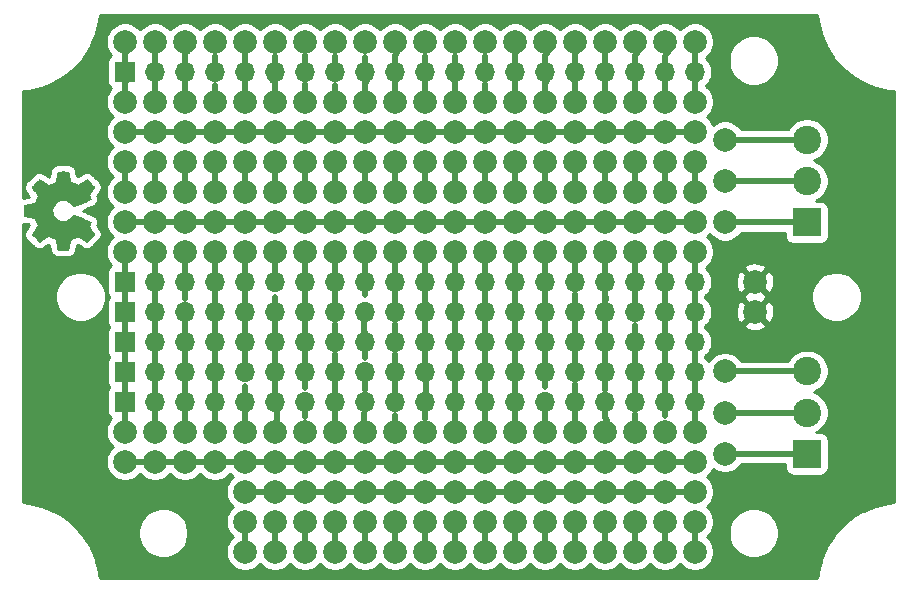
<source format=gbr>
G04 #@! TF.GenerationSoftware,KiCad,Pcbnew,5.1.5+dfsg1-2build2*
G04 #@! TF.CreationDate,2021-11-16T14:37:18-05:00*
G04 #@! TF.ProjectId,ASSORTED_MCU_83x58x33mm_ENCLOSURE,4153534f-5254-4454-945f-4d43555f3833,rev?*
G04 #@! TF.SameCoordinates,Original*
G04 #@! TF.FileFunction,Copper,L2,Bot*
G04 #@! TF.FilePolarity,Positive*
%FSLAX46Y46*%
G04 Gerber Fmt 4.6, Leading zero omitted, Abs format (unit mm)*
G04 Created by KiCad (PCBNEW 5.1.5+dfsg1-2build2) date 2021-11-16 14:37:18*
%MOMM*%
%LPD*%
G04 APERTURE LIST*
%ADD10C,0.010000*%
%ADD11C,2.000000*%
%ADD12O,1.700000X1.700000*%
%ADD13R,1.700000X1.700000*%
%ADD14C,1.998980*%
%ADD15C,2.400000*%
%ADD16R,2.400000X2.400000*%
%ADD17C,0.500000*%
%ADD18C,0.254000*%
G04 APERTURE END LIST*
D10*
G36*
X101177131Y-117751414D02*
G01*
X101621755Y-117835235D01*
X101749253Y-118144520D01*
X101876751Y-118453806D01*
X101624446Y-118824846D01*
X101554196Y-118928757D01*
X101491472Y-119022687D01*
X101439138Y-119102252D01*
X101400057Y-119163070D01*
X101377093Y-119200757D01*
X101372142Y-119211021D01*
X101384876Y-119229510D01*
X101420082Y-119269020D01*
X101473262Y-119325122D01*
X101539918Y-119393387D01*
X101615554Y-119469386D01*
X101695672Y-119548692D01*
X101775774Y-119626875D01*
X101851364Y-119699507D01*
X101917945Y-119762159D01*
X101971018Y-119810403D01*
X102006087Y-119839810D01*
X102017823Y-119846841D01*
X102039460Y-119836723D01*
X102086862Y-119808359D01*
X102155393Y-119764729D01*
X102240415Y-119708818D01*
X102337293Y-119643606D01*
X102392550Y-119605819D01*
X102493448Y-119536943D01*
X102584499Y-119475740D01*
X102661170Y-119425178D01*
X102718928Y-119388228D01*
X102753243Y-119367858D01*
X102760454Y-119364797D01*
X102780948Y-119371736D01*
X102828713Y-119390651D01*
X102897032Y-119418687D01*
X102979189Y-119452991D01*
X103068470Y-119490709D01*
X103158158Y-119528987D01*
X103241538Y-119564970D01*
X103311894Y-119595806D01*
X103362510Y-119618639D01*
X103386671Y-119630617D01*
X103387622Y-119631324D01*
X103392236Y-119650131D01*
X103402528Y-119700218D01*
X103417487Y-119776393D01*
X103436101Y-119873465D01*
X103457359Y-119986243D01*
X103469618Y-120052042D01*
X103492562Y-120172550D01*
X103514395Y-120281397D01*
X103533922Y-120373076D01*
X103549948Y-120442081D01*
X103561279Y-120482904D01*
X103564874Y-120491111D01*
X103589206Y-120499148D01*
X103644159Y-120505633D01*
X103723308Y-120510570D01*
X103820226Y-120513964D01*
X103928487Y-120515818D01*
X104041665Y-120516138D01*
X104153335Y-120514927D01*
X104257068Y-120512190D01*
X104346441Y-120507931D01*
X104415026Y-120502155D01*
X104456397Y-120494867D01*
X104465010Y-120490495D01*
X104475333Y-120464364D01*
X104490092Y-120408993D01*
X104507552Y-120331707D01*
X104525980Y-120239830D01*
X104531941Y-120207758D01*
X104560266Y-120053124D01*
X104583076Y-119930975D01*
X104601280Y-119837273D01*
X104615783Y-119767984D01*
X104627492Y-119719071D01*
X104637315Y-119686497D01*
X104646156Y-119666228D01*
X104654924Y-119654226D01*
X104656657Y-119652547D01*
X104684571Y-119635784D01*
X104738895Y-119610214D01*
X104812977Y-119578388D01*
X104900165Y-119542860D01*
X104993808Y-119506183D01*
X105087252Y-119470911D01*
X105173847Y-119439596D01*
X105246940Y-119414793D01*
X105299878Y-119399054D01*
X105326011Y-119394932D01*
X105326926Y-119395276D01*
X105348286Y-119409241D01*
X105395284Y-119440922D01*
X105463027Y-119486991D01*
X105546623Y-119544118D01*
X105641182Y-119608973D01*
X105668054Y-119627443D01*
X105765475Y-119693299D01*
X105854363Y-119751250D01*
X105929612Y-119798138D01*
X105986120Y-119830807D01*
X106018781Y-119846100D01*
X106022793Y-119846841D01*
X106043884Y-119833992D01*
X106085664Y-119798488D01*
X106143645Y-119744893D01*
X106213335Y-119677771D01*
X106290245Y-119601687D01*
X106369883Y-119521204D01*
X106447761Y-119440887D01*
X106519386Y-119365299D01*
X106580270Y-119299005D01*
X106625921Y-119246569D01*
X106651850Y-119212555D01*
X106656083Y-119203145D01*
X106646112Y-119181243D01*
X106619220Y-119136400D01*
X106579936Y-119075921D01*
X106548317Y-119029389D01*
X106490298Y-118945075D01*
X106421984Y-118845226D01*
X106353779Y-118745073D01*
X106317275Y-118691227D01*
X106194000Y-118508971D01*
X106276720Y-118355981D01*
X106312959Y-118286282D01*
X106341126Y-118227014D01*
X106357191Y-118186911D01*
X106359426Y-118176703D01*
X106342922Y-118164429D01*
X106296282Y-118140213D01*
X106223809Y-118105863D01*
X106129806Y-118063188D01*
X106018574Y-118013994D01*
X105894415Y-117960090D01*
X105761632Y-117903284D01*
X105624527Y-117845382D01*
X105487402Y-117788193D01*
X105354558Y-117733524D01*
X105230298Y-117683184D01*
X105118925Y-117638980D01*
X105024739Y-117602719D01*
X104952044Y-117576209D01*
X104905141Y-117561258D01*
X104889033Y-117558854D01*
X104868486Y-117577911D01*
X104835133Y-117619636D01*
X104795902Y-117675306D01*
X104792799Y-117679978D01*
X104677623Y-117823864D01*
X104543253Y-117939883D01*
X104393984Y-118027030D01*
X104234113Y-118084299D01*
X104067937Y-118110686D01*
X103899752Y-118105185D01*
X103733855Y-118066790D01*
X103574542Y-117994495D01*
X103539687Y-117973226D01*
X103398937Y-117862596D01*
X103285914Y-117731902D01*
X103201203Y-117585664D01*
X103145394Y-117428408D01*
X103119074Y-117264657D01*
X103122830Y-117098933D01*
X103157250Y-116935762D01*
X103222923Y-116779665D01*
X103320435Y-116635167D01*
X103360013Y-116590469D01*
X103483903Y-116476712D01*
X103614324Y-116393818D01*
X103760515Y-116336956D01*
X103905288Y-116305287D01*
X104068060Y-116297469D01*
X104231640Y-116323538D01*
X104390498Y-116380845D01*
X104539106Y-116466744D01*
X104671935Y-116578586D01*
X104783456Y-116713723D01*
X104795211Y-116731483D01*
X104833708Y-116787750D01*
X104867063Y-116830523D01*
X104888360Y-116850972D01*
X104889033Y-116851269D01*
X104912071Y-116846879D01*
X104964357Y-116829476D01*
X105041590Y-116800868D01*
X105139468Y-116762865D01*
X105253691Y-116717274D01*
X105379958Y-116665903D01*
X105513967Y-116610562D01*
X105651418Y-116553058D01*
X105788008Y-116495201D01*
X105919437Y-116438798D01*
X106041405Y-116385658D01*
X106149609Y-116337590D01*
X106239749Y-116296401D01*
X106307523Y-116263901D01*
X106348630Y-116241897D01*
X106359426Y-116233036D01*
X106351019Y-116205960D01*
X106328472Y-116155297D01*
X106295813Y-116089783D01*
X106276720Y-116053759D01*
X106194000Y-115900768D01*
X106317275Y-115718512D01*
X106380428Y-115625475D01*
X106449927Y-115523615D01*
X106515365Y-115428162D01*
X106548317Y-115380350D01*
X106593473Y-115313105D01*
X106629257Y-115256164D01*
X106651138Y-115216954D01*
X106655763Y-115204219D01*
X106643285Y-115185683D01*
X106608452Y-115144659D01*
X106554878Y-115085125D01*
X106486183Y-115011058D01*
X106405981Y-114926435D01*
X106354486Y-114872915D01*
X106262486Y-114779281D01*
X106180199Y-114698359D01*
X106111145Y-114633423D01*
X106058844Y-114587742D01*
X106026816Y-114564589D01*
X106020316Y-114562368D01*
X105995594Y-114572676D01*
X105945605Y-114601161D01*
X105875412Y-114644663D01*
X105790075Y-114700023D01*
X105694656Y-114764080D01*
X105668054Y-114782297D01*
X105571367Y-114848673D01*
X105484317Y-114908222D01*
X105411795Y-114957616D01*
X105358693Y-114993525D01*
X105329903Y-115012619D01*
X105326926Y-115014464D01*
X105303982Y-115011705D01*
X105253536Y-114997062D01*
X105182241Y-114973087D01*
X105096747Y-114942334D01*
X105003707Y-114907356D01*
X104909774Y-114870707D01*
X104821599Y-114834939D01*
X104745834Y-114802606D01*
X104689131Y-114776262D01*
X104658143Y-114758458D01*
X104656657Y-114757193D01*
X104647801Y-114746306D01*
X104639043Y-114727918D01*
X104629477Y-114697994D01*
X104618196Y-114652497D01*
X104604293Y-114587391D01*
X104586863Y-114498639D01*
X104564998Y-114382207D01*
X104537791Y-114234058D01*
X104531941Y-114201982D01*
X104513574Y-114106914D01*
X104495605Y-114024035D01*
X104479769Y-113960670D01*
X104467800Y-113924142D01*
X104465010Y-113919244D01*
X104440272Y-113911173D01*
X104384990Y-113904613D01*
X104305589Y-113899567D01*
X104208496Y-113896041D01*
X104100138Y-113894039D01*
X103986940Y-113893564D01*
X103875328Y-113894623D01*
X103771729Y-113897218D01*
X103682568Y-113901354D01*
X103614272Y-113907037D01*
X103573266Y-113914269D01*
X103564874Y-113918629D01*
X103556408Y-113942902D01*
X103542635Y-113998174D01*
X103524750Y-114078938D01*
X103503948Y-114179688D01*
X103481423Y-114294917D01*
X103469618Y-114357698D01*
X103447351Y-114476813D01*
X103427179Y-114583035D01*
X103410115Y-114671173D01*
X103397169Y-114736034D01*
X103389355Y-114772426D01*
X103387622Y-114778416D01*
X103368090Y-114788539D01*
X103321043Y-114809938D01*
X103253203Y-114839761D01*
X103171291Y-114875155D01*
X103082028Y-114913268D01*
X102992135Y-114951247D01*
X102908335Y-114986240D01*
X102837347Y-115015394D01*
X102785894Y-115035857D01*
X102760697Y-115044777D01*
X102759596Y-115044943D01*
X102739719Y-115034831D01*
X102693977Y-115006483D01*
X102626917Y-114962877D01*
X102543084Y-114906994D01*
X102447026Y-114841813D01*
X102391850Y-114803921D01*
X102290681Y-114734875D01*
X102198830Y-114673550D01*
X102120944Y-114622937D01*
X102061669Y-114586029D01*
X102025651Y-114565818D01*
X102017577Y-114562899D01*
X101998784Y-114575447D01*
X101958657Y-114610137D01*
X101901693Y-114662537D01*
X101832385Y-114728216D01*
X101755231Y-114802744D01*
X101674725Y-114881687D01*
X101595363Y-114960617D01*
X101521640Y-115035100D01*
X101458052Y-115100706D01*
X101409094Y-115153004D01*
X101379261Y-115187561D01*
X101372142Y-115199122D01*
X101382153Y-115217946D01*
X101410278Y-115262969D01*
X101453654Y-115329813D01*
X101509418Y-115414101D01*
X101574706Y-115511456D01*
X101624446Y-115584893D01*
X101876751Y-115955933D01*
X101621755Y-116574505D01*
X101177131Y-116658325D01*
X100732507Y-116742146D01*
X100732507Y-117667594D01*
X101177131Y-117751414D01*
G37*
X101177131Y-117751414D02*
X101621755Y-117835235D01*
X101749253Y-118144520D01*
X101876751Y-118453806D01*
X101624446Y-118824846D01*
X101554196Y-118928757D01*
X101491472Y-119022687D01*
X101439138Y-119102252D01*
X101400057Y-119163070D01*
X101377093Y-119200757D01*
X101372142Y-119211021D01*
X101384876Y-119229510D01*
X101420082Y-119269020D01*
X101473262Y-119325122D01*
X101539918Y-119393387D01*
X101615554Y-119469386D01*
X101695672Y-119548692D01*
X101775774Y-119626875D01*
X101851364Y-119699507D01*
X101917945Y-119762159D01*
X101971018Y-119810403D01*
X102006087Y-119839810D01*
X102017823Y-119846841D01*
X102039460Y-119836723D01*
X102086862Y-119808359D01*
X102155393Y-119764729D01*
X102240415Y-119708818D01*
X102337293Y-119643606D01*
X102392550Y-119605819D01*
X102493448Y-119536943D01*
X102584499Y-119475740D01*
X102661170Y-119425178D01*
X102718928Y-119388228D01*
X102753243Y-119367858D01*
X102760454Y-119364797D01*
X102780948Y-119371736D01*
X102828713Y-119390651D01*
X102897032Y-119418687D01*
X102979189Y-119452991D01*
X103068470Y-119490709D01*
X103158158Y-119528987D01*
X103241538Y-119564970D01*
X103311894Y-119595806D01*
X103362510Y-119618639D01*
X103386671Y-119630617D01*
X103387622Y-119631324D01*
X103392236Y-119650131D01*
X103402528Y-119700218D01*
X103417487Y-119776393D01*
X103436101Y-119873465D01*
X103457359Y-119986243D01*
X103469618Y-120052042D01*
X103492562Y-120172550D01*
X103514395Y-120281397D01*
X103533922Y-120373076D01*
X103549948Y-120442081D01*
X103561279Y-120482904D01*
X103564874Y-120491111D01*
X103589206Y-120499148D01*
X103644159Y-120505633D01*
X103723308Y-120510570D01*
X103820226Y-120513964D01*
X103928487Y-120515818D01*
X104041665Y-120516138D01*
X104153335Y-120514927D01*
X104257068Y-120512190D01*
X104346441Y-120507931D01*
X104415026Y-120502155D01*
X104456397Y-120494867D01*
X104465010Y-120490495D01*
X104475333Y-120464364D01*
X104490092Y-120408993D01*
X104507552Y-120331707D01*
X104525980Y-120239830D01*
X104531941Y-120207758D01*
X104560266Y-120053124D01*
X104583076Y-119930975D01*
X104601280Y-119837273D01*
X104615783Y-119767984D01*
X104627492Y-119719071D01*
X104637315Y-119686497D01*
X104646156Y-119666228D01*
X104654924Y-119654226D01*
X104656657Y-119652547D01*
X104684571Y-119635784D01*
X104738895Y-119610214D01*
X104812977Y-119578388D01*
X104900165Y-119542860D01*
X104993808Y-119506183D01*
X105087252Y-119470911D01*
X105173847Y-119439596D01*
X105246940Y-119414793D01*
X105299878Y-119399054D01*
X105326011Y-119394932D01*
X105326926Y-119395276D01*
X105348286Y-119409241D01*
X105395284Y-119440922D01*
X105463027Y-119486991D01*
X105546623Y-119544118D01*
X105641182Y-119608973D01*
X105668054Y-119627443D01*
X105765475Y-119693299D01*
X105854363Y-119751250D01*
X105929612Y-119798138D01*
X105986120Y-119830807D01*
X106018781Y-119846100D01*
X106022793Y-119846841D01*
X106043884Y-119833992D01*
X106085664Y-119798488D01*
X106143645Y-119744893D01*
X106213335Y-119677771D01*
X106290245Y-119601687D01*
X106369883Y-119521204D01*
X106447761Y-119440887D01*
X106519386Y-119365299D01*
X106580270Y-119299005D01*
X106625921Y-119246569D01*
X106651850Y-119212555D01*
X106656083Y-119203145D01*
X106646112Y-119181243D01*
X106619220Y-119136400D01*
X106579936Y-119075921D01*
X106548317Y-119029389D01*
X106490298Y-118945075D01*
X106421984Y-118845226D01*
X106353779Y-118745073D01*
X106317275Y-118691227D01*
X106194000Y-118508971D01*
X106276720Y-118355981D01*
X106312959Y-118286282D01*
X106341126Y-118227014D01*
X106357191Y-118186911D01*
X106359426Y-118176703D01*
X106342922Y-118164429D01*
X106296282Y-118140213D01*
X106223809Y-118105863D01*
X106129806Y-118063188D01*
X106018574Y-118013994D01*
X105894415Y-117960090D01*
X105761632Y-117903284D01*
X105624527Y-117845382D01*
X105487402Y-117788193D01*
X105354558Y-117733524D01*
X105230298Y-117683184D01*
X105118925Y-117638980D01*
X105024739Y-117602719D01*
X104952044Y-117576209D01*
X104905141Y-117561258D01*
X104889033Y-117558854D01*
X104868486Y-117577911D01*
X104835133Y-117619636D01*
X104795902Y-117675306D01*
X104792799Y-117679978D01*
X104677623Y-117823864D01*
X104543253Y-117939883D01*
X104393984Y-118027030D01*
X104234113Y-118084299D01*
X104067937Y-118110686D01*
X103899752Y-118105185D01*
X103733855Y-118066790D01*
X103574542Y-117994495D01*
X103539687Y-117973226D01*
X103398937Y-117862596D01*
X103285914Y-117731902D01*
X103201203Y-117585664D01*
X103145394Y-117428408D01*
X103119074Y-117264657D01*
X103122830Y-117098933D01*
X103157250Y-116935762D01*
X103222923Y-116779665D01*
X103320435Y-116635167D01*
X103360013Y-116590469D01*
X103483903Y-116476712D01*
X103614324Y-116393818D01*
X103760515Y-116336956D01*
X103905288Y-116305287D01*
X104068060Y-116297469D01*
X104231640Y-116323538D01*
X104390498Y-116380845D01*
X104539106Y-116466744D01*
X104671935Y-116578586D01*
X104783456Y-116713723D01*
X104795211Y-116731483D01*
X104833708Y-116787750D01*
X104867063Y-116830523D01*
X104888360Y-116850972D01*
X104889033Y-116851269D01*
X104912071Y-116846879D01*
X104964357Y-116829476D01*
X105041590Y-116800868D01*
X105139468Y-116762865D01*
X105253691Y-116717274D01*
X105379958Y-116665903D01*
X105513967Y-116610562D01*
X105651418Y-116553058D01*
X105788008Y-116495201D01*
X105919437Y-116438798D01*
X106041405Y-116385658D01*
X106149609Y-116337590D01*
X106239749Y-116296401D01*
X106307523Y-116263901D01*
X106348630Y-116241897D01*
X106359426Y-116233036D01*
X106351019Y-116205960D01*
X106328472Y-116155297D01*
X106295813Y-116089783D01*
X106276720Y-116053759D01*
X106194000Y-115900768D01*
X106317275Y-115718512D01*
X106380428Y-115625475D01*
X106449927Y-115523615D01*
X106515365Y-115428162D01*
X106548317Y-115380350D01*
X106593473Y-115313105D01*
X106629257Y-115256164D01*
X106651138Y-115216954D01*
X106655763Y-115204219D01*
X106643285Y-115185683D01*
X106608452Y-115144659D01*
X106554878Y-115085125D01*
X106486183Y-115011058D01*
X106405981Y-114926435D01*
X106354486Y-114872915D01*
X106262486Y-114779281D01*
X106180199Y-114698359D01*
X106111145Y-114633423D01*
X106058844Y-114587742D01*
X106026816Y-114564589D01*
X106020316Y-114562368D01*
X105995594Y-114572676D01*
X105945605Y-114601161D01*
X105875412Y-114644663D01*
X105790075Y-114700023D01*
X105694656Y-114764080D01*
X105668054Y-114782297D01*
X105571367Y-114848673D01*
X105484317Y-114908222D01*
X105411795Y-114957616D01*
X105358693Y-114993525D01*
X105329903Y-115012619D01*
X105326926Y-115014464D01*
X105303982Y-115011705D01*
X105253536Y-114997062D01*
X105182241Y-114973087D01*
X105096747Y-114942334D01*
X105003707Y-114907356D01*
X104909774Y-114870707D01*
X104821599Y-114834939D01*
X104745834Y-114802606D01*
X104689131Y-114776262D01*
X104658143Y-114758458D01*
X104656657Y-114757193D01*
X104647801Y-114746306D01*
X104639043Y-114727918D01*
X104629477Y-114697994D01*
X104618196Y-114652497D01*
X104604293Y-114587391D01*
X104586863Y-114498639D01*
X104564998Y-114382207D01*
X104537791Y-114234058D01*
X104531941Y-114201982D01*
X104513574Y-114106914D01*
X104495605Y-114024035D01*
X104479769Y-113960670D01*
X104467800Y-113924142D01*
X104465010Y-113919244D01*
X104440272Y-113911173D01*
X104384990Y-113904613D01*
X104305589Y-113899567D01*
X104208496Y-113896041D01*
X104100138Y-113894039D01*
X103986940Y-113893564D01*
X103875328Y-113894623D01*
X103771729Y-113897218D01*
X103682568Y-113901354D01*
X103614272Y-113907037D01*
X103573266Y-113914269D01*
X103564874Y-113918629D01*
X103556408Y-113942902D01*
X103542635Y-113998174D01*
X103524750Y-114078938D01*
X103503948Y-114179688D01*
X103481423Y-114294917D01*
X103469618Y-114357698D01*
X103447351Y-114476813D01*
X103427179Y-114583035D01*
X103410115Y-114671173D01*
X103397169Y-114736034D01*
X103389355Y-114772426D01*
X103387622Y-114778416D01*
X103368090Y-114788539D01*
X103321043Y-114809938D01*
X103253203Y-114839761D01*
X103171291Y-114875155D01*
X103082028Y-114913268D01*
X102992135Y-114951247D01*
X102908335Y-114986240D01*
X102837347Y-115015394D01*
X102785894Y-115035857D01*
X102760697Y-115044777D01*
X102759596Y-115044943D01*
X102739719Y-115034831D01*
X102693977Y-115006483D01*
X102626917Y-114962877D01*
X102543084Y-114906994D01*
X102447026Y-114841813D01*
X102391850Y-114803921D01*
X102290681Y-114734875D01*
X102198830Y-114673550D01*
X102120944Y-114622937D01*
X102061669Y-114586029D01*
X102025651Y-114565818D01*
X102017577Y-114562899D01*
X101998784Y-114575447D01*
X101958657Y-114610137D01*
X101901693Y-114662537D01*
X101832385Y-114728216D01*
X101755231Y-114802744D01*
X101674725Y-114881687D01*
X101595363Y-114960617D01*
X101521640Y-115035100D01*
X101458052Y-115100706D01*
X101409094Y-115153004D01*
X101379261Y-115187561D01*
X101372142Y-115199122D01*
X101382153Y-115217946D01*
X101410278Y-115262969D01*
X101453654Y-115329813D01*
X101509418Y-115414101D01*
X101574706Y-115511456D01*
X101624446Y-115584893D01*
X101876751Y-115955933D01*
X101621755Y-116574505D01*
X101177131Y-116658325D01*
X100732507Y-116742146D01*
X100732507Y-117667594D01*
X101177131Y-117751414D01*
D11*
X157520000Y-143550000D03*
X154980000Y-143550000D03*
X152440000Y-143550000D03*
X149900000Y-143550000D03*
X147360000Y-143550000D03*
X144820000Y-143550000D03*
X142280000Y-143550000D03*
X139740000Y-143550000D03*
X137200000Y-143550000D03*
X134660000Y-143550000D03*
X132120000Y-143550000D03*
X129580000Y-143550000D03*
X127040000Y-143550000D03*
X124500000Y-143550000D03*
X121960000Y-143550000D03*
X119420000Y-143550000D03*
X157520000Y-141010000D03*
X154980000Y-141010000D03*
X152440000Y-141010000D03*
X149900000Y-141010000D03*
X147360000Y-141010000D03*
X144820000Y-141010000D03*
X142280000Y-141010000D03*
X139740000Y-141010000D03*
X137200000Y-141010000D03*
X134660000Y-141010000D03*
X132120000Y-141010000D03*
X129580000Y-141010000D03*
X127040000Y-141010000D03*
X124500000Y-141010000D03*
X121960000Y-141010000D03*
X119420000Y-141010000D03*
X157520000Y-138470000D03*
X154980000Y-138470000D03*
X152440000Y-138470000D03*
X149900000Y-138470000D03*
X147360000Y-138470000D03*
X144820000Y-138470000D03*
X142280000Y-138470000D03*
X139740000Y-138470000D03*
X137200000Y-138470000D03*
X134660000Y-138470000D03*
X132120000Y-138470000D03*
X129580000Y-138470000D03*
X127040000Y-138470000D03*
X124500000Y-138470000D03*
X121960000Y-138470000D03*
X119420000Y-138470000D03*
X116880000Y-138470000D03*
X114340000Y-138470000D03*
X111800000Y-138470000D03*
X109260000Y-138470000D03*
X157520000Y-135930000D03*
X154980000Y-135930000D03*
X152440000Y-135930000D03*
X149900000Y-135930000D03*
X147360000Y-135930000D03*
X144820000Y-135930000D03*
X142280000Y-135930000D03*
X139740000Y-135930000D03*
X137200000Y-135930000D03*
X134660000Y-135930000D03*
X132120000Y-135930000D03*
X129580000Y-135930000D03*
X127040000Y-135930000D03*
X124500000Y-135930000D03*
X121960000Y-135930000D03*
X119420000Y-135930000D03*
X116880000Y-135930000D03*
X114340000Y-135930000D03*
X111800000Y-135930000D03*
X109260000Y-135930000D03*
X157520000Y-120690000D03*
X154980000Y-120690000D03*
X152440000Y-120690000D03*
X149900000Y-120690000D03*
X147360000Y-120690000D03*
X144820000Y-120690000D03*
X142280000Y-120690000D03*
X139740000Y-120690000D03*
X137200000Y-120690000D03*
X134660000Y-120690000D03*
X132120000Y-120690000D03*
X129580000Y-120690000D03*
X127040000Y-120690000D03*
X124500000Y-120690000D03*
X121960000Y-120690000D03*
X119420000Y-120690000D03*
X116880000Y-120690000D03*
X114340000Y-120690000D03*
X111800000Y-120690000D03*
X109260000Y-120690000D03*
X157520000Y-118150000D03*
X154980000Y-118150000D03*
X152440000Y-118150000D03*
X149900000Y-118150000D03*
X147360000Y-118150000D03*
X144820000Y-118150000D03*
X142280000Y-118150000D03*
X139740000Y-118150000D03*
X137200000Y-118150000D03*
X134660000Y-118150000D03*
X132120000Y-118150000D03*
X129580000Y-118150000D03*
X127040000Y-118150000D03*
X124500000Y-118150000D03*
X121960000Y-118150000D03*
X119420000Y-118150000D03*
X116880000Y-118150000D03*
X114340000Y-118150000D03*
X111800000Y-118150000D03*
X109260000Y-118150000D03*
X157520000Y-115610000D03*
X154980000Y-115610000D03*
X152440000Y-115610000D03*
X149900000Y-115610000D03*
X147360000Y-115610000D03*
X144820000Y-115610000D03*
X142280000Y-115610000D03*
X139740000Y-115610000D03*
X137200000Y-115610000D03*
X134660000Y-115610000D03*
X132120000Y-115610000D03*
X129580000Y-115610000D03*
X127040000Y-115610000D03*
X124500000Y-115610000D03*
X121960000Y-115610000D03*
X119420000Y-115610000D03*
X116880000Y-115610000D03*
X114340000Y-115610000D03*
X111800000Y-115610000D03*
X109260000Y-115610000D03*
X157520000Y-113070000D03*
X154980000Y-113070000D03*
X152440000Y-113070000D03*
X149900000Y-113070000D03*
X147360000Y-113070000D03*
X144820000Y-113070000D03*
X142280000Y-113070000D03*
X139740000Y-113070000D03*
X137200000Y-113070000D03*
X134660000Y-113070000D03*
X132120000Y-113070000D03*
X129580000Y-113070000D03*
X127040000Y-113070000D03*
X124500000Y-113070000D03*
X121960000Y-113070000D03*
X119420000Y-113070000D03*
X116880000Y-113070000D03*
X114340000Y-113070000D03*
X111800000Y-113070000D03*
X109260000Y-113070000D03*
X157520000Y-110530000D03*
X154980000Y-110530000D03*
X152440000Y-110530000D03*
X149900000Y-110530000D03*
X147360000Y-110530000D03*
X144820000Y-110530000D03*
X142280000Y-110530000D03*
X139740000Y-110530000D03*
X137200000Y-110530000D03*
X134660000Y-110530000D03*
X132120000Y-110530000D03*
X129580000Y-110530000D03*
X127040000Y-110530000D03*
X124500000Y-110530000D03*
X121960000Y-110530000D03*
X119420000Y-110530000D03*
X116880000Y-110530000D03*
X114340000Y-110530000D03*
X111800000Y-110530000D03*
X109260000Y-110530000D03*
X157520000Y-107990000D03*
X154980000Y-107990000D03*
X152440000Y-107990000D03*
X149900000Y-107990000D03*
X147360000Y-107990000D03*
X144820000Y-107990000D03*
X142280000Y-107990000D03*
X139740000Y-107990000D03*
X137200000Y-107990000D03*
X134660000Y-107990000D03*
X132120000Y-107990000D03*
X129580000Y-107990000D03*
X127040000Y-107990000D03*
X124500000Y-107990000D03*
X121960000Y-107990000D03*
X119420000Y-107990000D03*
X116880000Y-107990000D03*
X114340000Y-107990000D03*
X111800000Y-107990000D03*
X109260000Y-107990000D03*
X109260000Y-102910000D03*
X111800000Y-102910000D03*
X114340000Y-102910000D03*
X116880000Y-102910000D03*
X119420000Y-102910000D03*
X121960000Y-102910000D03*
X121960000Y-146090000D03*
X119420000Y-146090000D03*
X157520000Y-146090000D03*
X154980000Y-146090000D03*
X137200000Y-146090000D03*
X144820000Y-146090000D03*
X139740000Y-146090000D03*
X134660000Y-146090000D03*
X132120000Y-146090000D03*
X129580000Y-146090000D03*
X127040000Y-146090000D03*
X124500000Y-146090000D03*
X142280000Y-146090000D03*
X147360000Y-146090000D03*
X152440000Y-146090000D03*
X149900000Y-146090000D03*
D12*
X157520000Y-133390000D03*
X154980000Y-133390000D03*
X152440000Y-133390000D03*
X149900000Y-133390000D03*
X147360000Y-133390000D03*
X144820000Y-133390000D03*
X142280000Y-133390000D03*
X139740000Y-133390000D03*
X137200000Y-133390000D03*
X134660000Y-133390000D03*
X132120000Y-133390000D03*
X129580000Y-133390000D03*
X127040000Y-133390000D03*
X124500000Y-133390000D03*
X121960000Y-133390000D03*
X119420000Y-133390000D03*
X116880000Y-133390000D03*
X114340000Y-133390000D03*
X111800000Y-133390000D03*
D13*
X109260000Y-133390000D03*
D12*
X157520000Y-130850000D03*
X154980000Y-130850000D03*
X152440000Y-130850000D03*
X149900000Y-130850000D03*
X147360000Y-130850000D03*
X144820000Y-130850000D03*
X142280000Y-130850000D03*
X139740000Y-130850000D03*
X137200000Y-130850000D03*
X134660000Y-130850000D03*
X132120000Y-130850000D03*
X129580000Y-130850000D03*
X127040000Y-130850000D03*
X124500000Y-130850000D03*
X121960000Y-130850000D03*
X119420000Y-130850000D03*
X116880000Y-130850000D03*
X114340000Y-130850000D03*
X111800000Y-130850000D03*
D13*
X109260000Y-130850000D03*
D12*
X157520000Y-128310000D03*
X154980000Y-128310000D03*
X152440000Y-128310000D03*
X149900000Y-128310000D03*
X147360000Y-128310000D03*
X144820000Y-128310000D03*
X142280000Y-128310000D03*
X139740000Y-128310000D03*
X137200000Y-128310000D03*
X134660000Y-128310000D03*
X132120000Y-128310000D03*
X129580000Y-128310000D03*
X127040000Y-128310000D03*
X124500000Y-128310000D03*
X121960000Y-128310000D03*
X119420000Y-128310000D03*
X116880000Y-128310000D03*
X114340000Y-128310000D03*
X111800000Y-128310000D03*
D13*
X109260000Y-128310000D03*
D12*
X157520000Y-123230000D03*
X154980000Y-123230000D03*
X152440000Y-123230000D03*
X149900000Y-123230000D03*
X147360000Y-123230000D03*
X144820000Y-123230000D03*
X142280000Y-123230000D03*
X139740000Y-123230000D03*
X137200000Y-123230000D03*
X134660000Y-123230000D03*
X132120000Y-123230000D03*
X129580000Y-123230000D03*
X127040000Y-123230000D03*
X124500000Y-123230000D03*
X121960000Y-123230000D03*
X119420000Y-123230000D03*
X116880000Y-123230000D03*
X114340000Y-123230000D03*
X111800000Y-123230000D03*
D13*
X109260000Y-123230000D03*
D12*
X157520000Y-105450000D03*
X154980000Y-105450000D03*
X152440000Y-105450000D03*
X149900000Y-105450000D03*
X147360000Y-105450000D03*
X144820000Y-105450000D03*
X142280000Y-105450000D03*
X139740000Y-105450000D03*
X137200000Y-105450000D03*
X134660000Y-105450000D03*
X132120000Y-105450000D03*
X129580000Y-105450000D03*
X127040000Y-105450000D03*
X124500000Y-105450000D03*
X121960000Y-105450000D03*
X119420000Y-105450000D03*
X116880000Y-105450000D03*
X114340000Y-105450000D03*
X111800000Y-105450000D03*
D13*
X109260000Y-105450000D03*
D12*
X157520000Y-125770000D03*
X154980000Y-125770000D03*
X152440000Y-125770000D03*
X149900000Y-125770000D03*
X147360000Y-125770000D03*
X144820000Y-125770000D03*
X142280000Y-125770000D03*
X139740000Y-125770000D03*
X137200000Y-125770000D03*
X134660000Y-125770000D03*
X132120000Y-125770000D03*
X129580000Y-125770000D03*
X127040000Y-125770000D03*
X124500000Y-125770000D03*
X121960000Y-125770000D03*
X119420000Y-125770000D03*
X116880000Y-125770000D03*
X114340000Y-125770000D03*
X111800000Y-125770000D03*
D13*
X109260000Y-125770000D03*
D14*
X162600000Y-125770000D03*
X162600000Y-123230000D03*
D11*
X144820000Y-102910000D03*
X157520000Y-102910000D03*
X154980000Y-102910000D03*
X152440000Y-102910000D03*
X149900000Y-102910000D03*
X147360000Y-102910000D03*
D15*
X167000000Y-111200000D03*
X167000000Y-114700000D03*
D16*
X167000000Y-118200000D03*
D11*
X160060000Y-114700000D03*
X160060000Y-137800000D03*
X160060000Y-134300000D03*
X160060000Y-130800000D03*
X160060000Y-118200000D03*
X160060000Y-111200000D03*
X142280000Y-102910000D03*
X139740000Y-102910000D03*
X137200000Y-102910000D03*
X134660000Y-102910000D03*
X132120000Y-102910000D03*
X129580000Y-102910000D03*
X127040000Y-102910000D03*
X124500000Y-102910000D03*
D15*
X167000000Y-130800000D03*
X167000000Y-134300000D03*
D16*
X167000000Y-137800000D03*
D17*
X159340600Y-114700000D02*
X159321500Y-114719100D01*
X114340000Y-107990000D02*
X114340000Y-106389800D01*
X116880000Y-107990000D02*
X116880000Y-106538400D01*
X124500000Y-107990000D02*
X124500000Y-106474900D01*
X127040000Y-107990000D02*
X127040000Y-106580300D01*
X139740000Y-107990000D02*
X139740000Y-106449500D01*
X142280000Y-107990000D02*
X142280000Y-106364400D01*
X154980000Y-107990000D02*
X154980000Y-106389800D01*
X129527300Y-135877300D02*
X129580000Y-135930000D01*
X129527300Y-134366000D02*
X129527300Y-135877300D01*
X132120000Y-135930000D02*
X132120000Y-134491100D01*
X139740000Y-135930000D02*
X139740000Y-134351400D01*
X142280000Y-135930000D02*
X142280000Y-134317100D01*
X149936200Y-124218700D02*
X149936200Y-124574300D01*
X152440000Y-135930000D02*
X152440000Y-134402200D01*
X157520000Y-135930000D02*
X157520000Y-134338700D01*
X109260000Y-138470000D02*
X111800000Y-138470000D01*
X111800000Y-138470000D02*
X114340000Y-138470000D01*
X114340000Y-138470000D02*
X116880000Y-138470000D01*
X116880000Y-138470000D02*
X119420000Y-138470000D01*
X119420000Y-138470000D02*
X121960000Y-138470000D01*
X121960000Y-138470000D02*
X124500000Y-138470000D01*
X124500000Y-138470000D02*
X127040000Y-138470000D01*
X127040000Y-138470000D02*
X129580000Y-138470000D01*
X129580000Y-138470000D02*
X132120000Y-138470000D01*
X132120000Y-138470000D02*
X134660000Y-138470000D01*
X134660000Y-138470000D02*
X137200000Y-138470000D01*
X137200000Y-138470000D02*
X139740000Y-138470000D01*
X139740000Y-138470000D02*
X142280000Y-138470000D01*
X142280000Y-138470000D02*
X144820000Y-138470000D01*
X144820000Y-138470000D02*
X147360000Y-138470000D01*
X147360000Y-138470000D02*
X149900000Y-138470000D01*
X149900000Y-138470000D02*
X152440000Y-138470000D01*
X152440000Y-138470000D02*
X154980000Y-138470000D01*
X154980000Y-138470000D02*
X157520000Y-138470000D01*
X157520000Y-141010000D02*
X154980000Y-141010000D01*
X154980000Y-141010000D02*
X152440000Y-141010000D01*
X152440000Y-141010000D02*
X149900000Y-141010000D01*
X149900000Y-141010000D02*
X147360000Y-141010000D01*
X147360000Y-141010000D02*
X144820000Y-141010000D01*
X144820000Y-141010000D02*
X142280000Y-141010000D01*
X142280000Y-141010000D02*
X139740000Y-141010000D01*
X139740000Y-141010000D02*
X137200000Y-141010000D01*
X137200000Y-141010000D02*
X134660000Y-141010000D01*
X134660000Y-141010000D02*
X132120000Y-141010000D01*
X119420000Y-141010000D02*
X121960000Y-141010000D01*
X121960000Y-141010000D02*
X124500000Y-141010000D01*
X124500000Y-141010000D02*
X127040000Y-141010000D01*
X127040000Y-141010000D02*
X129580000Y-141010000D01*
X129580000Y-141010000D02*
X132120000Y-141010000D01*
X119420000Y-143550000D02*
X119420000Y-146090000D01*
X121960000Y-143550000D02*
X121960000Y-146090000D01*
X124500000Y-143550000D02*
X124500000Y-146090000D01*
X127040000Y-143550000D02*
X127040000Y-146090000D01*
X129580000Y-143550000D02*
X129580000Y-146090000D01*
X132120000Y-143550000D02*
X132120000Y-146090000D01*
X134660000Y-143550000D02*
X134660000Y-146090000D01*
X137200000Y-143550000D02*
X137200000Y-146090000D01*
X139740000Y-143550000D02*
X139740000Y-146090000D01*
X142280000Y-143550000D02*
X142280000Y-146090000D01*
X144820000Y-143550000D02*
X144820000Y-146090000D01*
X147360000Y-143550000D02*
X147360000Y-146090000D01*
X149900000Y-143550000D02*
X149900000Y-146090000D01*
X152440000Y-143550000D02*
X152440000Y-146090000D01*
X154980000Y-143550000D02*
X154980000Y-146090000D01*
X157520000Y-143550000D02*
X157520000Y-146090000D01*
X109260000Y-110530000D02*
X111800000Y-110530000D01*
X111800000Y-110530000D02*
X114340000Y-110530000D01*
X114340000Y-110530000D02*
X116880000Y-110530000D01*
X116880000Y-110530000D02*
X119420000Y-110530000D01*
X119420000Y-110530000D02*
X121960000Y-110530000D01*
X121960000Y-110530000D02*
X124500000Y-110530000D01*
X124500000Y-110530000D02*
X127040000Y-110530000D01*
X127040000Y-110530000D02*
X129580000Y-110530000D01*
X129580000Y-110530000D02*
X132120000Y-110530000D01*
X132120000Y-110530000D02*
X134660000Y-110530000D01*
X134660000Y-110530000D02*
X137200000Y-110530000D01*
X137200000Y-110530000D02*
X139740000Y-110530000D01*
X139740000Y-110530000D02*
X142280000Y-110530000D01*
X142280000Y-110530000D02*
X144820000Y-110530000D01*
X144820000Y-110530000D02*
X147360000Y-110530000D01*
X147360000Y-110530000D02*
X149900000Y-110530000D01*
X149900000Y-110530000D02*
X152440000Y-110530000D01*
X152440000Y-110530000D02*
X154980000Y-110530000D01*
X154980000Y-110530000D02*
X157520000Y-110530000D01*
X109260000Y-118150000D02*
X111800000Y-118150000D01*
X111800000Y-118150000D02*
X114340000Y-118150000D01*
X114340000Y-118150000D02*
X116880000Y-118150000D01*
X116880000Y-118150000D02*
X119420000Y-118150000D01*
X119420000Y-118150000D02*
X121960000Y-118150000D01*
X121960000Y-118150000D02*
X124500000Y-118150000D01*
X124500000Y-118150000D02*
X127040000Y-118150000D01*
X127040000Y-118150000D02*
X129580000Y-118150000D01*
X129580000Y-118150000D02*
X132120000Y-118150000D01*
X132120000Y-118150000D02*
X134660000Y-118150000D01*
X134660000Y-118150000D02*
X137200000Y-118150000D01*
X137200000Y-118150000D02*
X139740000Y-118150000D01*
X139740000Y-118150000D02*
X142280000Y-118150000D01*
X142280000Y-118150000D02*
X144820000Y-118150000D01*
X144820000Y-118150000D02*
X147360000Y-118150000D01*
X147360000Y-118150000D02*
X149900000Y-118150000D01*
X149900000Y-118150000D02*
X152440000Y-118150000D01*
X152440000Y-118150000D02*
X154980000Y-118150000D01*
X154980000Y-118150000D02*
X157520000Y-118150000D01*
X109260000Y-115610000D02*
X109260000Y-113070000D01*
X111800000Y-115610000D02*
X111800000Y-113070000D01*
X114340000Y-115610000D02*
X114340000Y-113070000D01*
X116880000Y-115610000D02*
X116880000Y-113070000D01*
X119420000Y-115610000D02*
X119420000Y-113070000D01*
X121960000Y-115610000D02*
X121960000Y-113070000D01*
X124500000Y-115610000D02*
X124500000Y-113070000D01*
X127040000Y-115610000D02*
X127040000Y-113070000D01*
X129580000Y-115610000D02*
X129580000Y-113070000D01*
X132120000Y-115610000D02*
X132120000Y-113070000D01*
X134660000Y-115610000D02*
X134660000Y-113070000D01*
X137200000Y-115610000D02*
X137200000Y-113070000D01*
X139740000Y-115610000D02*
X139740000Y-113070000D01*
X142280000Y-115610000D02*
X142280000Y-113070000D01*
X144820000Y-115610000D02*
X144820000Y-113070000D01*
X147360000Y-115610000D02*
X147360000Y-113070000D01*
X149900000Y-115610000D02*
X149900000Y-113070000D01*
X152440000Y-115610000D02*
X152440000Y-113070000D01*
X154980000Y-115610000D02*
X154980000Y-113070000D01*
X157520000Y-115610000D02*
X157520000Y-113070000D01*
X166989600Y-130800000D02*
X166992300Y-130797300D01*
X167045800Y-130800000D02*
X167081200Y-130835400D01*
X167058500Y-130800000D02*
X167081200Y-130822700D01*
X166151400Y-130800000D02*
X166522400Y-130429000D01*
X160060000Y-130800000D02*
X166151400Y-130800000D01*
X166905900Y-134300000D02*
X166941500Y-134264400D01*
X166931300Y-134300000D02*
X167043100Y-134188200D01*
X167286900Y-134300000D02*
X167436800Y-134150100D01*
X160060000Y-134300000D02*
X167286900Y-134300000D01*
X166923800Y-137800000D02*
X166992300Y-137731500D01*
X166971900Y-137800000D02*
X167043100Y-137871200D01*
X166657100Y-137800000D02*
X166890700Y-137566400D01*
X160060000Y-137800000D02*
X166657100Y-137800000D01*
X166815700Y-111200000D02*
X166852600Y-111163100D01*
X166841100Y-111200000D02*
X166928800Y-111112300D01*
X166914900Y-111200000D02*
X166954200Y-111239300D01*
X160060000Y-111200000D02*
X166914900Y-111200000D01*
X167156300Y-118200000D02*
X167157400Y-118198900D01*
X166927700Y-118200000D02*
X166966900Y-118160800D01*
X166419700Y-118200000D02*
X166636700Y-117983000D01*
X160060000Y-118200000D02*
X166419700Y-118200000D01*
X166389000Y-114700000D02*
X166547800Y-114858800D01*
X167100300Y-114700000D02*
X167106600Y-114693700D01*
X167011300Y-114700000D02*
X167017700Y-114706400D01*
X160060000Y-114700000D02*
X167011300Y-114700000D01*
X127040000Y-105450000D02*
X127040000Y-104112700D01*
X124500000Y-105450000D02*
X124500000Y-104049200D01*
X121960000Y-106339000D02*
X121754900Y-106133900D01*
X121960000Y-107990000D02*
X121960000Y-106339000D01*
X121960000Y-105450000D02*
X121960000Y-104125400D01*
X119420000Y-103757100D02*
X119456200Y-103720900D01*
X119420000Y-105450000D02*
X119420000Y-103757100D01*
X119420000Y-106233600D02*
X119456200Y-106197400D01*
X119420000Y-107990000D02*
X119420000Y-106233600D01*
X116880000Y-105450000D02*
X116880000Y-104074600D01*
X114340000Y-103884100D02*
X114566700Y-103657400D01*
X114340000Y-105450000D02*
X114340000Y-103884100D01*
X111800000Y-103481500D02*
X111798100Y-103479600D01*
X111800000Y-105450000D02*
X111800000Y-103481500D01*
X111800000Y-106135800D02*
X111798100Y-106133900D01*
X111800000Y-107990000D02*
X111800000Y-106135800D01*
X109260000Y-103947600D02*
X109372400Y-103835200D01*
X109260000Y-105450000D02*
X109260000Y-103947600D01*
X109260000Y-106309800D02*
X109435900Y-106133900D01*
X109260000Y-107990000D02*
X109260000Y-106309800D01*
X127040000Y-121206900D02*
X127076200Y-121170700D01*
X127040000Y-123230000D02*
X127040000Y-121206900D01*
X124500000Y-120889400D02*
X124599700Y-120789700D01*
X124500000Y-123230000D02*
X124500000Y-120889400D01*
X124500000Y-123230000D02*
X124500000Y-124902600D01*
X121960000Y-121210700D02*
X121958100Y-121208800D01*
X121960000Y-123230000D02*
X121960000Y-121210700D01*
X119420000Y-121118000D02*
X119532400Y-121005600D01*
X119420000Y-123230000D02*
X119420000Y-121118000D01*
X116880000Y-121257700D02*
X117132100Y-121005600D01*
X116880000Y-123230000D02*
X116880000Y-121257700D01*
X116880000Y-123230000D02*
X116880000Y-125033400D01*
X114340000Y-120902100D02*
X114363500Y-120878600D01*
X114340000Y-123230000D02*
X114340000Y-120902100D01*
X114340000Y-123230000D02*
X114340000Y-124728600D01*
X111800000Y-120829700D02*
X111721900Y-120751600D01*
X111800000Y-123230000D02*
X111800000Y-120829700D01*
X111800000Y-123230000D02*
X111800000Y-124906400D01*
X109260000Y-120952900D02*
X109499400Y-120713500D01*
X109260000Y-123230000D02*
X109260000Y-120952900D01*
X109260000Y-123230000D02*
X109260000Y-125207400D01*
X127040000Y-125770000D02*
X127040000Y-124115200D01*
X124500000Y-125770000D02*
X124500000Y-127395600D01*
X121960000Y-125770000D02*
X121960000Y-124483500D01*
X119420000Y-125770000D02*
X119420000Y-123839600D01*
X116880000Y-125770000D02*
X116880000Y-127506100D01*
X114340000Y-125770000D02*
X114340000Y-127569600D01*
X111800000Y-125770000D02*
X111800000Y-127937900D01*
X109260000Y-125770000D02*
X109260000Y-127725800D01*
X127040000Y-128310000D02*
X127040000Y-126769500D01*
X124500000Y-128310000D02*
X124500000Y-130011800D01*
X121960000Y-128310000D02*
X121960000Y-126528200D01*
X119420000Y-128310000D02*
X119420000Y-126718700D01*
X116880000Y-128310000D02*
X116880000Y-129986400D01*
X114340000Y-128310000D02*
X114340000Y-129919100D01*
X111800000Y-128310000D02*
X111800000Y-130655700D01*
X109260000Y-128310000D02*
X109260000Y-130621400D01*
X109260000Y-130850000D02*
X109260000Y-133034400D01*
X132120000Y-106271700D02*
X132321300Y-106070400D01*
X132120000Y-107990000D02*
X132120000Y-106271700D01*
X132120000Y-104036500D02*
X132321300Y-103835200D01*
X132120000Y-105450000D02*
X132120000Y-104036500D01*
X129580000Y-106347900D02*
X129730500Y-106197400D01*
X129580000Y-107990000D02*
X129580000Y-106347900D01*
X129580000Y-105450000D02*
X129580000Y-104227000D01*
X157520000Y-106347900D02*
X157619700Y-106248200D01*
X157520000Y-107990000D02*
X157520000Y-106347900D01*
X157520000Y-103769800D02*
X157568900Y-103720900D01*
X157520000Y-105450000D02*
X157520000Y-103769800D01*
X154980000Y-104074600D02*
X155333700Y-103720900D01*
X154980000Y-105450000D02*
X154980000Y-104074600D01*
X152440000Y-106148500D02*
X152425400Y-106133900D01*
X152440000Y-107990000D02*
X152440000Y-106148500D01*
X152440000Y-104011100D02*
X152666700Y-103784400D01*
X152440000Y-105450000D02*
X152440000Y-104011100D01*
X149900000Y-106246300D02*
X150012400Y-106133900D01*
X149900000Y-107990000D02*
X149900000Y-106246300D01*
X149900000Y-103896800D02*
X150012400Y-103784400D01*
X149900000Y-105450000D02*
X149900000Y-103896800D01*
X147360000Y-106262800D02*
X147294600Y-106197400D01*
X147360000Y-107990000D02*
X147360000Y-106262800D01*
X147360000Y-103896800D02*
X147535900Y-103720900D01*
X147360000Y-105450000D02*
X147360000Y-103896800D01*
X144820000Y-106386000D02*
X145008600Y-106197400D01*
X144820000Y-107990000D02*
X144820000Y-106386000D01*
X144820000Y-104023800D02*
X145059400Y-103784400D01*
X144820000Y-105450000D02*
X144820000Y-104023800D01*
X142280000Y-103909500D02*
X142468600Y-103720900D01*
X142280000Y-105450000D02*
X142280000Y-103909500D01*
X139740000Y-105450000D02*
X139740000Y-104078400D01*
X137200000Y-106351700D02*
X137096500Y-106248200D01*
X137200000Y-107990000D02*
X137200000Y-106351700D01*
X137200000Y-105450000D02*
X137200000Y-104150800D01*
X134660000Y-105966900D02*
X134797800Y-105829100D01*
X134660000Y-107990000D02*
X134660000Y-105966900D01*
X134660000Y-105450000D02*
X134660000Y-104100000D01*
X157520000Y-120673500D02*
X157568900Y-120624600D01*
X157520000Y-121655200D02*
X157492700Y-121627900D01*
X157520000Y-123230000D02*
X157520000Y-121655200D01*
X157492700Y-121627900D02*
X157520000Y-120673500D01*
X157520000Y-123230000D02*
X157492700Y-121627900D01*
X154980000Y-121156100D02*
X155092400Y-121043700D01*
X154980000Y-123230000D02*
X154980000Y-121156100D01*
X154980000Y-123230000D02*
X154980000Y-124842900D01*
X152440000Y-121270400D02*
X152539700Y-121170700D01*
X152440000Y-123230000D02*
X152440000Y-121270400D01*
X149900000Y-121007500D02*
X149898100Y-121005600D01*
X149900000Y-123230000D02*
X149900000Y-121007500D01*
X147360000Y-121156100D02*
X147561300Y-120954800D01*
X147360000Y-123230000D02*
X147360000Y-121156100D01*
X144820000Y-121346600D02*
X144995900Y-121170700D01*
X144820000Y-123230000D02*
X144820000Y-121346600D01*
X144820000Y-123230000D02*
X144820000Y-124842900D01*
X142280000Y-121168800D02*
X142443200Y-121005600D01*
X142280000Y-123230000D02*
X142280000Y-121168800D01*
X139740000Y-120851300D02*
X139801600Y-120789700D01*
X139740000Y-123230000D02*
X139740000Y-120851300D01*
X139740000Y-123230000D02*
X139740000Y-124826400D01*
X137200000Y-120817000D02*
X137007600Y-120624600D01*
X137200000Y-123230000D02*
X137200000Y-120817000D01*
X134660000Y-121257700D02*
X134708900Y-121208800D01*
X134660000Y-123230000D02*
X134660000Y-121257700D01*
X132120000Y-121410100D02*
X132359400Y-121170700D01*
X132120000Y-123230000D02*
X132120000Y-121410100D01*
X129580000Y-121435500D02*
X129717800Y-121297700D01*
X129580000Y-123230000D02*
X129580000Y-121435500D01*
X129580000Y-123230000D02*
X129580000Y-124385700D01*
X157520000Y-125770000D02*
X157520000Y-124131700D01*
X154980000Y-127382900D02*
X155016200Y-127419100D01*
X154980000Y-126731400D02*
X154980000Y-127382900D01*
X154980000Y-125770000D02*
X154980000Y-126731400D01*
X154980000Y-126731400D02*
X154980000Y-127319400D01*
X152440000Y-125770000D02*
X152440000Y-124204100D01*
X149900000Y-125770000D02*
X149900000Y-127391800D01*
X149936200Y-124891800D02*
X149885400Y-124942600D01*
X149936200Y-124701300D02*
X149999700Y-124764800D01*
X149936200Y-124218700D02*
X149936200Y-124701300D01*
X149999700Y-124764800D02*
X149936200Y-124891800D01*
X149936200Y-124218700D02*
X149999700Y-124764800D01*
X147360000Y-125770000D02*
X147360000Y-124267600D01*
X144820000Y-125770000D02*
X144820000Y-127531500D01*
X142280000Y-125770000D02*
X142280000Y-123928500D01*
X139740000Y-125770000D02*
X139740000Y-127497200D01*
X137200000Y-125770000D02*
X137200000Y-124216800D01*
X134658100Y-125006100D02*
X134721600Y-125069600D01*
X134658100Y-124155200D02*
X134658100Y-125006100D01*
X134660000Y-125770000D02*
X134660000Y-127421000D01*
X132120000Y-125770000D02*
X132120000Y-124106300D01*
X157520000Y-128310000D02*
X157520000Y-126731400D01*
X154980000Y-128310000D02*
X154980000Y-129922900D01*
X152440000Y-128310000D02*
X152440000Y-126921900D01*
X147360000Y-128310000D02*
X147360000Y-126680600D01*
X142280000Y-128310000D02*
X142280000Y-126680600D01*
X139740000Y-128310000D02*
X139740000Y-130262000D01*
X137200000Y-128310000D02*
X137200000Y-126519300D01*
X134660000Y-128310000D02*
X134660000Y-130262000D01*
X132120000Y-128310000D02*
X132120000Y-126769500D01*
X129527300Y-127533400D02*
X129654300Y-127660400D01*
X129527300Y-126631700D02*
X129527300Y-127533400D01*
X129580000Y-128310000D02*
X129580000Y-129707000D01*
X157520000Y-130850000D02*
X157520000Y-129144400D01*
X154980000Y-130850000D02*
X154980000Y-132471800D01*
X152440000Y-130850000D02*
X152440000Y-129195200D01*
X149936200Y-130009900D02*
X149872700Y-130073400D01*
X149936200Y-129171700D02*
X149936200Y-130009900D01*
X149900000Y-130850000D02*
X149900000Y-132399400D01*
X147360000Y-130850000D02*
X147360000Y-129271400D01*
X144805400Y-129171700D02*
X144805400Y-130200400D01*
X144820000Y-130850000D02*
X144820000Y-132145400D01*
X142280000Y-130850000D02*
X142280000Y-129093600D01*
X139740000Y-130850000D02*
X139740000Y-132675000D01*
X137200000Y-130850000D02*
X137200000Y-129110100D01*
X132120000Y-130850000D02*
X132120000Y-129360300D01*
X129580000Y-130850000D02*
X129580000Y-132424800D01*
X127040000Y-130850000D02*
X127040000Y-129309500D01*
X124500000Y-130850000D02*
X124500000Y-132234300D01*
X121960000Y-130850000D02*
X121960000Y-129148200D01*
X119420000Y-130850000D02*
X119420000Y-129131700D01*
X116880000Y-130850000D02*
X116880000Y-132763900D01*
X114340000Y-130850000D02*
X114340000Y-132649600D01*
X111800000Y-130850000D02*
X111800000Y-132954400D01*
X109260000Y-135358500D02*
X109296200Y-135394700D01*
X109260000Y-133390000D02*
X109260000Y-135358500D01*
X157520000Y-133390000D02*
X157520000Y-131671700D01*
X154980000Y-133390000D02*
X154980000Y-134580000D01*
X152440000Y-133390000D02*
X152440000Y-131811400D01*
X149900000Y-134748900D02*
X150114000Y-134962900D01*
X149900000Y-133390000D02*
X149900000Y-134748900D01*
X147360000Y-134202800D02*
X147345400Y-134188200D01*
X147360000Y-135930000D02*
X147360000Y-134202800D01*
X147360000Y-133390000D02*
X147360000Y-131862200D01*
X144820000Y-134977500D02*
X144868900Y-135026400D01*
X144820000Y-133390000D02*
X144820000Y-134977500D01*
X142280000Y-133390000D02*
X142280000Y-131713600D01*
X137200000Y-134186300D02*
X137261600Y-134124700D01*
X137200000Y-135930000D02*
X137200000Y-134186300D01*
X137200000Y-133390000D02*
X137200000Y-131650100D01*
X134721600Y-132676900D02*
X134658100Y-132740400D01*
X134721600Y-131711700D02*
X134721600Y-132676900D01*
X134660000Y-133390000D02*
X134660000Y-134846700D01*
X132120000Y-133390000D02*
X132120000Y-131646300D01*
X127040000Y-134135500D02*
X127114300Y-134061200D01*
X127040000Y-135930000D02*
X127040000Y-134135500D01*
X127040000Y-133390000D02*
X127040000Y-131722500D01*
X124500000Y-133390000D02*
X124500000Y-134710800D01*
X122097800Y-134061200D02*
X122275600Y-133883400D01*
X122097800Y-134912100D02*
X122097800Y-134061200D01*
X121960000Y-133390000D02*
X121960000Y-131481200D01*
X119420000Y-134199000D02*
X119862600Y-133756400D01*
X119420000Y-135930000D02*
X119420000Y-134199000D01*
X119420000Y-133390000D02*
X119420000Y-132027300D01*
X116880000Y-135307700D02*
X116903500Y-135331200D01*
X116880000Y-133390000D02*
X116880000Y-135307700D01*
X114340000Y-134037700D02*
X114249200Y-133946900D01*
X114340000Y-135930000D02*
X114340000Y-134037700D01*
X111800000Y-134999100D02*
X111772700Y-135026400D01*
X111800000Y-133390000D02*
X111800000Y-134999100D01*
D18*
G36*
X167922061Y-101068607D02*
G01*
X167938262Y-101170898D01*
X168176369Y-102162684D01*
X168208372Y-102261181D01*
X168598697Y-103203509D01*
X168617548Y-103240505D01*
X168645715Y-103295787D01*
X169178647Y-104165453D01*
X169189207Y-104179987D01*
X169239522Y-104249240D01*
X169901938Y-105024830D01*
X169975170Y-105098062D01*
X170750760Y-105760478D01*
X170834547Y-105821353D01*
X171704213Y-106354284D01*
X171796491Y-106401303D01*
X172738819Y-106791627D01*
X172837316Y-106823631D01*
X173829102Y-107061738D01*
X173931393Y-107077939D01*
X174340000Y-107110097D01*
X174340001Y-141889903D01*
X173931393Y-141922061D01*
X173829102Y-141938262D01*
X172837316Y-142176369D01*
X172738819Y-142208373D01*
X171796491Y-142598697D01*
X171705618Y-142645000D01*
X171704213Y-142645716D01*
X170834547Y-143178647D01*
X170750760Y-143239522D01*
X169975170Y-143901938D01*
X169901938Y-143975170D01*
X169239522Y-144750760D01*
X169209084Y-144792654D01*
X169178647Y-144834547D01*
X168645715Y-145704213D01*
X168626392Y-145742138D01*
X168598697Y-145796491D01*
X168208372Y-146738819D01*
X168178937Y-146829411D01*
X168176369Y-146837316D01*
X167938262Y-147829102D01*
X167922061Y-147931393D01*
X167889903Y-148340000D01*
X107110097Y-148340000D01*
X107077939Y-147931393D01*
X107061738Y-147829102D01*
X106823631Y-146837316D01*
X106791627Y-146738819D01*
X106401303Y-145796491D01*
X106354284Y-145704213D01*
X105821353Y-144834547D01*
X105760478Y-144750760D01*
X105366714Y-144289721D01*
X110365000Y-144289721D01*
X110365000Y-144710279D01*
X110447047Y-145122756D01*
X110607988Y-145511302D01*
X110841637Y-145860983D01*
X111139017Y-146158363D01*
X111488698Y-146392012D01*
X111877244Y-146552953D01*
X112289721Y-146635000D01*
X112710279Y-146635000D01*
X113122756Y-146552953D01*
X113511302Y-146392012D01*
X113860983Y-146158363D01*
X114158363Y-145860983D01*
X114392012Y-145511302D01*
X114552953Y-145122756D01*
X114635000Y-144710279D01*
X114635000Y-144289721D01*
X114552953Y-143877244D01*
X114392012Y-143488698D01*
X114158363Y-143139017D01*
X113860983Y-142841637D01*
X113511302Y-142607988D01*
X113122756Y-142447047D01*
X112710279Y-142365000D01*
X112289721Y-142365000D01*
X111877244Y-142447047D01*
X111488698Y-142607988D01*
X111139017Y-142841637D01*
X110841637Y-143139017D01*
X110607988Y-143488698D01*
X110447047Y-143877244D01*
X110365000Y-144289721D01*
X105366714Y-144289721D01*
X105098062Y-143975170D01*
X105024830Y-143901938D01*
X104249240Y-143239522D01*
X104180784Y-143189786D01*
X104165453Y-143178647D01*
X103295787Y-142645715D01*
X103249648Y-142622207D01*
X103203509Y-142598697D01*
X102261181Y-142208372D01*
X102162684Y-142176369D01*
X101170898Y-141938262D01*
X101068607Y-141922061D01*
X100660000Y-141889903D01*
X100660000Y-124289721D01*
X103365000Y-124289721D01*
X103365000Y-124710279D01*
X103447047Y-125122756D01*
X103607988Y-125511302D01*
X103841637Y-125860983D01*
X104139017Y-126158363D01*
X104488698Y-126392012D01*
X104877244Y-126552953D01*
X105289721Y-126635000D01*
X105710279Y-126635000D01*
X106122756Y-126552953D01*
X106511302Y-126392012D01*
X106860983Y-126158363D01*
X107158363Y-125860983D01*
X107392012Y-125511302D01*
X107552953Y-125122756D01*
X107635000Y-124710279D01*
X107635000Y-124289721D01*
X107552953Y-123877244D01*
X107392012Y-123488698D01*
X107158363Y-123139017D01*
X106860983Y-122841637D01*
X106511302Y-122607988D01*
X106122756Y-122447047D01*
X105710279Y-122365000D01*
X105289721Y-122365000D01*
X104877244Y-122447047D01*
X104488698Y-122607988D01*
X104139017Y-122841637D01*
X103841637Y-123139017D01*
X103607988Y-123488698D01*
X103447047Y-123877244D01*
X103365000Y-124289721D01*
X100660000Y-124289721D01*
X100660000Y-118305199D01*
X101058514Y-118380326D01*
X101058566Y-118380336D01*
X101142059Y-118396076D01*
X101095212Y-118464970D01*
X101095170Y-118465048D01*
X101094243Y-118466398D01*
X101023993Y-118570309D01*
X101023920Y-118570443D01*
X101021956Y-118573341D01*
X100959232Y-118667271D01*
X100959156Y-118667413D01*
X100956770Y-118670986D01*
X100904436Y-118750551D01*
X100904383Y-118750652D01*
X100900718Y-118756269D01*
X100861637Y-118817087D01*
X100860181Y-118819929D01*
X100858228Y-118822451D01*
X100853525Y-118830049D01*
X100830561Y-118867736D01*
X100818887Y-118891932D01*
X100804590Y-118914679D01*
X100800651Y-118922701D01*
X100795700Y-118932965D01*
X100788936Y-118951398D01*
X100779769Y-118968753D01*
X100776420Y-118979957D01*
X100776286Y-118980234D01*
X100775950Y-118981526D01*
X100767466Y-119009907D01*
X100752671Y-119050226D01*
X100749618Y-119069611D01*
X100743993Y-119088426D01*
X100739917Y-119131201D01*
X100733237Y-119173611D01*
X100734007Y-119193220D01*
X100732144Y-119212769D01*
X100736452Y-119255505D01*
X100738137Y-119298421D01*
X100742703Y-119317514D01*
X100744672Y-119337045D01*
X100757199Y-119378128D01*
X100767189Y-119419902D01*
X100775377Y-119437747D01*
X100781102Y-119456521D01*
X100801369Y-119494389D01*
X100819282Y-119533426D01*
X100830775Y-119549333D01*
X100840041Y-119566646D01*
X100845059Y-119574041D01*
X100857793Y-119592530D01*
X100880658Y-119619628D01*
X100901152Y-119648571D01*
X100907051Y-119655284D01*
X100942257Y-119694794D01*
X100946234Y-119698463D01*
X100949497Y-119702783D01*
X100955599Y-119709311D01*
X101008780Y-119765413D01*
X101008982Y-119765588D01*
X101009151Y-119765805D01*
X101015349Y-119772242D01*
X101082005Y-119840506D01*
X101082111Y-119840595D01*
X101086288Y-119844851D01*
X101161923Y-119920849D01*
X101162043Y-119920948D01*
X101165316Y-119924233D01*
X101245434Y-120003539D01*
X101245559Y-120003641D01*
X101248643Y-120006693D01*
X101328745Y-120084877D01*
X101328871Y-120084978D01*
X101332345Y-120088363D01*
X101407936Y-120160995D01*
X101408029Y-120161068D01*
X101412777Y-120165599D01*
X101479358Y-120228251D01*
X101480188Y-120228892D01*
X101480884Y-120229683D01*
X101487455Y-120235739D01*
X101540528Y-120283983D01*
X101547223Y-120288968D01*
X101552986Y-120295016D01*
X101559793Y-120300805D01*
X101594862Y-120330212D01*
X101632898Y-120356237D01*
X101669541Y-120384178D01*
X101677174Y-120388824D01*
X101688910Y-120395855D01*
X101695035Y-120398754D01*
X101697947Y-120400746D01*
X101711589Y-120406588D01*
X101741266Y-120420632D01*
X101793292Y-120446163D01*
X101797700Y-120447339D01*
X101801812Y-120449285D01*
X101857932Y-120463408D01*
X101913977Y-120478360D01*
X101918528Y-120478657D01*
X101922941Y-120479768D01*
X101980772Y-120482724D01*
X102038618Y-120486504D01*
X102043135Y-120485912D01*
X102047685Y-120486145D01*
X102105047Y-120477802D01*
X102162466Y-120470281D01*
X102166780Y-120468824D01*
X102171291Y-120468168D01*
X102225904Y-120448856D01*
X102242696Y-120443185D01*
X102246715Y-120442235D01*
X102250173Y-120440659D01*
X102280805Y-120430314D01*
X102288926Y-120426585D01*
X102310563Y-120416467D01*
X102334768Y-120402117D01*
X102360379Y-120390448D01*
X102368079Y-120385913D01*
X102415481Y-120357549D01*
X102419030Y-120354923D01*
X102423000Y-120352980D01*
X102430571Y-120348233D01*
X102499102Y-120304603D01*
X102499303Y-120304445D01*
X102499540Y-120304325D01*
X102507040Y-120299467D01*
X102592062Y-120243556D01*
X102592153Y-120243482D01*
X102597797Y-120239740D01*
X102694675Y-120174528D01*
X102694795Y-120174429D01*
X102698558Y-120171894D01*
X102753378Y-120134405D01*
X102824823Y-120085635D01*
X102828381Y-120104513D01*
X102840445Y-120169263D01*
X102840478Y-120169379D01*
X102840912Y-120171744D01*
X102863856Y-120292252D01*
X102863893Y-120292377D01*
X102865061Y-120298417D01*
X102886894Y-120407264D01*
X102886917Y-120407339D01*
X102888436Y-120414722D01*
X102907963Y-120506400D01*
X102908389Y-120507742D01*
X102908553Y-120509141D01*
X102910514Y-120517859D01*
X102926540Y-120586864D01*
X102929477Y-120595554D01*
X102930932Y-120604624D01*
X102933263Y-120613251D01*
X102944593Y-120654073D01*
X102959363Y-120692326D01*
X102971526Y-120731484D01*
X102975055Y-120739694D01*
X102978650Y-120747901D01*
X102985398Y-120759949D01*
X102990241Y-120772886D01*
X103015877Y-120814360D01*
X103039692Y-120856875D01*
X103048651Y-120867381D01*
X103055915Y-120879133D01*
X103089121Y-120914840D01*
X103120738Y-120951918D01*
X103131566Y-120960483D01*
X103140975Y-120970601D01*
X103180475Y-120999171D01*
X103218701Y-121029409D01*
X103230994Y-121035712D01*
X103242182Y-121043804D01*
X103286464Y-121064152D01*
X103329850Y-121086396D01*
X103343132Y-121090190D01*
X103355679Y-121095956D01*
X103364145Y-121098818D01*
X103388477Y-121106855D01*
X103446980Y-121120016D01*
X103505333Y-121133629D01*
X103510185Y-121134236D01*
X103510337Y-121134270D01*
X103510490Y-121134274D01*
X103514200Y-121134738D01*
X103569153Y-121141223D01*
X103582378Y-121141484D01*
X103595401Y-121143773D01*
X103604316Y-121144392D01*
X103683465Y-121149329D01*
X103687746Y-121149177D01*
X103691981Y-121149803D01*
X103700909Y-121150178D01*
X103797827Y-121153572D01*
X103799084Y-121153493D01*
X103800334Y-121153655D01*
X103809267Y-121153870D01*
X103917529Y-121155724D01*
X103917634Y-121155716D01*
X103917742Y-121155728D01*
X103926677Y-121155815D01*
X104039664Y-121156134D01*
X104039669Y-121156135D01*
X104039855Y-121156135D01*
X104039863Y-121156134D01*
X104048605Y-121156100D01*
X104160275Y-121154889D01*
X104160774Y-121154835D01*
X104161281Y-121154878D01*
X104170216Y-121154704D01*
X104273948Y-121151967D01*
X104276265Y-121151678D01*
X104278603Y-121151828D01*
X104287532Y-121151465D01*
X104376905Y-121147206D01*
X104384034Y-121146162D01*
X104391240Y-121146362D01*
X104400150Y-121145673D01*
X104468735Y-121139897D01*
X104492809Y-121135473D01*
X104517249Y-121133939D01*
X104526060Y-121132450D01*
X104567431Y-121125162D01*
X104593944Y-121117764D01*
X104621098Y-121113311D01*
X104653951Y-121101020D01*
X104687741Y-121091591D01*
X104704736Y-121083010D01*
X104713469Y-121080299D01*
X104722701Y-121075298D01*
X104738084Y-121069543D01*
X104746080Y-121065554D01*
X104754693Y-121061182D01*
X104780346Y-121044831D01*
X104799240Y-121035291D01*
X104805310Y-121030550D01*
X104823297Y-121020807D01*
X104840829Y-121006281D01*
X104860023Y-120994047D01*
X104888804Y-120966531D01*
X104919479Y-120941115D01*
X104933857Y-120923458D01*
X104950307Y-120907731D01*
X104973199Y-120875145D01*
X104998349Y-120844259D01*
X105009020Y-120824154D01*
X105022107Y-120805524D01*
X105038234Y-120769108D01*
X105056905Y-120733930D01*
X105060246Y-120725642D01*
X105070569Y-120699511D01*
X105079528Y-120668177D01*
X105091380Y-120637818D01*
X105093742Y-120629199D01*
X105108501Y-120573829D01*
X105109768Y-120566113D01*
X105112330Y-120558727D01*
X105114360Y-120550024D01*
X105131820Y-120472738D01*
X105132230Y-120469460D01*
X105133236Y-120466316D01*
X105135054Y-120457567D01*
X105153482Y-120365690D01*
X105153489Y-120365624D01*
X105153510Y-120365554D01*
X105155204Y-120356779D01*
X105161165Y-120324708D01*
X105161173Y-120324616D01*
X105161467Y-120323071D01*
X105189585Y-120169570D01*
X105200208Y-120112681D01*
X105223514Y-120103553D01*
X105228194Y-120101786D01*
X105279189Y-120136762D01*
X105305535Y-120154871D01*
X105305672Y-120154947D01*
X105309629Y-120157662D01*
X105407050Y-120223518D01*
X105407820Y-120223935D01*
X105408494Y-120224491D01*
X105415946Y-120229423D01*
X105504834Y-120287374D01*
X105506697Y-120288344D01*
X105508353Y-120289653D01*
X105515904Y-120294431D01*
X105591154Y-120341319D01*
X105596646Y-120344037D01*
X105601583Y-120347681D01*
X105609288Y-120352207D01*
X105665796Y-120384876D01*
X105686896Y-120394462D01*
X105706661Y-120406570D01*
X105714727Y-120410416D01*
X105747388Y-120425709D01*
X105761257Y-120430618D01*
X105774232Y-120437535D01*
X105820035Y-120451420D01*
X105865137Y-120467383D01*
X105879681Y-120469502D01*
X105893765Y-120473772D01*
X105902542Y-120475456D01*
X105906554Y-120476197D01*
X105947807Y-120479708D01*
X105988746Y-120485935D01*
X106009909Y-120484992D01*
X106031010Y-120486788D01*
X106072151Y-120482220D01*
X106113528Y-120480377D01*
X106134108Y-120475341D01*
X106155153Y-120473004D01*
X106194637Y-120460528D01*
X106234855Y-120450686D01*
X106254053Y-120441754D01*
X106274255Y-120435371D01*
X106310564Y-120415463D01*
X106348103Y-120397998D01*
X106355767Y-120393401D01*
X106376858Y-120380552D01*
X106413468Y-120353014D01*
X106451468Y-120327424D01*
X106458318Y-120321685D01*
X106500098Y-120286181D01*
X106506298Y-120279770D01*
X106513483Y-120274483D01*
X106520087Y-120268463D01*
X106578068Y-120214868D01*
X106579468Y-120213294D01*
X106581141Y-120212009D01*
X106587621Y-120205855D01*
X106657311Y-120138732D01*
X106657328Y-120138712D01*
X106663434Y-120132756D01*
X106740344Y-120056672D01*
X106740421Y-120056579D01*
X106745175Y-120051841D01*
X106824813Y-119971358D01*
X106824895Y-119971257D01*
X106829354Y-119966722D01*
X106907232Y-119886405D01*
X106907291Y-119886331D01*
X106912324Y-119881093D01*
X106983949Y-119805505D01*
X106984269Y-119805093D01*
X106984669Y-119804745D01*
X106990759Y-119798205D01*
X107051643Y-119731911D01*
X107054073Y-119728682D01*
X107057055Y-119725944D01*
X107062969Y-119719245D01*
X107108620Y-119666809D01*
X107118114Y-119653471D01*
X107129433Y-119641634D01*
X107134899Y-119634565D01*
X107160828Y-119600551D01*
X107164066Y-119595312D01*
X107168171Y-119590724D01*
X107189072Y-119555411D01*
X107196917Y-119545342D01*
X107205556Y-119528182D01*
X107226497Y-119494300D01*
X107228654Y-119488537D01*
X107231792Y-119483235D01*
X107235515Y-119475111D01*
X107239747Y-119465701D01*
X107245282Y-119449273D01*
X107253084Y-119433776D01*
X107264412Y-119392989D01*
X107270277Y-119377318D01*
X107270990Y-119372973D01*
X107279629Y-119347333D01*
X107281868Y-119330138D01*
X107286510Y-119313426D01*
X107289919Y-119268321D01*
X107295760Y-119223473D01*
X107294617Y-119206169D01*
X107295924Y-119188875D01*
X107290508Y-119143973D01*
X107287526Y-119098838D01*
X107283042Y-119082082D01*
X107280966Y-119064867D01*
X107266931Y-119021868D01*
X107255240Y-118978177D01*
X107247591Y-118962619D01*
X107242208Y-118946127D01*
X107238562Y-118937969D01*
X107228591Y-118916067D01*
X107212699Y-118888627D01*
X107199524Y-118859785D01*
X107194982Y-118852090D01*
X107168090Y-118807247D01*
X107163903Y-118801599D01*
X107160751Y-118795306D01*
X107155935Y-118787778D01*
X107116651Y-118727299D01*
X107115283Y-118725586D01*
X107114260Y-118723645D01*
X107109289Y-118716219D01*
X107077670Y-118669688D01*
X107077575Y-118669574D01*
X107075549Y-118666585D01*
X107017960Y-118582896D01*
X106950616Y-118484464D01*
X106936020Y-118463032D01*
X106951294Y-118424905D01*
X106964830Y-118378407D01*
X106975424Y-118347198D01*
X106978653Y-118338440D01*
X106978879Y-118337021D01*
X106980410Y-118332510D01*
X106982381Y-118323794D01*
X106984616Y-118313586D01*
X106985244Y-118308280D01*
X106986206Y-118304977D01*
X106987864Y-118286147D01*
X106990459Y-118264214D01*
X106998274Y-118215085D01*
X106997790Y-118202274D01*
X106999297Y-118189545D01*
X106995439Y-118139978D01*
X106993563Y-118090267D01*
X106990599Y-118077789D01*
X106989605Y-118065016D01*
X106976193Y-118017140D01*
X106964697Y-117968742D01*
X106959369Y-117957084D01*
X106955911Y-117944740D01*
X106933452Y-117900377D01*
X106912777Y-117855138D01*
X106905283Y-117844733D01*
X106899495Y-117833300D01*
X106868841Y-117794136D01*
X106839778Y-117753783D01*
X106830412Y-117745038D01*
X106822509Y-117734940D01*
X106784832Y-117702476D01*
X106748485Y-117668536D01*
X106741352Y-117663154D01*
X106724848Y-117650880D01*
X106684675Y-117626705D01*
X106645737Y-117600600D01*
X106637835Y-117596427D01*
X106591195Y-117572211D01*
X106584539Y-117569543D01*
X106578440Y-117565768D01*
X106570392Y-117561885D01*
X106497919Y-117527535D01*
X106497166Y-117527265D01*
X106496478Y-117526854D01*
X106488367Y-117523103D01*
X106394364Y-117480428D01*
X106394235Y-117480384D01*
X106388669Y-117477876D01*
X106277437Y-117428682D01*
X106277287Y-117428633D01*
X106273447Y-117426934D01*
X106149289Y-117373030D01*
X106149149Y-117372985D01*
X106146145Y-117371675D01*
X106013362Y-117314869D01*
X106013227Y-117314826D01*
X106010622Y-117313705D01*
X105873517Y-117255803D01*
X105873392Y-117255764D01*
X105870878Y-117254695D01*
X105751485Y-117204901D01*
X105758253Y-117202106D01*
X105758373Y-117202042D01*
X105760972Y-117200976D01*
X105898424Y-117143472D01*
X105898547Y-117143406D01*
X105901040Y-117142370D01*
X106037629Y-117084513D01*
X106037746Y-117084449D01*
X106040405Y-117083330D01*
X106171834Y-117026927D01*
X106171967Y-117026854D01*
X106175068Y-117025528D01*
X106297037Y-116972388D01*
X106297173Y-116972312D01*
X106301231Y-116970543D01*
X106409435Y-116922475D01*
X106409539Y-116922416D01*
X106415600Y-116919697D01*
X106505740Y-116878508D01*
X106507008Y-116877771D01*
X106508394Y-116877288D01*
X106516479Y-116873480D01*
X106584253Y-116840980D01*
X106592591Y-116835926D01*
X106601649Y-116832311D01*
X106609557Y-116828149D01*
X106650664Y-116806145D01*
X106698971Y-116773856D01*
X106747721Y-116742224D01*
X106754497Y-116736740D01*
X106754508Y-116736733D01*
X106754516Y-116736725D01*
X106754668Y-116736602D01*
X106765464Y-116727741D01*
X106809239Y-116684000D01*
X106852905Y-116640562D01*
X106853306Y-116639967D01*
X106853820Y-116639453D01*
X106888172Y-116588181D01*
X106922664Y-116536950D01*
X106922945Y-116536279D01*
X106923344Y-116535684D01*
X106947077Y-116478732D01*
X106970967Y-116421762D01*
X106971111Y-116421060D01*
X106971390Y-116420389D01*
X106983634Y-116359784D01*
X106995978Y-116299386D01*
X106995982Y-116298662D01*
X106996125Y-116297956D01*
X106996365Y-116236057D01*
X106996741Y-116174481D01*
X106996606Y-116173778D01*
X106996609Y-116173051D01*
X106984842Y-116112391D01*
X106973231Y-116051808D01*
X106972836Y-116050505D01*
X106972822Y-116050431D01*
X106972791Y-116050354D01*
X106970641Y-116043256D01*
X106962234Y-116016180D01*
X106949341Y-115985582D01*
X106939306Y-115953931D01*
X106936104Y-115946599D01*
X106978220Y-115884872D01*
X107042835Y-115790619D01*
X107075285Y-115743537D01*
X107075324Y-115743467D01*
X107079637Y-115737139D01*
X107124794Y-115669894D01*
X107127278Y-115665277D01*
X107130545Y-115661177D01*
X107135352Y-115653644D01*
X107171137Y-115596702D01*
X107176602Y-115585763D01*
X107183717Y-115575812D01*
X107188126Y-115568039D01*
X107210007Y-115528829D01*
X107228768Y-115485813D01*
X107241020Y-115461089D01*
X107245528Y-115452770D01*
X107246175Y-115450686D01*
X107249587Y-115443801D01*
X107252695Y-115435423D01*
X107257320Y-115422688D01*
X107258772Y-115417016D01*
X107259940Y-115414338D01*
X107262812Y-115401236D01*
X107268815Y-115377788D01*
X107282574Y-115333484D01*
X107284283Y-115317368D01*
X107288298Y-115301684D01*
X107290852Y-115255408D01*
X107295744Y-115209273D01*
X107294290Y-115193131D01*
X107295182Y-115176968D01*
X107288699Y-115131073D01*
X107284537Y-115084871D01*
X107279977Y-115069326D01*
X107277712Y-115053289D01*
X107262431Y-115009507D01*
X107249380Y-114965015D01*
X107241889Y-114950653D01*
X107236551Y-114935360D01*
X107213065Y-114895394D01*
X107208919Y-114887445D01*
X107206608Y-114881930D01*
X107204090Y-114878188D01*
X107191614Y-114854269D01*
X107186675Y-114846822D01*
X107174197Y-114828286D01*
X107154315Y-114804208D01*
X107136882Y-114778298D01*
X107131145Y-114771446D01*
X107096313Y-114730422D01*
X107092891Y-114727110D01*
X107090118Y-114723234D01*
X107084186Y-114716550D01*
X107030612Y-114657017D01*
X107030362Y-114656788D01*
X107030154Y-114656507D01*
X107024123Y-114649913D01*
X106955428Y-114575847D01*
X106955347Y-114575775D01*
X106950703Y-114570807D01*
X106870501Y-114486183D01*
X106870376Y-114486075D01*
X106867170Y-114482696D01*
X106815675Y-114429176D01*
X106815587Y-114429101D01*
X106811000Y-114424367D01*
X106719000Y-114330733D01*
X106718210Y-114330073D01*
X106717561Y-114329273D01*
X106711234Y-114322964D01*
X106628947Y-114242042D01*
X106626848Y-114240347D01*
X106625099Y-114238289D01*
X106618632Y-114232122D01*
X106549578Y-114167186D01*
X106543788Y-114162721D01*
X106538848Y-114157323D01*
X106532158Y-114151398D01*
X106479857Y-114105717D01*
X106459506Y-114091182D01*
X106440994Y-114074359D01*
X106433788Y-114069074D01*
X106401761Y-114045921D01*
X106380725Y-114033647D01*
X106379735Y-114032823D01*
X106376775Y-114031211D01*
X106355145Y-114015227D01*
X106323812Y-114000439D01*
X106293876Y-113982972D01*
X106278266Y-113977578D01*
X106270034Y-113973096D01*
X106257711Y-113969242D01*
X106242188Y-113961916D01*
X106233752Y-113958968D01*
X106227252Y-113956746D01*
X106198081Y-113949869D01*
X106175820Y-113942177D01*
X106167484Y-113941026D01*
X106150822Y-113935815D01*
X106128005Y-113933350D01*
X106105679Y-113928087D01*
X106066067Y-113926659D01*
X106054102Y-113925366D01*
X106052089Y-113925088D01*
X106051725Y-113925109D01*
X106026638Y-113922399D01*
X106003780Y-113924413D01*
X105980854Y-113923586D01*
X105941705Y-113929881D01*
X105902213Y-113933360D01*
X105880189Y-113939773D01*
X105857531Y-113943416D01*
X105820353Y-113957195D01*
X105782288Y-113968278D01*
X105774016Y-113971660D01*
X105749294Y-113981968D01*
X105718569Y-113998466D01*
X105686532Y-114012247D01*
X105678737Y-114016617D01*
X105628748Y-114045102D01*
X105622742Y-114049350D01*
X105616091Y-114052507D01*
X105608462Y-114057162D01*
X105538269Y-114100664D01*
X105536561Y-114101969D01*
X105534632Y-114102934D01*
X105527102Y-114107746D01*
X105441765Y-114163106D01*
X105441319Y-114163462D01*
X105440809Y-114163727D01*
X105433355Y-114168656D01*
X105337937Y-114232713D01*
X105337831Y-114232801D01*
X105333047Y-114236028D01*
X105306445Y-114254245D01*
X105306411Y-114254273D01*
X105305832Y-114254665D01*
X105228203Y-114307958D01*
X105200190Y-114297028D01*
X105194210Y-114265186D01*
X105167320Y-114118762D01*
X105161555Y-114087153D01*
X105161522Y-114087038D01*
X105160321Y-114080580D01*
X105141954Y-113985512D01*
X105141159Y-113982835D01*
X105140875Y-113980053D01*
X105139042Y-113971307D01*
X105121073Y-113888427D01*
X105119359Y-113883100D01*
X105118615Y-113877545D01*
X105116508Y-113868861D01*
X105100672Y-113805496D01*
X105094448Y-113788047D01*
X105090676Y-113769900D01*
X105087952Y-113761389D01*
X105075983Y-113724861D01*
X105051916Y-113670144D01*
X105050701Y-113667318D01*
X105038610Y-113635372D01*
X105033303Y-113626856D01*
X105028277Y-113615167D01*
X105025756Y-113610669D01*
X105025693Y-113610526D01*
X105025606Y-113610401D01*
X105023908Y-113607372D01*
X105021118Y-113602473D01*
X104995773Y-113566633D01*
X104972548Y-113529365D01*
X104959778Y-113515733D01*
X104948999Y-113500491D01*
X104917179Y-113470260D01*
X104887154Y-113438209D01*
X104871979Y-113427317D01*
X104858445Y-113414459D01*
X104821347Y-113390976D01*
X104785680Y-113365376D01*
X104768688Y-113357643D01*
X104752906Y-113347653D01*
X104711955Y-113331824D01*
X104671994Y-113313638D01*
X104663518Y-113310808D01*
X104638780Y-113302737D01*
X104581618Y-113290097D01*
X104524555Y-113276747D01*
X104516887Y-113275783D01*
X104516820Y-113275768D01*
X104516759Y-113275767D01*
X104515688Y-113275632D01*
X104460406Y-113269072D01*
X104447355Y-113268806D01*
X104434495Y-113266530D01*
X104425580Y-113265901D01*
X104346180Y-113260855D01*
X104341939Y-113261000D01*
X104337744Y-113260375D01*
X104328816Y-113259989D01*
X104231723Y-113256463D01*
X104230488Y-113256539D01*
X104229251Y-113256377D01*
X104220318Y-113256150D01*
X104111960Y-113254148D01*
X104111861Y-113254156D01*
X104111759Y-113254144D01*
X104102824Y-113254045D01*
X103989812Y-113253571D01*
X103989804Y-113253570D01*
X103989621Y-113253570D01*
X103980868Y-113253593D01*
X103869256Y-113254652D01*
X103868749Y-113254707D01*
X103868236Y-113254662D01*
X103859301Y-113254824D01*
X103755703Y-113257419D01*
X103753364Y-113257708D01*
X103751002Y-113257553D01*
X103742073Y-113257905D01*
X103652912Y-113262041D01*
X103645696Y-113263088D01*
X103638407Y-113262879D01*
X103629496Y-113263558D01*
X103561200Y-113269241D01*
X103536741Y-113273711D01*
X103511925Y-113275273D01*
X103503114Y-113276764D01*
X103462108Y-113283996D01*
X103432753Y-113292193D01*
X103402731Y-113297408D01*
X103372749Y-113308949D01*
X103341805Y-113317590D01*
X103314608Y-113331330D01*
X103305315Y-113334907D01*
X103292657Y-113339407D01*
X103290889Y-113340460D01*
X103286163Y-113342279D01*
X103278205Y-113346344D01*
X103269813Y-113350704D01*
X103247449Y-113365257D01*
X103230317Y-113373912D01*
X103216245Y-113384907D01*
X103185336Y-113403312D01*
X103175830Y-113411863D01*
X103165122Y-113418831D01*
X103133922Y-113449229D01*
X103131892Y-113450815D01*
X103129767Y-113453277D01*
X103129495Y-113453542D01*
X103092472Y-113486845D01*
X103084806Y-113497082D01*
X103075657Y-113505996D01*
X103047432Y-113546992D01*
X103017603Y-113586826D01*
X103012078Y-113598342D01*
X103004826Y-113608876D01*
X102985100Y-113654578D01*
X102982026Y-113660987D01*
X102981143Y-113662422D01*
X102980475Y-113664220D01*
X102963577Y-113699443D01*
X102960576Y-113707860D01*
X102952110Y-113732133D01*
X102946265Y-113756242D01*
X102937619Y-113779499D01*
X102935398Y-113788155D01*
X102921625Y-113843427D01*
X102921047Y-113847343D01*
X102919766Y-113851088D01*
X102917773Y-113859799D01*
X102899888Y-113940564D01*
X102899875Y-113940675D01*
X102899838Y-113940787D01*
X102897971Y-113949526D01*
X102877169Y-114050276D01*
X102877157Y-114050391D01*
X102875836Y-114056905D01*
X102853311Y-114172134D01*
X102853296Y-114172295D01*
X102852446Y-114176648D01*
X102840641Y-114239429D01*
X102840637Y-114239471D01*
X102840516Y-114240096D01*
X102824708Y-114324660D01*
X102807843Y-114313217D01*
X102754159Y-114276349D01*
X102754071Y-114276300D01*
X102752625Y-114275299D01*
X102651456Y-114206253D01*
X102651344Y-114206192D01*
X102646054Y-114202607D01*
X102554203Y-114141281D01*
X102554147Y-114141251D01*
X102547560Y-114136906D01*
X102469674Y-114086292D01*
X102468139Y-114085496D01*
X102466780Y-114084422D01*
X102459227Y-114079647D01*
X102399953Y-114042739D01*
X102390858Y-114038242D01*
X102382620Y-114032323D01*
X102374858Y-114027896D01*
X102338840Y-114007685D01*
X102294776Y-113988344D01*
X102291361Y-113986657D01*
X102268356Y-113974079D01*
X102261538Y-113971933D01*
X102251629Y-113967041D01*
X102243246Y-113963944D01*
X102235173Y-113961025D01*
X102228903Y-113959430D01*
X102224466Y-113957482D01*
X102199505Y-113951949D01*
X102191850Y-113950001D01*
X102149210Y-113936582D01*
X102131438Y-113934630D01*
X102114124Y-113930224D01*
X102069506Y-113927826D01*
X102025051Y-113922942D01*
X102007237Y-113924479D01*
X101989398Y-113923520D01*
X101945156Y-113929835D01*
X101900607Y-113933678D01*
X101883439Y-113938644D01*
X101865745Y-113941169D01*
X101823556Y-113955963D01*
X101780619Y-113968382D01*
X101764741Y-113976588D01*
X101747876Y-113982502D01*
X101709380Y-114005199D01*
X101694054Y-114013120D01*
X101690035Y-114014846D01*
X101687959Y-114016270D01*
X101669656Y-114025729D01*
X101662190Y-114030640D01*
X101643397Y-114043188D01*
X101616120Y-114065539D01*
X101587027Y-114085491D01*
X101580226Y-114091288D01*
X101540099Y-114125978D01*
X101536363Y-114129907D01*
X101531990Y-114133109D01*
X101525371Y-114139113D01*
X101468408Y-114191513D01*
X101468226Y-114191716D01*
X101467999Y-114191888D01*
X101461470Y-114197990D01*
X101392162Y-114263669D01*
X101392071Y-114263774D01*
X101387738Y-114267902D01*
X101310584Y-114342430D01*
X101310485Y-114342547D01*
X101307140Y-114345781D01*
X101226634Y-114424725D01*
X101226532Y-114424846D01*
X101223414Y-114427905D01*
X101144051Y-114506835D01*
X101143949Y-114506959D01*
X101140500Y-114510395D01*
X101066777Y-114584878D01*
X101066699Y-114584973D01*
X101062079Y-114589675D01*
X100998491Y-114655281D01*
X100997813Y-114656134D01*
X100996983Y-114656842D01*
X100990830Y-114663323D01*
X100941872Y-114715621D01*
X100936731Y-114722319D01*
X100930533Y-114728057D01*
X100924646Y-114734781D01*
X100894813Y-114769338D01*
X100867846Y-114807560D01*
X100839033Y-114844407D01*
X100834295Y-114851984D01*
X100827176Y-114863544D01*
X100824541Y-114868940D01*
X100822806Y-114871400D01*
X100819481Y-114878868D01*
X100811279Y-114890848D01*
X100792868Y-114933814D01*
X100772375Y-114975787D01*
X100768326Y-114991087D01*
X100762082Y-115005658D01*
X100752364Y-115051397D01*
X100740418Y-115096536D01*
X100739417Y-115112337D01*
X100736124Y-115127837D01*
X100735476Y-115174562D01*
X100732522Y-115221192D01*
X100734611Y-115236895D01*
X100734391Y-115252731D01*
X100742829Y-115298680D01*
X100748991Y-115345008D01*
X100754091Y-115360009D01*
X100756951Y-115375584D01*
X100774152Y-115419019D01*
X100789195Y-115463267D01*
X100797109Y-115476988D01*
X100802941Y-115491714D01*
X100807082Y-115499633D01*
X100817092Y-115518457D01*
X100826967Y-115533317D01*
X100834674Y-115549409D01*
X100839356Y-115557021D01*
X100867481Y-115602044D01*
X100868125Y-115602880D01*
X100868596Y-115603822D01*
X100873408Y-115611352D01*
X100916784Y-115678195D01*
X100916871Y-115678304D01*
X100919894Y-115682943D01*
X100975658Y-115767231D01*
X100975758Y-115767354D01*
X100977877Y-115770562D01*
X101043165Y-115867917D01*
X101043252Y-115868023D01*
X101044812Y-115870361D01*
X101094552Y-115943798D01*
X101094601Y-115943857D01*
X101095212Y-115944769D01*
X101142059Y-116013663D01*
X101058592Y-116029398D01*
X101058566Y-116029403D01*
X100660000Y-116104541D01*
X100660000Y-107110097D01*
X101068607Y-107077939D01*
X101170898Y-107061738D01*
X102162684Y-106823631D01*
X102261181Y-106791628D01*
X103203509Y-106401303D01*
X103263199Y-106370889D01*
X103295787Y-106354285D01*
X104165453Y-105821353D01*
X104208177Y-105790312D01*
X104249240Y-105760478D01*
X105024830Y-105098062D01*
X105098063Y-105024829D01*
X105760478Y-104249240D01*
X105821353Y-104165453D01*
X105821354Y-104165452D01*
X106354284Y-103295787D01*
X106373608Y-103257862D01*
X106401303Y-103203509D01*
X106589579Y-102748967D01*
X107625000Y-102748967D01*
X107625000Y-103071033D01*
X107687832Y-103386912D01*
X107811082Y-103684463D01*
X107990013Y-103952252D01*
X108089209Y-104051448D01*
X108055506Y-104069463D01*
X107958815Y-104148815D01*
X107879463Y-104245506D01*
X107820498Y-104355820D01*
X107784188Y-104475518D01*
X107771928Y-104600000D01*
X107771928Y-106300000D01*
X107784188Y-106424482D01*
X107820498Y-106544180D01*
X107879463Y-106654494D01*
X107958815Y-106751185D01*
X108055506Y-106830537D01*
X108089209Y-106848552D01*
X107990013Y-106947748D01*
X107811082Y-107215537D01*
X107687832Y-107513088D01*
X107625000Y-107828967D01*
X107625000Y-108151033D01*
X107687832Y-108466912D01*
X107811082Y-108764463D01*
X107990013Y-109032252D01*
X108217748Y-109259987D01*
X108217767Y-109260000D01*
X108217748Y-109260013D01*
X107990013Y-109487748D01*
X107811082Y-109755537D01*
X107687832Y-110053088D01*
X107625000Y-110368967D01*
X107625000Y-110691033D01*
X107687832Y-111006912D01*
X107811082Y-111304463D01*
X107990013Y-111572252D01*
X108217748Y-111799987D01*
X108217767Y-111800000D01*
X108217748Y-111800013D01*
X107990013Y-112027748D01*
X107811082Y-112295537D01*
X107687832Y-112593088D01*
X107625000Y-112908967D01*
X107625000Y-113231033D01*
X107687832Y-113546912D01*
X107811082Y-113844463D01*
X107990013Y-114112252D01*
X108217748Y-114339987D01*
X108217767Y-114340000D01*
X108217748Y-114340013D01*
X107990013Y-114567748D01*
X107811082Y-114835537D01*
X107687832Y-115133088D01*
X107625000Y-115448967D01*
X107625000Y-115771033D01*
X107687832Y-116086912D01*
X107811082Y-116384463D01*
X107990013Y-116652252D01*
X108217748Y-116879987D01*
X108217767Y-116880000D01*
X108217748Y-116880013D01*
X107990013Y-117107748D01*
X107811082Y-117375537D01*
X107687832Y-117673088D01*
X107625000Y-117988967D01*
X107625000Y-118311033D01*
X107687832Y-118626912D01*
X107811082Y-118924463D01*
X107990013Y-119192252D01*
X108217748Y-119419987D01*
X108217767Y-119420000D01*
X108217748Y-119420013D01*
X107990013Y-119647748D01*
X107811082Y-119915537D01*
X107687832Y-120213088D01*
X107625000Y-120528967D01*
X107625000Y-120851033D01*
X107687832Y-121166912D01*
X107811082Y-121464463D01*
X107990013Y-121732252D01*
X108089209Y-121831448D01*
X108055506Y-121849463D01*
X107958815Y-121928815D01*
X107879463Y-122025506D01*
X107820498Y-122135820D01*
X107784188Y-122255518D01*
X107771928Y-122380000D01*
X107771928Y-124080000D01*
X107784188Y-124204482D01*
X107820498Y-124324180D01*
X107879463Y-124434494D01*
X107933222Y-124500000D01*
X107879463Y-124565506D01*
X107820498Y-124675820D01*
X107784188Y-124795518D01*
X107771928Y-124920000D01*
X107771928Y-126620000D01*
X107784188Y-126744482D01*
X107820498Y-126864180D01*
X107879463Y-126974494D01*
X107933222Y-127040000D01*
X107879463Y-127105506D01*
X107820498Y-127215820D01*
X107784188Y-127335518D01*
X107771928Y-127460000D01*
X107771928Y-129160000D01*
X107784188Y-129284482D01*
X107820498Y-129404180D01*
X107879463Y-129514494D01*
X107933222Y-129580000D01*
X107879463Y-129645506D01*
X107820498Y-129755820D01*
X107784188Y-129875518D01*
X107771928Y-130000000D01*
X107771928Y-131700000D01*
X107784188Y-131824482D01*
X107820498Y-131944180D01*
X107879463Y-132054494D01*
X107933222Y-132120000D01*
X107879463Y-132185506D01*
X107820498Y-132295820D01*
X107784188Y-132415518D01*
X107771928Y-132540000D01*
X107771928Y-134240000D01*
X107784188Y-134364482D01*
X107820498Y-134484180D01*
X107879463Y-134594494D01*
X107958815Y-134691185D01*
X108055506Y-134770537D01*
X108089209Y-134788552D01*
X107990013Y-134887748D01*
X107811082Y-135155537D01*
X107687832Y-135453088D01*
X107625000Y-135768967D01*
X107625000Y-136091033D01*
X107687832Y-136406912D01*
X107811082Y-136704463D01*
X107990013Y-136972252D01*
X108217748Y-137199987D01*
X108217767Y-137200000D01*
X108217748Y-137200013D01*
X107990013Y-137427748D01*
X107811082Y-137695537D01*
X107687832Y-137993088D01*
X107625000Y-138308967D01*
X107625000Y-138631033D01*
X107687832Y-138946912D01*
X107811082Y-139244463D01*
X107990013Y-139512252D01*
X108217748Y-139739987D01*
X108485537Y-139918918D01*
X108783088Y-140042168D01*
X109098967Y-140105000D01*
X109421033Y-140105000D01*
X109736912Y-140042168D01*
X110034463Y-139918918D01*
X110302252Y-139739987D01*
X110529987Y-139512252D01*
X110530000Y-139512233D01*
X110530013Y-139512252D01*
X110757748Y-139739987D01*
X111025537Y-139918918D01*
X111323088Y-140042168D01*
X111638967Y-140105000D01*
X111961033Y-140105000D01*
X112276912Y-140042168D01*
X112574463Y-139918918D01*
X112842252Y-139739987D01*
X113069987Y-139512252D01*
X113070000Y-139512233D01*
X113070013Y-139512252D01*
X113297748Y-139739987D01*
X113565537Y-139918918D01*
X113863088Y-140042168D01*
X114178967Y-140105000D01*
X114501033Y-140105000D01*
X114816912Y-140042168D01*
X115114463Y-139918918D01*
X115382252Y-139739987D01*
X115609987Y-139512252D01*
X115610000Y-139512233D01*
X115610013Y-139512252D01*
X115837748Y-139739987D01*
X116105537Y-139918918D01*
X116403088Y-140042168D01*
X116718967Y-140105000D01*
X117041033Y-140105000D01*
X117356912Y-140042168D01*
X117654463Y-139918918D01*
X117922252Y-139739987D01*
X118149987Y-139512252D01*
X118150000Y-139512233D01*
X118150013Y-139512252D01*
X118377748Y-139739987D01*
X118377767Y-139740000D01*
X118377748Y-139740013D01*
X118150013Y-139967748D01*
X117971082Y-140235537D01*
X117847832Y-140533088D01*
X117785000Y-140848967D01*
X117785000Y-141171033D01*
X117847832Y-141486912D01*
X117971082Y-141784463D01*
X118150013Y-142052252D01*
X118377748Y-142279987D01*
X118377767Y-142280000D01*
X118377748Y-142280013D01*
X118150013Y-142507748D01*
X117971082Y-142775537D01*
X117847832Y-143073088D01*
X117785000Y-143388967D01*
X117785000Y-143711033D01*
X117847832Y-144026912D01*
X117971082Y-144324463D01*
X118150013Y-144592252D01*
X118377748Y-144819987D01*
X118377767Y-144820000D01*
X118377748Y-144820013D01*
X118150013Y-145047748D01*
X117971082Y-145315537D01*
X117847832Y-145613088D01*
X117785000Y-145928967D01*
X117785000Y-146251033D01*
X117847832Y-146566912D01*
X117971082Y-146864463D01*
X118150013Y-147132252D01*
X118377748Y-147359987D01*
X118645537Y-147538918D01*
X118943088Y-147662168D01*
X119258967Y-147725000D01*
X119581033Y-147725000D01*
X119896912Y-147662168D01*
X120194463Y-147538918D01*
X120462252Y-147359987D01*
X120689987Y-147132252D01*
X120690000Y-147132233D01*
X120690013Y-147132252D01*
X120917748Y-147359987D01*
X121185537Y-147538918D01*
X121483088Y-147662168D01*
X121798967Y-147725000D01*
X122121033Y-147725000D01*
X122436912Y-147662168D01*
X122734463Y-147538918D01*
X123002252Y-147359987D01*
X123229987Y-147132252D01*
X123230000Y-147132233D01*
X123230013Y-147132252D01*
X123457748Y-147359987D01*
X123725537Y-147538918D01*
X124023088Y-147662168D01*
X124338967Y-147725000D01*
X124661033Y-147725000D01*
X124976912Y-147662168D01*
X125274463Y-147538918D01*
X125542252Y-147359987D01*
X125769987Y-147132252D01*
X125770000Y-147132233D01*
X125770013Y-147132252D01*
X125997748Y-147359987D01*
X126265537Y-147538918D01*
X126563088Y-147662168D01*
X126878967Y-147725000D01*
X127201033Y-147725000D01*
X127516912Y-147662168D01*
X127814463Y-147538918D01*
X128082252Y-147359987D01*
X128309987Y-147132252D01*
X128310000Y-147132233D01*
X128310013Y-147132252D01*
X128537748Y-147359987D01*
X128805537Y-147538918D01*
X129103088Y-147662168D01*
X129418967Y-147725000D01*
X129741033Y-147725000D01*
X130056912Y-147662168D01*
X130354463Y-147538918D01*
X130622252Y-147359987D01*
X130849987Y-147132252D01*
X130850000Y-147132233D01*
X130850013Y-147132252D01*
X131077748Y-147359987D01*
X131345537Y-147538918D01*
X131643088Y-147662168D01*
X131958967Y-147725000D01*
X132281033Y-147725000D01*
X132596912Y-147662168D01*
X132894463Y-147538918D01*
X133162252Y-147359987D01*
X133389987Y-147132252D01*
X133390000Y-147132233D01*
X133390013Y-147132252D01*
X133617748Y-147359987D01*
X133885537Y-147538918D01*
X134183088Y-147662168D01*
X134498967Y-147725000D01*
X134821033Y-147725000D01*
X135136912Y-147662168D01*
X135434463Y-147538918D01*
X135702252Y-147359987D01*
X135929987Y-147132252D01*
X135930000Y-147132233D01*
X135930013Y-147132252D01*
X136157748Y-147359987D01*
X136425537Y-147538918D01*
X136723088Y-147662168D01*
X137038967Y-147725000D01*
X137361033Y-147725000D01*
X137676912Y-147662168D01*
X137974463Y-147538918D01*
X138242252Y-147359987D01*
X138469987Y-147132252D01*
X138470000Y-147132233D01*
X138470013Y-147132252D01*
X138697748Y-147359987D01*
X138965537Y-147538918D01*
X139263088Y-147662168D01*
X139578967Y-147725000D01*
X139901033Y-147725000D01*
X140216912Y-147662168D01*
X140514463Y-147538918D01*
X140782252Y-147359987D01*
X141009987Y-147132252D01*
X141010000Y-147132233D01*
X141010013Y-147132252D01*
X141237748Y-147359987D01*
X141505537Y-147538918D01*
X141803088Y-147662168D01*
X142118967Y-147725000D01*
X142441033Y-147725000D01*
X142756912Y-147662168D01*
X143054463Y-147538918D01*
X143322252Y-147359987D01*
X143549987Y-147132252D01*
X143550000Y-147132233D01*
X143550013Y-147132252D01*
X143777748Y-147359987D01*
X144045537Y-147538918D01*
X144343088Y-147662168D01*
X144658967Y-147725000D01*
X144981033Y-147725000D01*
X145296912Y-147662168D01*
X145594463Y-147538918D01*
X145862252Y-147359987D01*
X146089987Y-147132252D01*
X146090000Y-147132233D01*
X146090013Y-147132252D01*
X146317748Y-147359987D01*
X146585537Y-147538918D01*
X146883088Y-147662168D01*
X147198967Y-147725000D01*
X147521033Y-147725000D01*
X147836912Y-147662168D01*
X148134463Y-147538918D01*
X148402252Y-147359987D01*
X148629987Y-147132252D01*
X148630000Y-147132233D01*
X148630013Y-147132252D01*
X148857748Y-147359987D01*
X149125537Y-147538918D01*
X149423088Y-147662168D01*
X149738967Y-147725000D01*
X150061033Y-147725000D01*
X150376912Y-147662168D01*
X150674463Y-147538918D01*
X150942252Y-147359987D01*
X151169987Y-147132252D01*
X151170000Y-147132233D01*
X151170013Y-147132252D01*
X151397748Y-147359987D01*
X151665537Y-147538918D01*
X151963088Y-147662168D01*
X152278967Y-147725000D01*
X152601033Y-147725000D01*
X152916912Y-147662168D01*
X153214463Y-147538918D01*
X153482252Y-147359987D01*
X153709987Y-147132252D01*
X153710000Y-147132233D01*
X153710013Y-147132252D01*
X153937748Y-147359987D01*
X154205537Y-147538918D01*
X154503088Y-147662168D01*
X154818967Y-147725000D01*
X155141033Y-147725000D01*
X155456912Y-147662168D01*
X155754463Y-147538918D01*
X156022252Y-147359987D01*
X156249987Y-147132252D01*
X156250000Y-147132233D01*
X156250013Y-147132252D01*
X156477748Y-147359987D01*
X156745537Y-147538918D01*
X157043088Y-147662168D01*
X157358967Y-147725000D01*
X157681033Y-147725000D01*
X157996912Y-147662168D01*
X158294463Y-147538918D01*
X158562252Y-147359987D01*
X158789987Y-147132252D01*
X158968918Y-146864463D01*
X159092168Y-146566912D01*
X159155000Y-146251033D01*
X159155000Y-145928967D01*
X159092168Y-145613088D01*
X158968918Y-145315537D01*
X158789987Y-145047748D01*
X158562252Y-144820013D01*
X158562233Y-144820000D01*
X158562252Y-144819987D01*
X158789987Y-144592252D01*
X158968918Y-144324463D01*
X158983308Y-144289721D01*
X160365000Y-144289721D01*
X160365000Y-144710279D01*
X160447047Y-145122756D01*
X160607988Y-145511302D01*
X160841637Y-145860983D01*
X161139017Y-146158363D01*
X161488698Y-146392012D01*
X161877244Y-146552953D01*
X162289721Y-146635000D01*
X162710279Y-146635000D01*
X163122756Y-146552953D01*
X163511302Y-146392012D01*
X163860983Y-146158363D01*
X164158363Y-145860983D01*
X164392012Y-145511302D01*
X164552953Y-145122756D01*
X164635000Y-144710279D01*
X164635000Y-144289721D01*
X164552953Y-143877244D01*
X164392012Y-143488698D01*
X164158363Y-143139017D01*
X163860983Y-142841637D01*
X163511302Y-142607988D01*
X163122756Y-142447047D01*
X162710279Y-142365000D01*
X162289721Y-142365000D01*
X161877244Y-142447047D01*
X161488698Y-142607988D01*
X161139017Y-142841637D01*
X160841637Y-143139017D01*
X160607988Y-143488698D01*
X160447047Y-143877244D01*
X160365000Y-144289721D01*
X158983308Y-144289721D01*
X159092168Y-144026912D01*
X159155000Y-143711033D01*
X159155000Y-143388967D01*
X159092168Y-143073088D01*
X158968918Y-142775537D01*
X158789987Y-142507748D01*
X158562252Y-142280013D01*
X158562233Y-142280000D01*
X158562252Y-142279987D01*
X158789987Y-142052252D01*
X158968918Y-141784463D01*
X159092168Y-141486912D01*
X159155000Y-141171033D01*
X159155000Y-140848967D01*
X159092168Y-140533088D01*
X158968918Y-140235537D01*
X158789987Y-139967748D01*
X158562252Y-139740013D01*
X158562233Y-139740000D01*
X158562252Y-139739987D01*
X158789987Y-139512252D01*
X158968918Y-139244463D01*
X159036107Y-139082254D01*
X159285537Y-139248918D01*
X159583088Y-139372168D01*
X159898967Y-139435000D01*
X160221033Y-139435000D01*
X160536912Y-139372168D01*
X160834463Y-139248918D01*
X161102252Y-139069987D01*
X161329987Y-138842252D01*
X161435059Y-138685000D01*
X165161928Y-138685000D01*
X165161928Y-139000000D01*
X165174188Y-139124482D01*
X165210498Y-139244180D01*
X165269463Y-139354494D01*
X165348815Y-139451185D01*
X165445506Y-139530537D01*
X165555820Y-139589502D01*
X165675518Y-139625812D01*
X165800000Y-139638072D01*
X168200000Y-139638072D01*
X168324482Y-139625812D01*
X168444180Y-139589502D01*
X168554494Y-139530537D01*
X168651185Y-139451185D01*
X168730537Y-139354494D01*
X168789502Y-139244180D01*
X168825812Y-139124482D01*
X168838072Y-139000000D01*
X168838072Y-136600000D01*
X168825812Y-136475518D01*
X168789502Y-136355820D01*
X168730537Y-136245506D01*
X168651185Y-136148815D01*
X168554494Y-136069463D01*
X168444180Y-136010498D01*
X168324482Y-135974188D01*
X168200000Y-135961928D01*
X167782838Y-135961928D01*
X167869199Y-135926156D01*
X168169744Y-135725338D01*
X168425338Y-135469744D01*
X168626156Y-135169199D01*
X168764482Y-134835250D01*
X168835000Y-134480732D01*
X168835000Y-134119268D01*
X168764482Y-133764750D01*
X168626156Y-133430801D01*
X168425338Y-133130256D01*
X168169744Y-132874662D01*
X167869199Y-132673844D01*
X167570213Y-132550000D01*
X167869199Y-132426156D01*
X168169744Y-132225338D01*
X168425338Y-131969744D01*
X168626156Y-131669199D01*
X168764482Y-131335250D01*
X168835000Y-130980732D01*
X168835000Y-130619268D01*
X168764482Y-130264750D01*
X168626156Y-129930801D01*
X168425338Y-129630256D01*
X168169744Y-129374662D01*
X167869199Y-129173844D01*
X167535250Y-129035518D01*
X167180732Y-128965000D01*
X166819268Y-128965000D01*
X166464750Y-129035518D01*
X166130801Y-129173844D01*
X165830256Y-129374662D01*
X165574662Y-129630256D01*
X165384402Y-129915000D01*
X161435059Y-129915000D01*
X161329987Y-129757748D01*
X161102252Y-129530013D01*
X160834463Y-129351082D01*
X160536912Y-129227832D01*
X160221033Y-129165000D01*
X159898967Y-129165000D01*
X159583088Y-129227832D01*
X159285537Y-129351082D01*
X159017748Y-129530013D01*
X158790013Y-129757748D01*
X158683094Y-129917764D01*
X158673475Y-129903368D01*
X158466632Y-129696525D01*
X158405000Y-129655344D01*
X158405000Y-129504656D01*
X158466632Y-129463475D01*
X158673475Y-129256632D01*
X158835990Y-129013411D01*
X158947932Y-128743158D01*
X159005000Y-128456260D01*
X159005000Y-128163740D01*
X158947932Y-127876842D01*
X158835990Y-127606589D01*
X158673475Y-127363368D01*
X158466632Y-127156525D01*
X158405000Y-127115344D01*
X158405000Y-126964656D01*
X158466632Y-126923475D01*
X158485057Y-126905050D01*
X161644555Y-126905050D01*
X161740258Y-127169399D01*
X162029787Y-127310238D01*
X162341229Y-127391885D01*
X162662615Y-127411205D01*
X162981595Y-127367454D01*
X163285911Y-127262314D01*
X163459742Y-127169399D01*
X163555445Y-126905050D01*
X162600000Y-125949605D01*
X161644555Y-126905050D01*
X158485057Y-126905050D01*
X158673475Y-126716632D01*
X158835990Y-126473411D01*
X158947932Y-126203158D01*
X159005000Y-125916260D01*
X159005000Y-125832615D01*
X160958795Y-125832615D01*
X161002546Y-126151595D01*
X161107686Y-126455911D01*
X161200601Y-126629742D01*
X161464950Y-126725445D01*
X162420395Y-125770000D01*
X162779605Y-125770000D01*
X163735050Y-126725445D01*
X163999399Y-126629742D01*
X164140238Y-126340213D01*
X164221885Y-126028771D01*
X164241205Y-125707385D01*
X164197454Y-125388405D01*
X164092314Y-125084089D01*
X163999399Y-124910258D01*
X163735050Y-124814555D01*
X162779605Y-125770000D01*
X162420395Y-125770000D01*
X161464950Y-124814555D01*
X161200601Y-124910258D01*
X161059762Y-125199787D01*
X160978115Y-125511229D01*
X160958795Y-125832615D01*
X159005000Y-125832615D01*
X159005000Y-125623740D01*
X158947932Y-125336842D01*
X158835990Y-125066589D01*
X158673475Y-124823368D01*
X158466632Y-124616525D01*
X158405000Y-124575344D01*
X158405000Y-124424656D01*
X158466632Y-124383475D01*
X158485057Y-124365050D01*
X161644555Y-124365050D01*
X161693411Y-124500000D01*
X161644555Y-124634950D01*
X162600000Y-125590395D01*
X163555445Y-124634950D01*
X163506589Y-124500000D01*
X163555445Y-124365050D01*
X163480116Y-124289721D01*
X167365000Y-124289721D01*
X167365000Y-124710279D01*
X167447047Y-125122756D01*
X167607988Y-125511302D01*
X167841637Y-125860983D01*
X168139017Y-126158363D01*
X168488698Y-126392012D01*
X168877244Y-126552953D01*
X169289721Y-126635000D01*
X169710279Y-126635000D01*
X170122756Y-126552953D01*
X170511302Y-126392012D01*
X170860983Y-126158363D01*
X171158363Y-125860983D01*
X171392012Y-125511302D01*
X171552953Y-125122756D01*
X171635000Y-124710279D01*
X171635000Y-124289721D01*
X171552953Y-123877244D01*
X171392012Y-123488698D01*
X171158363Y-123139017D01*
X170860983Y-122841637D01*
X170511302Y-122607988D01*
X170122756Y-122447047D01*
X169710279Y-122365000D01*
X169289721Y-122365000D01*
X168877244Y-122447047D01*
X168488698Y-122607988D01*
X168139017Y-122841637D01*
X167841637Y-123139017D01*
X167607988Y-123488698D01*
X167447047Y-123877244D01*
X167365000Y-124289721D01*
X163480116Y-124289721D01*
X162600000Y-123409605D01*
X161644555Y-124365050D01*
X158485057Y-124365050D01*
X158673475Y-124176632D01*
X158835990Y-123933411D01*
X158947932Y-123663158D01*
X159005000Y-123376260D01*
X159005000Y-123292615D01*
X160958795Y-123292615D01*
X161002546Y-123611595D01*
X161107686Y-123915911D01*
X161200601Y-124089742D01*
X161464950Y-124185445D01*
X162420395Y-123230000D01*
X162779605Y-123230000D01*
X163735050Y-124185445D01*
X163999399Y-124089742D01*
X164140238Y-123800213D01*
X164221885Y-123488771D01*
X164241205Y-123167385D01*
X164197454Y-122848405D01*
X164092314Y-122544089D01*
X163999399Y-122370258D01*
X163735050Y-122274555D01*
X162779605Y-123230000D01*
X162420395Y-123230000D01*
X161464950Y-122274555D01*
X161200601Y-122370258D01*
X161059762Y-122659787D01*
X160978115Y-122971229D01*
X160958795Y-123292615D01*
X159005000Y-123292615D01*
X159005000Y-123083740D01*
X158947932Y-122796842D01*
X158835990Y-122526589D01*
X158673475Y-122283368D01*
X158485057Y-122094950D01*
X161644555Y-122094950D01*
X162600000Y-123050395D01*
X163555445Y-122094950D01*
X163459742Y-121830601D01*
X163170213Y-121689762D01*
X162858771Y-121608115D01*
X162537385Y-121588795D01*
X162218405Y-121632546D01*
X161914089Y-121737686D01*
X161740258Y-121830601D01*
X161644555Y-122094950D01*
X158485057Y-122094950D01*
X158466632Y-122076525D01*
X158427236Y-122050202D01*
X158562252Y-121959987D01*
X158789987Y-121732252D01*
X158968918Y-121464463D01*
X159092168Y-121166912D01*
X159155000Y-120851033D01*
X159155000Y-120528967D01*
X159092168Y-120213088D01*
X158968918Y-119915537D01*
X158789987Y-119647748D01*
X158562252Y-119420013D01*
X158562233Y-119420000D01*
X158562252Y-119419987D01*
X158769975Y-119212264D01*
X158790013Y-119242252D01*
X159017748Y-119469987D01*
X159285537Y-119648918D01*
X159583088Y-119772168D01*
X159898967Y-119835000D01*
X160221033Y-119835000D01*
X160536912Y-119772168D01*
X160834463Y-119648918D01*
X161102252Y-119469987D01*
X161329987Y-119242252D01*
X161435059Y-119085000D01*
X165161928Y-119085000D01*
X165161928Y-119400000D01*
X165174188Y-119524482D01*
X165210498Y-119644180D01*
X165269463Y-119754494D01*
X165348815Y-119851185D01*
X165445506Y-119930537D01*
X165555820Y-119989502D01*
X165675518Y-120025812D01*
X165800000Y-120038072D01*
X168200000Y-120038072D01*
X168324482Y-120025812D01*
X168444180Y-119989502D01*
X168554494Y-119930537D01*
X168651185Y-119851185D01*
X168730537Y-119754494D01*
X168789502Y-119644180D01*
X168825812Y-119524482D01*
X168838072Y-119400000D01*
X168838072Y-117000000D01*
X168825812Y-116875518D01*
X168789502Y-116755820D01*
X168730537Y-116645506D01*
X168651185Y-116548815D01*
X168554494Y-116469463D01*
X168444180Y-116410498D01*
X168324482Y-116374188D01*
X168200000Y-116361928D01*
X167782838Y-116361928D01*
X167869199Y-116326156D01*
X168169744Y-116125338D01*
X168425338Y-115869744D01*
X168626156Y-115569199D01*
X168764482Y-115235250D01*
X168835000Y-114880732D01*
X168835000Y-114519268D01*
X168764482Y-114164750D01*
X168626156Y-113830801D01*
X168425338Y-113530256D01*
X168169744Y-113274662D01*
X167869199Y-113073844D01*
X167570213Y-112950000D01*
X167869199Y-112826156D01*
X168169744Y-112625338D01*
X168425338Y-112369744D01*
X168626156Y-112069199D01*
X168764482Y-111735250D01*
X168835000Y-111380732D01*
X168835000Y-111019268D01*
X168764482Y-110664750D01*
X168626156Y-110330801D01*
X168425338Y-110030256D01*
X168169744Y-109774662D01*
X167869199Y-109573844D01*
X167535250Y-109435518D01*
X167180732Y-109365000D01*
X166819268Y-109365000D01*
X166464750Y-109435518D01*
X166130801Y-109573844D01*
X165830256Y-109774662D01*
X165574662Y-110030256D01*
X165384402Y-110315000D01*
X161435059Y-110315000D01*
X161329987Y-110157748D01*
X161102252Y-109930013D01*
X160834463Y-109751082D01*
X160536912Y-109627832D01*
X160221033Y-109565000D01*
X159898967Y-109565000D01*
X159583088Y-109627832D01*
X159285537Y-109751082D01*
X159036107Y-109917746D01*
X158968918Y-109755537D01*
X158789987Y-109487748D01*
X158562252Y-109260013D01*
X158562233Y-109260000D01*
X158562252Y-109259987D01*
X158789987Y-109032252D01*
X158968918Y-108764463D01*
X159092168Y-108466912D01*
X159155000Y-108151033D01*
X159155000Y-107828967D01*
X159092168Y-107513088D01*
X158968918Y-107215537D01*
X158789987Y-106947748D01*
X158562252Y-106720013D01*
X158427236Y-106629798D01*
X158466632Y-106603475D01*
X158673475Y-106396632D01*
X158835990Y-106153411D01*
X158947932Y-105883158D01*
X159005000Y-105596260D01*
X159005000Y-105303740D01*
X158947932Y-105016842D01*
X158835990Y-104746589D01*
X158673475Y-104503368D01*
X158466632Y-104296525D01*
X158456449Y-104289721D01*
X160365000Y-104289721D01*
X160365000Y-104710279D01*
X160447047Y-105122756D01*
X160607988Y-105511302D01*
X160841637Y-105860983D01*
X161139017Y-106158363D01*
X161488698Y-106392012D01*
X161877244Y-106552953D01*
X162289721Y-106635000D01*
X162710279Y-106635000D01*
X163122756Y-106552953D01*
X163511302Y-106392012D01*
X163860983Y-106158363D01*
X164158363Y-105860983D01*
X164392012Y-105511302D01*
X164552953Y-105122756D01*
X164635000Y-104710279D01*
X164635000Y-104289721D01*
X164552953Y-103877244D01*
X164392012Y-103488698D01*
X164158363Y-103139017D01*
X163860983Y-102841637D01*
X163511302Y-102607988D01*
X163122756Y-102447047D01*
X162710279Y-102365000D01*
X162289721Y-102365000D01*
X161877244Y-102447047D01*
X161488698Y-102607988D01*
X161139017Y-102841637D01*
X160841637Y-103139017D01*
X160607988Y-103488698D01*
X160447047Y-103877244D01*
X160365000Y-104289721D01*
X158456449Y-104289721D01*
X158427236Y-104270202D01*
X158562252Y-104179987D01*
X158789987Y-103952252D01*
X158968918Y-103684463D01*
X159092168Y-103386912D01*
X159155000Y-103071033D01*
X159155000Y-102748967D01*
X159092168Y-102433088D01*
X158968918Y-102135537D01*
X158789987Y-101867748D01*
X158562252Y-101640013D01*
X158294463Y-101461082D01*
X157996912Y-101337832D01*
X157681033Y-101275000D01*
X157358967Y-101275000D01*
X157043088Y-101337832D01*
X156745537Y-101461082D01*
X156477748Y-101640013D01*
X156250013Y-101867748D01*
X156250000Y-101867767D01*
X156249987Y-101867748D01*
X156022252Y-101640013D01*
X155754463Y-101461082D01*
X155456912Y-101337832D01*
X155141033Y-101275000D01*
X154818967Y-101275000D01*
X154503088Y-101337832D01*
X154205537Y-101461082D01*
X153937748Y-101640013D01*
X153710013Y-101867748D01*
X153710000Y-101867767D01*
X153709987Y-101867748D01*
X153482252Y-101640013D01*
X153214463Y-101461082D01*
X152916912Y-101337832D01*
X152601033Y-101275000D01*
X152278967Y-101275000D01*
X151963088Y-101337832D01*
X151665537Y-101461082D01*
X151397748Y-101640013D01*
X151170013Y-101867748D01*
X151170000Y-101867767D01*
X151169987Y-101867748D01*
X150942252Y-101640013D01*
X150674463Y-101461082D01*
X150376912Y-101337832D01*
X150061033Y-101275000D01*
X149738967Y-101275000D01*
X149423088Y-101337832D01*
X149125537Y-101461082D01*
X148857748Y-101640013D01*
X148630013Y-101867748D01*
X148630000Y-101867767D01*
X148629987Y-101867748D01*
X148402252Y-101640013D01*
X148134463Y-101461082D01*
X147836912Y-101337832D01*
X147521033Y-101275000D01*
X147198967Y-101275000D01*
X146883088Y-101337832D01*
X146585537Y-101461082D01*
X146317748Y-101640013D01*
X146090013Y-101867748D01*
X146090000Y-101867767D01*
X146089987Y-101867748D01*
X145862252Y-101640013D01*
X145594463Y-101461082D01*
X145296912Y-101337832D01*
X144981033Y-101275000D01*
X144658967Y-101275000D01*
X144343088Y-101337832D01*
X144045537Y-101461082D01*
X143777748Y-101640013D01*
X143550013Y-101867748D01*
X143550000Y-101867767D01*
X143549987Y-101867748D01*
X143322252Y-101640013D01*
X143054463Y-101461082D01*
X142756912Y-101337832D01*
X142441033Y-101275000D01*
X142118967Y-101275000D01*
X141803088Y-101337832D01*
X141505537Y-101461082D01*
X141237748Y-101640013D01*
X141010013Y-101867748D01*
X141010000Y-101867767D01*
X141009987Y-101867748D01*
X140782252Y-101640013D01*
X140514463Y-101461082D01*
X140216912Y-101337832D01*
X139901033Y-101275000D01*
X139578967Y-101275000D01*
X139263088Y-101337832D01*
X138965537Y-101461082D01*
X138697748Y-101640013D01*
X138470013Y-101867748D01*
X138470000Y-101867767D01*
X138469987Y-101867748D01*
X138242252Y-101640013D01*
X137974463Y-101461082D01*
X137676912Y-101337832D01*
X137361033Y-101275000D01*
X137038967Y-101275000D01*
X136723088Y-101337832D01*
X136425537Y-101461082D01*
X136157748Y-101640013D01*
X135930013Y-101867748D01*
X135930000Y-101867767D01*
X135929987Y-101867748D01*
X135702252Y-101640013D01*
X135434463Y-101461082D01*
X135136912Y-101337832D01*
X134821033Y-101275000D01*
X134498967Y-101275000D01*
X134183088Y-101337832D01*
X133885537Y-101461082D01*
X133617748Y-101640013D01*
X133390013Y-101867748D01*
X133390000Y-101867767D01*
X133389987Y-101867748D01*
X133162252Y-101640013D01*
X132894463Y-101461082D01*
X132596912Y-101337832D01*
X132281033Y-101275000D01*
X131958967Y-101275000D01*
X131643088Y-101337832D01*
X131345537Y-101461082D01*
X131077748Y-101640013D01*
X130850013Y-101867748D01*
X130850000Y-101867767D01*
X130849987Y-101867748D01*
X130622252Y-101640013D01*
X130354463Y-101461082D01*
X130056912Y-101337832D01*
X129741033Y-101275000D01*
X129418967Y-101275000D01*
X129103088Y-101337832D01*
X128805537Y-101461082D01*
X128537748Y-101640013D01*
X128310013Y-101867748D01*
X128310000Y-101867767D01*
X128309987Y-101867748D01*
X128082252Y-101640013D01*
X127814463Y-101461082D01*
X127516912Y-101337832D01*
X127201033Y-101275000D01*
X126878967Y-101275000D01*
X126563088Y-101337832D01*
X126265537Y-101461082D01*
X125997748Y-101640013D01*
X125770013Y-101867748D01*
X125770000Y-101867767D01*
X125769987Y-101867748D01*
X125542252Y-101640013D01*
X125274463Y-101461082D01*
X124976912Y-101337832D01*
X124661033Y-101275000D01*
X124338967Y-101275000D01*
X124023088Y-101337832D01*
X123725537Y-101461082D01*
X123457748Y-101640013D01*
X123230013Y-101867748D01*
X123230000Y-101867767D01*
X123229987Y-101867748D01*
X123002252Y-101640013D01*
X122734463Y-101461082D01*
X122436912Y-101337832D01*
X122121033Y-101275000D01*
X121798967Y-101275000D01*
X121483088Y-101337832D01*
X121185537Y-101461082D01*
X120917748Y-101640013D01*
X120690013Y-101867748D01*
X120690000Y-101867767D01*
X120689987Y-101867748D01*
X120462252Y-101640013D01*
X120194463Y-101461082D01*
X119896912Y-101337832D01*
X119581033Y-101275000D01*
X119258967Y-101275000D01*
X118943088Y-101337832D01*
X118645537Y-101461082D01*
X118377748Y-101640013D01*
X118150013Y-101867748D01*
X118150000Y-101867767D01*
X118149987Y-101867748D01*
X117922252Y-101640013D01*
X117654463Y-101461082D01*
X117356912Y-101337832D01*
X117041033Y-101275000D01*
X116718967Y-101275000D01*
X116403088Y-101337832D01*
X116105537Y-101461082D01*
X115837748Y-101640013D01*
X115610013Y-101867748D01*
X115610000Y-101867767D01*
X115609987Y-101867748D01*
X115382252Y-101640013D01*
X115114463Y-101461082D01*
X114816912Y-101337832D01*
X114501033Y-101275000D01*
X114178967Y-101275000D01*
X113863088Y-101337832D01*
X113565537Y-101461082D01*
X113297748Y-101640013D01*
X113070013Y-101867748D01*
X113070000Y-101867767D01*
X113069987Y-101867748D01*
X112842252Y-101640013D01*
X112574463Y-101461082D01*
X112276912Y-101337832D01*
X111961033Y-101275000D01*
X111638967Y-101275000D01*
X111323088Y-101337832D01*
X111025537Y-101461082D01*
X110757748Y-101640013D01*
X110530013Y-101867748D01*
X110530000Y-101867767D01*
X110529987Y-101867748D01*
X110302252Y-101640013D01*
X110034463Y-101461082D01*
X109736912Y-101337832D01*
X109421033Y-101275000D01*
X109098967Y-101275000D01*
X108783088Y-101337832D01*
X108485537Y-101461082D01*
X108217748Y-101640013D01*
X107990013Y-101867748D01*
X107811082Y-102135537D01*
X107687832Y-102433088D01*
X107625000Y-102748967D01*
X106589579Y-102748967D01*
X106791627Y-102261181D01*
X106823631Y-102162684D01*
X107061738Y-101170898D01*
X107077939Y-101068607D01*
X107110097Y-100660000D01*
X167889903Y-100660000D01*
X167922061Y-101068607D01*
G37*
X167922061Y-101068607D02*
X167938262Y-101170898D01*
X168176369Y-102162684D01*
X168208372Y-102261181D01*
X168598697Y-103203509D01*
X168617548Y-103240505D01*
X168645715Y-103295787D01*
X169178647Y-104165453D01*
X169189207Y-104179987D01*
X169239522Y-104249240D01*
X169901938Y-105024830D01*
X169975170Y-105098062D01*
X170750760Y-105760478D01*
X170834547Y-105821353D01*
X171704213Y-106354284D01*
X171796491Y-106401303D01*
X172738819Y-106791627D01*
X172837316Y-106823631D01*
X173829102Y-107061738D01*
X173931393Y-107077939D01*
X174340000Y-107110097D01*
X174340001Y-141889903D01*
X173931393Y-141922061D01*
X173829102Y-141938262D01*
X172837316Y-142176369D01*
X172738819Y-142208373D01*
X171796491Y-142598697D01*
X171705618Y-142645000D01*
X171704213Y-142645716D01*
X170834547Y-143178647D01*
X170750760Y-143239522D01*
X169975170Y-143901938D01*
X169901938Y-143975170D01*
X169239522Y-144750760D01*
X169209084Y-144792654D01*
X169178647Y-144834547D01*
X168645715Y-145704213D01*
X168626392Y-145742138D01*
X168598697Y-145796491D01*
X168208372Y-146738819D01*
X168178937Y-146829411D01*
X168176369Y-146837316D01*
X167938262Y-147829102D01*
X167922061Y-147931393D01*
X167889903Y-148340000D01*
X107110097Y-148340000D01*
X107077939Y-147931393D01*
X107061738Y-147829102D01*
X106823631Y-146837316D01*
X106791627Y-146738819D01*
X106401303Y-145796491D01*
X106354284Y-145704213D01*
X105821353Y-144834547D01*
X105760478Y-144750760D01*
X105366714Y-144289721D01*
X110365000Y-144289721D01*
X110365000Y-144710279D01*
X110447047Y-145122756D01*
X110607988Y-145511302D01*
X110841637Y-145860983D01*
X111139017Y-146158363D01*
X111488698Y-146392012D01*
X111877244Y-146552953D01*
X112289721Y-146635000D01*
X112710279Y-146635000D01*
X113122756Y-146552953D01*
X113511302Y-146392012D01*
X113860983Y-146158363D01*
X114158363Y-145860983D01*
X114392012Y-145511302D01*
X114552953Y-145122756D01*
X114635000Y-144710279D01*
X114635000Y-144289721D01*
X114552953Y-143877244D01*
X114392012Y-143488698D01*
X114158363Y-143139017D01*
X113860983Y-142841637D01*
X113511302Y-142607988D01*
X113122756Y-142447047D01*
X112710279Y-142365000D01*
X112289721Y-142365000D01*
X111877244Y-142447047D01*
X111488698Y-142607988D01*
X111139017Y-142841637D01*
X110841637Y-143139017D01*
X110607988Y-143488698D01*
X110447047Y-143877244D01*
X110365000Y-144289721D01*
X105366714Y-144289721D01*
X105098062Y-143975170D01*
X105024830Y-143901938D01*
X104249240Y-143239522D01*
X104180784Y-143189786D01*
X104165453Y-143178647D01*
X103295787Y-142645715D01*
X103249648Y-142622207D01*
X103203509Y-142598697D01*
X102261181Y-142208372D01*
X102162684Y-142176369D01*
X101170898Y-141938262D01*
X101068607Y-141922061D01*
X100660000Y-141889903D01*
X100660000Y-124289721D01*
X103365000Y-124289721D01*
X103365000Y-124710279D01*
X103447047Y-125122756D01*
X103607988Y-125511302D01*
X103841637Y-125860983D01*
X104139017Y-126158363D01*
X104488698Y-126392012D01*
X104877244Y-126552953D01*
X105289721Y-126635000D01*
X105710279Y-126635000D01*
X106122756Y-126552953D01*
X106511302Y-126392012D01*
X106860983Y-126158363D01*
X107158363Y-125860983D01*
X107392012Y-125511302D01*
X107552953Y-125122756D01*
X107635000Y-124710279D01*
X107635000Y-124289721D01*
X107552953Y-123877244D01*
X107392012Y-123488698D01*
X107158363Y-123139017D01*
X106860983Y-122841637D01*
X106511302Y-122607988D01*
X106122756Y-122447047D01*
X105710279Y-122365000D01*
X105289721Y-122365000D01*
X104877244Y-122447047D01*
X104488698Y-122607988D01*
X104139017Y-122841637D01*
X103841637Y-123139017D01*
X103607988Y-123488698D01*
X103447047Y-123877244D01*
X103365000Y-124289721D01*
X100660000Y-124289721D01*
X100660000Y-118305199D01*
X101058514Y-118380326D01*
X101058566Y-118380336D01*
X101142059Y-118396076D01*
X101095212Y-118464970D01*
X101095170Y-118465048D01*
X101094243Y-118466398D01*
X101023993Y-118570309D01*
X101023920Y-118570443D01*
X101021956Y-118573341D01*
X100959232Y-118667271D01*
X100959156Y-118667413D01*
X100956770Y-118670986D01*
X100904436Y-118750551D01*
X100904383Y-118750652D01*
X100900718Y-118756269D01*
X100861637Y-118817087D01*
X100860181Y-118819929D01*
X100858228Y-118822451D01*
X100853525Y-118830049D01*
X100830561Y-118867736D01*
X100818887Y-118891932D01*
X100804590Y-118914679D01*
X100800651Y-118922701D01*
X100795700Y-118932965D01*
X100788936Y-118951398D01*
X100779769Y-118968753D01*
X100776420Y-118979957D01*
X100776286Y-118980234D01*
X100775950Y-118981526D01*
X100767466Y-119009907D01*
X100752671Y-119050226D01*
X100749618Y-119069611D01*
X100743993Y-119088426D01*
X100739917Y-119131201D01*
X100733237Y-119173611D01*
X100734007Y-119193220D01*
X100732144Y-119212769D01*
X100736452Y-119255505D01*
X100738137Y-119298421D01*
X100742703Y-119317514D01*
X100744672Y-119337045D01*
X100757199Y-119378128D01*
X100767189Y-119419902D01*
X100775377Y-119437747D01*
X100781102Y-119456521D01*
X100801369Y-119494389D01*
X100819282Y-119533426D01*
X100830775Y-119549333D01*
X100840041Y-119566646D01*
X100845059Y-119574041D01*
X100857793Y-119592530D01*
X100880658Y-119619628D01*
X100901152Y-119648571D01*
X100907051Y-119655284D01*
X100942257Y-119694794D01*
X100946234Y-119698463D01*
X100949497Y-119702783D01*
X100955599Y-119709311D01*
X101008780Y-119765413D01*
X101008982Y-119765588D01*
X101009151Y-119765805D01*
X101015349Y-119772242D01*
X101082005Y-119840506D01*
X101082111Y-119840595D01*
X101086288Y-119844851D01*
X101161923Y-119920849D01*
X101162043Y-119920948D01*
X101165316Y-119924233D01*
X101245434Y-120003539D01*
X101245559Y-120003641D01*
X101248643Y-120006693D01*
X101328745Y-120084877D01*
X101328871Y-120084978D01*
X101332345Y-120088363D01*
X101407936Y-120160995D01*
X101408029Y-120161068D01*
X101412777Y-120165599D01*
X101479358Y-120228251D01*
X101480188Y-120228892D01*
X101480884Y-120229683D01*
X101487455Y-120235739D01*
X101540528Y-120283983D01*
X101547223Y-120288968D01*
X101552986Y-120295016D01*
X101559793Y-120300805D01*
X101594862Y-120330212D01*
X101632898Y-120356237D01*
X101669541Y-120384178D01*
X101677174Y-120388824D01*
X101688910Y-120395855D01*
X101695035Y-120398754D01*
X101697947Y-120400746D01*
X101711589Y-120406588D01*
X101741266Y-120420632D01*
X101793292Y-120446163D01*
X101797700Y-120447339D01*
X101801812Y-120449285D01*
X101857932Y-120463408D01*
X101913977Y-120478360D01*
X101918528Y-120478657D01*
X101922941Y-120479768D01*
X101980772Y-120482724D01*
X102038618Y-120486504D01*
X102043135Y-120485912D01*
X102047685Y-120486145D01*
X102105047Y-120477802D01*
X102162466Y-120470281D01*
X102166780Y-120468824D01*
X102171291Y-120468168D01*
X102225904Y-120448856D01*
X102242696Y-120443185D01*
X102246715Y-120442235D01*
X102250173Y-120440659D01*
X102280805Y-120430314D01*
X102288926Y-120426585D01*
X102310563Y-120416467D01*
X102334768Y-120402117D01*
X102360379Y-120390448D01*
X102368079Y-120385913D01*
X102415481Y-120357549D01*
X102419030Y-120354923D01*
X102423000Y-120352980D01*
X102430571Y-120348233D01*
X102499102Y-120304603D01*
X102499303Y-120304445D01*
X102499540Y-120304325D01*
X102507040Y-120299467D01*
X102592062Y-120243556D01*
X102592153Y-120243482D01*
X102597797Y-120239740D01*
X102694675Y-120174528D01*
X102694795Y-120174429D01*
X102698558Y-120171894D01*
X102753378Y-120134405D01*
X102824823Y-120085635D01*
X102828381Y-120104513D01*
X102840445Y-120169263D01*
X102840478Y-120169379D01*
X102840912Y-120171744D01*
X102863856Y-120292252D01*
X102863893Y-120292377D01*
X102865061Y-120298417D01*
X102886894Y-120407264D01*
X102886917Y-120407339D01*
X102888436Y-120414722D01*
X102907963Y-120506400D01*
X102908389Y-120507742D01*
X102908553Y-120509141D01*
X102910514Y-120517859D01*
X102926540Y-120586864D01*
X102929477Y-120595554D01*
X102930932Y-120604624D01*
X102933263Y-120613251D01*
X102944593Y-120654073D01*
X102959363Y-120692326D01*
X102971526Y-120731484D01*
X102975055Y-120739694D01*
X102978650Y-120747901D01*
X102985398Y-120759949D01*
X102990241Y-120772886D01*
X103015877Y-120814360D01*
X103039692Y-120856875D01*
X103048651Y-120867381D01*
X103055915Y-120879133D01*
X103089121Y-120914840D01*
X103120738Y-120951918D01*
X103131566Y-120960483D01*
X103140975Y-120970601D01*
X103180475Y-120999171D01*
X103218701Y-121029409D01*
X103230994Y-121035712D01*
X103242182Y-121043804D01*
X103286464Y-121064152D01*
X103329850Y-121086396D01*
X103343132Y-121090190D01*
X103355679Y-121095956D01*
X103364145Y-121098818D01*
X103388477Y-121106855D01*
X103446980Y-121120016D01*
X103505333Y-121133629D01*
X103510185Y-121134236D01*
X103510337Y-121134270D01*
X103510490Y-121134274D01*
X103514200Y-121134738D01*
X103569153Y-121141223D01*
X103582378Y-121141484D01*
X103595401Y-121143773D01*
X103604316Y-121144392D01*
X103683465Y-121149329D01*
X103687746Y-121149177D01*
X103691981Y-121149803D01*
X103700909Y-121150178D01*
X103797827Y-121153572D01*
X103799084Y-121153493D01*
X103800334Y-121153655D01*
X103809267Y-121153870D01*
X103917529Y-121155724D01*
X103917634Y-121155716D01*
X103917742Y-121155728D01*
X103926677Y-121155815D01*
X104039664Y-121156134D01*
X104039669Y-121156135D01*
X104039855Y-121156135D01*
X104039863Y-121156134D01*
X104048605Y-121156100D01*
X104160275Y-121154889D01*
X104160774Y-121154835D01*
X104161281Y-121154878D01*
X104170216Y-121154704D01*
X104273948Y-121151967D01*
X104276265Y-121151678D01*
X104278603Y-121151828D01*
X104287532Y-121151465D01*
X104376905Y-121147206D01*
X104384034Y-121146162D01*
X104391240Y-121146362D01*
X104400150Y-121145673D01*
X104468735Y-121139897D01*
X104492809Y-121135473D01*
X104517249Y-121133939D01*
X104526060Y-121132450D01*
X104567431Y-121125162D01*
X104593944Y-121117764D01*
X104621098Y-121113311D01*
X104653951Y-121101020D01*
X104687741Y-121091591D01*
X104704736Y-121083010D01*
X104713469Y-121080299D01*
X104722701Y-121075298D01*
X104738084Y-121069543D01*
X104746080Y-121065554D01*
X104754693Y-121061182D01*
X104780346Y-121044831D01*
X104799240Y-121035291D01*
X104805310Y-121030550D01*
X104823297Y-121020807D01*
X104840829Y-121006281D01*
X104860023Y-120994047D01*
X104888804Y-120966531D01*
X104919479Y-120941115D01*
X104933857Y-120923458D01*
X104950307Y-120907731D01*
X104973199Y-120875145D01*
X104998349Y-120844259D01*
X105009020Y-120824154D01*
X105022107Y-120805524D01*
X105038234Y-120769108D01*
X105056905Y-120733930D01*
X105060246Y-120725642D01*
X105070569Y-120699511D01*
X105079528Y-120668177D01*
X105091380Y-120637818D01*
X105093742Y-120629199D01*
X105108501Y-120573829D01*
X105109768Y-120566113D01*
X105112330Y-120558727D01*
X105114360Y-120550024D01*
X105131820Y-120472738D01*
X105132230Y-120469460D01*
X105133236Y-120466316D01*
X105135054Y-120457567D01*
X105153482Y-120365690D01*
X105153489Y-120365624D01*
X105153510Y-120365554D01*
X105155204Y-120356779D01*
X105161165Y-120324708D01*
X105161173Y-120324616D01*
X105161467Y-120323071D01*
X105189585Y-120169570D01*
X105200208Y-120112681D01*
X105223514Y-120103553D01*
X105228194Y-120101786D01*
X105279189Y-120136762D01*
X105305535Y-120154871D01*
X105305672Y-120154947D01*
X105309629Y-120157662D01*
X105407050Y-120223518D01*
X105407820Y-120223935D01*
X105408494Y-120224491D01*
X105415946Y-120229423D01*
X105504834Y-120287374D01*
X105506697Y-120288344D01*
X105508353Y-120289653D01*
X105515904Y-120294431D01*
X105591154Y-120341319D01*
X105596646Y-120344037D01*
X105601583Y-120347681D01*
X105609288Y-120352207D01*
X105665796Y-120384876D01*
X105686896Y-120394462D01*
X105706661Y-120406570D01*
X105714727Y-120410416D01*
X105747388Y-120425709D01*
X105761257Y-120430618D01*
X105774232Y-120437535D01*
X105820035Y-120451420D01*
X105865137Y-120467383D01*
X105879681Y-120469502D01*
X105893765Y-120473772D01*
X105902542Y-120475456D01*
X105906554Y-120476197D01*
X105947807Y-120479708D01*
X105988746Y-120485935D01*
X106009909Y-120484992D01*
X106031010Y-120486788D01*
X106072151Y-120482220D01*
X106113528Y-120480377D01*
X106134108Y-120475341D01*
X106155153Y-120473004D01*
X106194637Y-120460528D01*
X106234855Y-120450686D01*
X106254053Y-120441754D01*
X106274255Y-120435371D01*
X106310564Y-120415463D01*
X106348103Y-120397998D01*
X106355767Y-120393401D01*
X106376858Y-120380552D01*
X106413468Y-120353014D01*
X106451468Y-120327424D01*
X106458318Y-120321685D01*
X106500098Y-120286181D01*
X106506298Y-120279770D01*
X106513483Y-120274483D01*
X106520087Y-120268463D01*
X106578068Y-120214868D01*
X106579468Y-120213294D01*
X106581141Y-120212009D01*
X106587621Y-120205855D01*
X106657311Y-120138732D01*
X106657328Y-120138712D01*
X106663434Y-120132756D01*
X106740344Y-120056672D01*
X106740421Y-120056579D01*
X106745175Y-120051841D01*
X106824813Y-119971358D01*
X106824895Y-119971257D01*
X106829354Y-119966722D01*
X106907232Y-119886405D01*
X106907291Y-119886331D01*
X106912324Y-119881093D01*
X106983949Y-119805505D01*
X106984269Y-119805093D01*
X106984669Y-119804745D01*
X106990759Y-119798205D01*
X107051643Y-119731911D01*
X107054073Y-119728682D01*
X107057055Y-119725944D01*
X107062969Y-119719245D01*
X107108620Y-119666809D01*
X107118114Y-119653471D01*
X107129433Y-119641634D01*
X107134899Y-119634565D01*
X107160828Y-119600551D01*
X107164066Y-119595312D01*
X107168171Y-119590724D01*
X107189072Y-119555411D01*
X107196917Y-119545342D01*
X107205556Y-119528182D01*
X107226497Y-119494300D01*
X107228654Y-119488537D01*
X107231792Y-119483235D01*
X107235515Y-119475111D01*
X107239747Y-119465701D01*
X107245282Y-119449273D01*
X107253084Y-119433776D01*
X107264412Y-119392989D01*
X107270277Y-119377318D01*
X107270990Y-119372973D01*
X107279629Y-119347333D01*
X107281868Y-119330138D01*
X107286510Y-119313426D01*
X107289919Y-119268321D01*
X107295760Y-119223473D01*
X107294617Y-119206169D01*
X107295924Y-119188875D01*
X107290508Y-119143973D01*
X107287526Y-119098838D01*
X107283042Y-119082082D01*
X107280966Y-119064867D01*
X107266931Y-119021868D01*
X107255240Y-118978177D01*
X107247591Y-118962619D01*
X107242208Y-118946127D01*
X107238562Y-118937969D01*
X107228591Y-118916067D01*
X107212699Y-118888627D01*
X107199524Y-118859785D01*
X107194982Y-118852090D01*
X107168090Y-118807247D01*
X107163903Y-118801599D01*
X107160751Y-118795306D01*
X107155935Y-118787778D01*
X107116651Y-118727299D01*
X107115283Y-118725586D01*
X107114260Y-118723645D01*
X107109289Y-118716219D01*
X107077670Y-118669688D01*
X107077575Y-118669574D01*
X107075549Y-118666585D01*
X107017960Y-118582896D01*
X106950616Y-118484464D01*
X106936020Y-118463032D01*
X106951294Y-118424905D01*
X106964830Y-118378407D01*
X106975424Y-118347198D01*
X106978653Y-118338440D01*
X106978879Y-118337021D01*
X106980410Y-118332510D01*
X106982381Y-118323794D01*
X106984616Y-118313586D01*
X106985244Y-118308280D01*
X106986206Y-118304977D01*
X106987864Y-118286147D01*
X106990459Y-118264214D01*
X106998274Y-118215085D01*
X106997790Y-118202274D01*
X106999297Y-118189545D01*
X106995439Y-118139978D01*
X106993563Y-118090267D01*
X106990599Y-118077789D01*
X106989605Y-118065016D01*
X106976193Y-118017140D01*
X106964697Y-117968742D01*
X106959369Y-117957084D01*
X106955911Y-117944740D01*
X106933452Y-117900377D01*
X106912777Y-117855138D01*
X106905283Y-117844733D01*
X106899495Y-117833300D01*
X106868841Y-117794136D01*
X106839778Y-117753783D01*
X106830412Y-117745038D01*
X106822509Y-117734940D01*
X106784832Y-117702476D01*
X106748485Y-117668536D01*
X106741352Y-117663154D01*
X106724848Y-117650880D01*
X106684675Y-117626705D01*
X106645737Y-117600600D01*
X106637835Y-117596427D01*
X106591195Y-117572211D01*
X106584539Y-117569543D01*
X106578440Y-117565768D01*
X106570392Y-117561885D01*
X106497919Y-117527535D01*
X106497166Y-117527265D01*
X106496478Y-117526854D01*
X106488367Y-117523103D01*
X106394364Y-117480428D01*
X106394235Y-117480384D01*
X106388669Y-117477876D01*
X106277437Y-117428682D01*
X106277287Y-117428633D01*
X106273447Y-117426934D01*
X106149289Y-117373030D01*
X106149149Y-117372985D01*
X106146145Y-117371675D01*
X106013362Y-117314869D01*
X106013227Y-117314826D01*
X106010622Y-117313705D01*
X105873517Y-117255803D01*
X105873392Y-117255764D01*
X105870878Y-117254695D01*
X105751485Y-117204901D01*
X105758253Y-117202106D01*
X105758373Y-117202042D01*
X105760972Y-117200976D01*
X105898424Y-117143472D01*
X105898547Y-117143406D01*
X105901040Y-117142370D01*
X106037629Y-117084513D01*
X106037746Y-117084449D01*
X106040405Y-117083330D01*
X106171834Y-117026927D01*
X106171967Y-117026854D01*
X106175068Y-117025528D01*
X106297037Y-116972388D01*
X106297173Y-116972312D01*
X106301231Y-116970543D01*
X106409435Y-116922475D01*
X106409539Y-116922416D01*
X106415600Y-116919697D01*
X106505740Y-116878508D01*
X106507008Y-116877771D01*
X106508394Y-116877288D01*
X106516479Y-116873480D01*
X106584253Y-116840980D01*
X106592591Y-116835926D01*
X106601649Y-116832311D01*
X106609557Y-116828149D01*
X106650664Y-116806145D01*
X106698971Y-116773856D01*
X106747721Y-116742224D01*
X106754497Y-116736740D01*
X106754508Y-116736733D01*
X106754516Y-116736725D01*
X106754668Y-116736602D01*
X106765464Y-116727741D01*
X106809239Y-116684000D01*
X106852905Y-116640562D01*
X106853306Y-116639967D01*
X106853820Y-116639453D01*
X106888172Y-116588181D01*
X106922664Y-116536950D01*
X106922945Y-116536279D01*
X106923344Y-116535684D01*
X106947077Y-116478732D01*
X106970967Y-116421762D01*
X106971111Y-116421060D01*
X106971390Y-116420389D01*
X106983634Y-116359784D01*
X106995978Y-116299386D01*
X106995982Y-116298662D01*
X106996125Y-116297956D01*
X106996365Y-116236057D01*
X106996741Y-116174481D01*
X106996606Y-116173778D01*
X106996609Y-116173051D01*
X106984842Y-116112391D01*
X106973231Y-116051808D01*
X106972836Y-116050505D01*
X106972822Y-116050431D01*
X106972791Y-116050354D01*
X106970641Y-116043256D01*
X106962234Y-116016180D01*
X106949341Y-115985582D01*
X106939306Y-115953931D01*
X106936104Y-115946599D01*
X106978220Y-115884872D01*
X107042835Y-115790619D01*
X107075285Y-115743537D01*
X107075324Y-115743467D01*
X107079637Y-115737139D01*
X107124794Y-115669894D01*
X107127278Y-115665277D01*
X107130545Y-115661177D01*
X107135352Y-115653644D01*
X107171137Y-115596702D01*
X107176602Y-115585763D01*
X107183717Y-115575812D01*
X107188126Y-115568039D01*
X107210007Y-115528829D01*
X107228768Y-115485813D01*
X107241020Y-115461089D01*
X107245528Y-115452770D01*
X107246175Y-115450686D01*
X107249587Y-115443801D01*
X107252695Y-115435423D01*
X107257320Y-115422688D01*
X107258772Y-115417016D01*
X107259940Y-115414338D01*
X107262812Y-115401236D01*
X107268815Y-115377788D01*
X107282574Y-115333484D01*
X107284283Y-115317368D01*
X107288298Y-115301684D01*
X107290852Y-115255408D01*
X107295744Y-115209273D01*
X107294290Y-115193131D01*
X107295182Y-115176968D01*
X107288699Y-115131073D01*
X107284537Y-115084871D01*
X107279977Y-115069326D01*
X107277712Y-115053289D01*
X107262431Y-115009507D01*
X107249380Y-114965015D01*
X107241889Y-114950653D01*
X107236551Y-114935360D01*
X107213065Y-114895394D01*
X107208919Y-114887445D01*
X107206608Y-114881930D01*
X107204090Y-114878188D01*
X107191614Y-114854269D01*
X107186675Y-114846822D01*
X107174197Y-114828286D01*
X107154315Y-114804208D01*
X107136882Y-114778298D01*
X107131145Y-114771446D01*
X107096313Y-114730422D01*
X107092891Y-114727110D01*
X107090118Y-114723234D01*
X107084186Y-114716550D01*
X107030612Y-114657017D01*
X107030362Y-114656788D01*
X107030154Y-114656507D01*
X107024123Y-114649913D01*
X106955428Y-114575847D01*
X106955347Y-114575775D01*
X106950703Y-114570807D01*
X106870501Y-114486183D01*
X106870376Y-114486075D01*
X106867170Y-114482696D01*
X106815675Y-114429176D01*
X106815587Y-114429101D01*
X106811000Y-114424367D01*
X106719000Y-114330733D01*
X106718210Y-114330073D01*
X106717561Y-114329273D01*
X106711234Y-114322964D01*
X106628947Y-114242042D01*
X106626848Y-114240347D01*
X106625099Y-114238289D01*
X106618632Y-114232122D01*
X106549578Y-114167186D01*
X106543788Y-114162721D01*
X106538848Y-114157323D01*
X106532158Y-114151398D01*
X106479857Y-114105717D01*
X106459506Y-114091182D01*
X106440994Y-114074359D01*
X106433788Y-114069074D01*
X106401761Y-114045921D01*
X106380725Y-114033647D01*
X106379735Y-114032823D01*
X106376775Y-114031211D01*
X106355145Y-114015227D01*
X106323812Y-114000439D01*
X106293876Y-113982972D01*
X106278266Y-113977578D01*
X106270034Y-113973096D01*
X106257711Y-113969242D01*
X106242188Y-113961916D01*
X106233752Y-113958968D01*
X106227252Y-113956746D01*
X106198081Y-113949869D01*
X106175820Y-113942177D01*
X106167484Y-113941026D01*
X106150822Y-113935815D01*
X106128005Y-113933350D01*
X106105679Y-113928087D01*
X106066067Y-113926659D01*
X106054102Y-113925366D01*
X106052089Y-113925088D01*
X106051725Y-113925109D01*
X106026638Y-113922399D01*
X106003780Y-113924413D01*
X105980854Y-113923586D01*
X105941705Y-113929881D01*
X105902213Y-113933360D01*
X105880189Y-113939773D01*
X105857531Y-113943416D01*
X105820353Y-113957195D01*
X105782288Y-113968278D01*
X105774016Y-113971660D01*
X105749294Y-113981968D01*
X105718569Y-113998466D01*
X105686532Y-114012247D01*
X105678737Y-114016617D01*
X105628748Y-114045102D01*
X105622742Y-114049350D01*
X105616091Y-114052507D01*
X105608462Y-114057162D01*
X105538269Y-114100664D01*
X105536561Y-114101969D01*
X105534632Y-114102934D01*
X105527102Y-114107746D01*
X105441765Y-114163106D01*
X105441319Y-114163462D01*
X105440809Y-114163727D01*
X105433355Y-114168656D01*
X105337937Y-114232713D01*
X105337831Y-114232801D01*
X105333047Y-114236028D01*
X105306445Y-114254245D01*
X105306411Y-114254273D01*
X105305832Y-114254665D01*
X105228203Y-114307958D01*
X105200190Y-114297028D01*
X105194210Y-114265186D01*
X105167320Y-114118762D01*
X105161555Y-114087153D01*
X105161522Y-114087038D01*
X105160321Y-114080580D01*
X105141954Y-113985512D01*
X105141159Y-113982835D01*
X105140875Y-113980053D01*
X105139042Y-113971307D01*
X105121073Y-113888427D01*
X105119359Y-113883100D01*
X105118615Y-113877545D01*
X105116508Y-113868861D01*
X105100672Y-113805496D01*
X105094448Y-113788047D01*
X105090676Y-113769900D01*
X105087952Y-113761389D01*
X105075983Y-113724861D01*
X105051916Y-113670144D01*
X105050701Y-113667318D01*
X105038610Y-113635372D01*
X105033303Y-113626856D01*
X105028277Y-113615167D01*
X105025756Y-113610669D01*
X105025693Y-113610526D01*
X105025606Y-113610401D01*
X105023908Y-113607372D01*
X105021118Y-113602473D01*
X104995773Y-113566633D01*
X104972548Y-113529365D01*
X104959778Y-113515733D01*
X104948999Y-113500491D01*
X104917179Y-113470260D01*
X104887154Y-113438209D01*
X104871979Y-113427317D01*
X104858445Y-113414459D01*
X104821347Y-113390976D01*
X104785680Y-113365376D01*
X104768688Y-113357643D01*
X104752906Y-113347653D01*
X104711955Y-113331824D01*
X104671994Y-113313638D01*
X104663518Y-113310808D01*
X104638780Y-113302737D01*
X104581618Y-113290097D01*
X104524555Y-113276747D01*
X104516887Y-113275783D01*
X104516820Y-113275768D01*
X104516759Y-113275767D01*
X104515688Y-113275632D01*
X104460406Y-113269072D01*
X104447355Y-113268806D01*
X104434495Y-113266530D01*
X104425580Y-113265901D01*
X104346180Y-113260855D01*
X104341939Y-113261000D01*
X104337744Y-113260375D01*
X104328816Y-113259989D01*
X104231723Y-113256463D01*
X104230488Y-113256539D01*
X104229251Y-113256377D01*
X104220318Y-113256150D01*
X104111960Y-113254148D01*
X104111861Y-113254156D01*
X104111759Y-113254144D01*
X104102824Y-113254045D01*
X103989812Y-113253571D01*
X103989804Y-113253570D01*
X103989621Y-113253570D01*
X103980868Y-113253593D01*
X103869256Y-113254652D01*
X103868749Y-113254707D01*
X103868236Y-113254662D01*
X103859301Y-113254824D01*
X103755703Y-113257419D01*
X103753364Y-113257708D01*
X103751002Y-113257553D01*
X103742073Y-113257905D01*
X103652912Y-113262041D01*
X103645696Y-113263088D01*
X103638407Y-113262879D01*
X103629496Y-113263558D01*
X103561200Y-113269241D01*
X103536741Y-113273711D01*
X103511925Y-113275273D01*
X103503114Y-113276764D01*
X103462108Y-113283996D01*
X103432753Y-113292193D01*
X103402731Y-113297408D01*
X103372749Y-113308949D01*
X103341805Y-113317590D01*
X103314608Y-113331330D01*
X103305315Y-113334907D01*
X103292657Y-113339407D01*
X103290889Y-113340460D01*
X103286163Y-113342279D01*
X103278205Y-113346344D01*
X103269813Y-113350704D01*
X103247449Y-113365257D01*
X103230317Y-113373912D01*
X103216245Y-113384907D01*
X103185336Y-113403312D01*
X103175830Y-113411863D01*
X103165122Y-113418831D01*
X103133922Y-113449229D01*
X103131892Y-113450815D01*
X103129767Y-113453277D01*
X103129495Y-113453542D01*
X103092472Y-113486845D01*
X103084806Y-113497082D01*
X103075657Y-113505996D01*
X103047432Y-113546992D01*
X103017603Y-113586826D01*
X103012078Y-113598342D01*
X103004826Y-113608876D01*
X102985100Y-113654578D01*
X102982026Y-113660987D01*
X102981143Y-113662422D01*
X102980475Y-113664220D01*
X102963577Y-113699443D01*
X102960576Y-113707860D01*
X102952110Y-113732133D01*
X102946265Y-113756242D01*
X102937619Y-113779499D01*
X102935398Y-113788155D01*
X102921625Y-113843427D01*
X102921047Y-113847343D01*
X102919766Y-113851088D01*
X102917773Y-113859799D01*
X102899888Y-113940564D01*
X102899875Y-113940675D01*
X102899838Y-113940787D01*
X102897971Y-113949526D01*
X102877169Y-114050276D01*
X102877157Y-114050391D01*
X102875836Y-114056905D01*
X102853311Y-114172134D01*
X102853296Y-114172295D01*
X102852446Y-114176648D01*
X102840641Y-114239429D01*
X102840637Y-114239471D01*
X102840516Y-114240096D01*
X102824708Y-114324660D01*
X102807843Y-114313217D01*
X102754159Y-114276349D01*
X102754071Y-114276300D01*
X102752625Y-114275299D01*
X102651456Y-114206253D01*
X102651344Y-114206192D01*
X102646054Y-114202607D01*
X102554203Y-114141281D01*
X102554147Y-114141251D01*
X102547560Y-114136906D01*
X102469674Y-114086292D01*
X102468139Y-114085496D01*
X102466780Y-114084422D01*
X102459227Y-114079647D01*
X102399953Y-114042739D01*
X102390858Y-114038242D01*
X102382620Y-114032323D01*
X102374858Y-114027896D01*
X102338840Y-114007685D01*
X102294776Y-113988344D01*
X102291361Y-113986657D01*
X102268356Y-113974079D01*
X102261538Y-113971933D01*
X102251629Y-113967041D01*
X102243246Y-113963944D01*
X102235173Y-113961025D01*
X102228903Y-113959430D01*
X102224466Y-113957482D01*
X102199505Y-113951949D01*
X102191850Y-113950001D01*
X102149210Y-113936582D01*
X102131438Y-113934630D01*
X102114124Y-113930224D01*
X102069506Y-113927826D01*
X102025051Y-113922942D01*
X102007237Y-113924479D01*
X101989398Y-113923520D01*
X101945156Y-113929835D01*
X101900607Y-113933678D01*
X101883439Y-113938644D01*
X101865745Y-113941169D01*
X101823556Y-113955963D01*
X101780619Y-113968382D01*
X101764741Y-113976588D01*
X101747876Y-113982502D01*
X101709380Y-114005199D01*
X101694054Y-114013120D01*
X101690035Y-114014846D01*
X101687959Y-114016270D01*
X101669656Y-114025729D01*
X101662190Y-114030640D01*
X101643397Y-114043188D01*
X101616120Y-114065539D01*
X101587027Y-114085491D01*
X101580226Y-114091288D01*
X101540099Y-114125978D01*
X101536363Y-114129907D01*
X101531990Y-114133109D01*
X101525371Y-114139113D01*
X101468408Y-114191513D01*
X101468226Y-114191716D01*
X101467999Y-114191888D01*
X101461470Y-114197990D01*
X101392162Y-114263669D01*
X101392071Y-114263774D01*
X101387738Y-114267902D01*
X101310584Y-114342430D01*
X101310485Y-114342547D01*
X101307140Y-114345781D01*
X101226634Y-114424725D01*
X101226532Y-114424846D01*
X101223414Y-114427905D01*
X101144051Y-114506835D01*
X101143949Y-114506959D01*
X101140500Y-114510395D01*
X101066777Y-114584878D01*
X101066699Y-114584973D01*
X101062079Y-114589675D01*
X100998491Y-114655281D01*
X100997813Y-114656134D01*
X100996983Y-114656842D01*
X100990830Y-114663323D01*
X100941872Y-114715621D01*
X100936731Y-114722319D01*
X100930533Y-114728057D01*
X100924646Y-114734781D01*
X100894813Y-114769338D01*
X100867846Y-114807560D01*
X100839033Y-114844407D01*
X100834295Y-114851984D01*
X100827176Y-114863544D01*
X100824541Y-114868940D01*
X100822806Y-114871400D01*
X100819481Y-114878868D01*
X100811279Y-114890848D01*
X100792868Y-114933814D01*
X100772375Y-114975787D01*
X100768326Y-114991087D01*
X100762082Y-115005658D01*
X100752364Y-115051397D01*
X100740418Y-115096536D01*
X100739417Y-115112337D01*
X100736124Y-115127837D01*
X100735476Y-115174562D01*
X100732522Y-115221192D01*
X100734611Y-115236895D01*
X100734391Y-115252731D01*
X100742829Y-115298680D01*
X100748991Y-115345008D01*
X100754091Y-115360009D01*
X100756951Y-115375584D01*
X100774152Y-115419019D01*
X100789195Y-115463267D01*
X100797109Y-115476988D01*
X100802941Y-115491714D01*
X100807082Y-115499633D01*
X100817092Y-115518457D01*
X100826967Y-115533317D01*
X100834674Y-115549409D01*
X100839356Y-115557021D01*
X100867481Y-115602044D01*
X100868125Y-115602880D01*
X100868596Y-115603822D01*
X100873408Y-115611352D01*
X100916784Y-115678195D01*
X100916871Y-115678304D01*
X100919894Y-115682943D01*
X100975658Y-115767231D01*
X100975758Y-115767354D01*
X100977877Y-115770562D01*
X101043165Y-115867917D01*
X101043252Y-115868023D01*
X101044812Y-115870361D01*
X101094552Y-115943798D01*
X101094601Y-115943857D01*
X101095212Y-115944769D01*
X101142059Y-116013663D01*
X101058592Y-116029398D01*
X101058566Y-116029403D01*
X100660000Y-116104541D01*
X100660000Y-107110097D01*
X101068607Y-107077939D01*
X101170898Y-107061738D01*
X102162684Y-106823631D01*
X102261181Y-106791628D01*
X103203509Y-106401303D01*
X103263199Y-106370889D01*
X103295787Y-106354285D01*
X104165453Y-105821353D01*
X104208177Y-105790312D01*
X104249240Y-105760478D01*
X105024830Y-105098062D01*
X105098063Y-105024829D01*
X105760478Y-104249240D01*
X105821353Y-104165453D01*
X105821354Y-104165452D01*
X106354284Y-103295787D01*
X106373608Y-103257862D01*
X106401303Y-103203509D01*
X106589579Y-102748967D01*
X107625000Y-102748967D01*
X107625000Y-103071033D01*
X107687832Y-103386912D01*
X107811082Y-103684463D01*
X107990013Y-103952252D01*
X108089209Y-104051448D01*
X108055506Y-104069463D01*
X107958815Y-104148815D01*
X107879463Y-104245506D01*
X107820498Y-104355820D01*
X107784188Y-104475518D01*
X107771928Y-104600000D01*
X107771928Y-106300000D01*
X107784188Y-106424482D01*
X107820498Y-106544180D01*
X107879463Y-106654494D01*
X107958815Y-106751185D01*
X108055506Y-106830537D01*
X108089209Y-106848552D01*
X107990013Y-106947748D01*
X107811082Y-107215537D01*
X107687832Y-107513088D01*
X107625000Y-107828967D01*
X107625000Y-108151033D01*
X107687832Y-108466912D01*
X107811082Y-108764463D01*
X107990013Y-109032252D01*
X108217748Y-109259987D01*
X108217767Y-109260000D01*
X108217748Y-109260013D01*
X107990013Y-109487748D01*
X107811082Y-109755537D01*
X107687832Y-110053088D01*
X107625000Y-110368967D01*
X107625000Y-110691033D01*
X107687832Y-111006912D01*
X107811082Y-111304463D01*
X107990013Y-111572252D01*
X108217748Y-111799987D01*
X108217767Y-111800000D01*
X108217748Y-111800013D01*
X107990013Y-112027748D01*
X107811082Y-112295537D01*
X107687832Y-112593088D01*
X107625000Y-112908967D01*
X107625000Y-113231033D01*
X107687832Y-113546912D01*
X107811082Y-113844463D01*
X107990013Y-114112252D01*
X108217748Y-114339987D01*
X108217767Y-114340000D01*
X108217748Y-114340013D01*
X107990013Y-114567748D01*
X107811082Y-114835537D01*
X107687832Y-115133088D01*
X107625000Y-115448967D01*
X107625000Y-115771033D01*
X107687832Y-116086912D01*
X107811082Y-116384463D01*
X107990013Y-116652252D01*
X108217748Y-116879987D01*
X108217767Y-116880000D01*
X108217748Y-116880013D01*
X107990013Y-117107748D01*
X107811082Y-117375537D01*
X107687832Y-117673088D01*
X107625000Y-117988967D01*
X107625000Y-118311033D01*
X107687832Y-118626912D01*
X107811082Y-118924463D01*
X107990013Y-119192252D01*
X108217748Y-119419987D01*
X108217767Y-119420000D01*
X108217748Y-119420013D01*
X107990013Y-119647748D01*
X107811082Y-119915537D01*
X107687832Y-120213088D01*
X107625000Y-120528967D01*
X107625000Y-120851033D01*
X107687832Y-121166912D01*
X107811082Y-121464463D01*
X107990013Y-121732252D01*
X108089209Y-121831448D01*
X108055506Y-121849463D01*
X107958815Y-121928815D01*
X107879463Y-122025506D01*
X107820498Y-122135820D01*
X107784188Y-122255518D01*
X107771928Y-122380000D01*
X107771928Y-124080000D01*
X107784188Y-124204482D01*
X107820498Y-124324180D01*
X107879463Y-124434494D01*
X107933222Y-124500000D01*
X107879463Y-124565506D01*
X107820498Y-124675820D01*
X107784188Y-124795518D01*
X107771928Y-124920000D01*
X107771928Y-126620000D01*
X107784188Y-126744482D01*
X107820498Y-126864180D01*
X107879463Y-126974494D01*
X107933222Y-127040000D01*
X107879463Y-127105506D01*
X107820498Y-127215820D01*
X107784188Y-127335518D01*
X107771928Y-127460000D01*
X107771928Y-129160000D01*
X107784188Y-129284482D01*
X107820498Y-129404180D01*
X107879463Y-129514494D01*
X107933222Y-129580000D01*
X107879463Y-129645506D01*
X107820498Y-129755820D01*
X107784188Y-129875518D01*
X107771928Y-130000000D01*
X107771928Y-131700000D01*
X107784188Y-131824482D01*
X107820498Y-131944180D01*
X107879463Y-132054494D01*
X107933222Y-132120000D01*
X107879463Y-132185506D01*
X107820498Y-132295820D01*
X107784188Y-132415518D01*
X107771928Y-132540000D01*
X107771928Y-134240000D01*
X107784188Y-134364482D01*
X107820498Y-134484180D01*
X107879463Y-134594494D01*
X107958815Y-134691185D01*
X108055506Y-134770537D01*
X108089209Y-134788552D01*
X107990013Y-134887748D01*
X107811082Y-135155537D01*
X107687832Y-135453088D01*
X107625000Y-135768967D01*
X107625000Y-136091033D01*
X107687832Y-136406912D01*
X107811082Y-136704463D01*
X107990013Y-136972252D01*
X108217748Y-137199987D01*
X108217767Y-137200000D01*
X108217748Y-137200013D01*
X107990013Y-137427748D01*
X107811082Y-137695537D01*
X107687832Y-137993088D01*
X107625000Y-138308967D01*
X107625000Y-138631033D01*
X107687832Y-138946912D01*
X107811082Y-139244463D01*
X107990013Y-139512252D01*
X108217748Y-139739987D01*
X108485537Y-139918918D01*
X108783088Y-140042168D01*
X109098967Y-140105000D01*
X109421033Y-140105000D01*
X109736912Y-140042168D01*
X110034463Y-139918918D01*
X110302252Y-139739987D01*
X110529987Y-139512252D01*
X110530000Y-139512233D01*
X110530013Y-139512252D01*
X110757748Y-139739987D01*
X111025537Y-139918918D01*
X111323088Y-140042168D01*
X111638967Y-140105000D01*
X111961033Y-140105000D01*
X112276912Y-140042168D01*
X112574463Y-139918918D01*
X112842252Y-139739987D01*
X113069987Y-139512252D01*
X113070000Y-139512233D01*
X113070013Y-139512252D01*
X113297748Y-139739987D01*
X113565537Y-139918918D01*
X113863088Y-140042168D01*
X114178967Y-140105000D01*
X114501033Y-140105000D01*
X114816912Y-140042168D01*
X115114463Y-139918918D01*
X115382252Y-139739987D01*
X115609987Y-139512252D01*
X115610000Y-139512233D01*
X115610013Y-139512252D01*
X115837748Y-139739987D01*
X116105537Y-139918918D01*
X116403088Y-140042168D01*
X116718967Y-140105000D01*
X117041033Y-140105000D01*
X117356912Y-140042168D01*
X117654463Y-139918918D01*
X117922252Y-139739987D01*
X118149987Y-139512252D01*
X118150000Y-139512233D01*
X118150013Y-139512252D01*
X118377748Y-139739987D01*
X118377767Y-139740000D01*
X118377748Y-139740013D01*
X118150013Y-139967748D01*
X117971082Y-140235537D01*
X117847832Y-140533088D01*
X117785000Y-140848967D01*
X117785000Y-141171033D01*
X117847832Y-141486912D01*
X117971082Y-141784463D01*
X118150013Y-142052252D01*
X118377748Y-142279987D01*
X118377767Y-142280000D01*
X118377748Y-142280013D01*
X118150013Y-142507748D01*
X117971082Y-142775537D01*
X117847832Y-143073088D01*
X117785000Y-143388967D01*
X117785000Y-143711033D01*
X117847832Y-144026912D01*
X117971082Y-144324463D01*
X118150013Y-144592252D01*
X118377748Y-144819987D01*
X118377767Y-144820000D01*
X118377748Y-144820013D01*
X118150013Y-145047748D01*
X117971082Y-145315537D01*
X117847832Y-145613088D01*
X117785000Y-145928967D01*
X117785000Y-146251033D01*
X117847832Y-146566912D01*
X117971082Y-146864463D01*
X118150013Y-147132252D01*
X118377748Y-147359987D01*
X118645537Y-147538918D01*
X118943088Y-147662168D01*
X119258967Y-147725000D01*
X119581033Y-147725000D01*
X119896912Y-147662168D01*
X120194463Y-147538918D01*
X120462252Y-147359987D01*
X120689987Y-147132252D01*
X120690000Y-147132233D01*
X120690013Y-147132252D01*
X120917748Y-147359987D01*
X121185537Y-147538918D01*
X121483088Y-147662168D01*
X121798967Y-147725000D01*
X122121033Y-147725000D01*
X122436912Y-147662168D01*
X122734463Y-147538918D01*
X123002252Y-147359987D01*
X123229987Y-147132252D01*
X123230000Y-147132233D01*
X123230013Y-147132252D01*
X123457748Y-147359987D01*
X123725537Y-147538918D01*
X124023088Y-147662168D01*
X124338967Y-147725000D01*
X124661033Y-147725000D01*
X124976912Y-147662168D01*
X125274463Y-147538918D01*
X125542252Y-147359987D01*
X125769987Y-147132252D01*
X125770000Y-147132233D01*
X125770013Y-147132252D01*
X125997748Y-147359987D01*
X126265537Y-147538918D01*
X126563088Y-147662168D01*
X126878967Y-147725000D01*
X127201033Y-147725000D01*
X127516912Y-147662168D01*
X127814463Y-147538918D01*
X128082252Y-147359987D01*
X128309987Y-147132252D01*
X128310000Y-147132233D01*
X128310013Y-147132252D01*
X128537748Y-147359987D01*
X128805537Y-147538918D01*
X129103088Y-147662168D01*
X129418967Y-147725000D01*
X129741033Y-147725000D01*
X130056912Y-147662168D01*
X130354463Y-147538918D01*
X130622252Y-147359987D01*
X130849987Y-147132252D01*
X130850000Y-147132233D01*
X130850013Y-147132252D01*
X131077748Y-147359987D01*
X131345537Y-147538918D01*
X131643088Y-147662168D01*
X131958967Y-147725000D01*
X132281033Y-147725000D01*
X132596912Y-147662168D01*
X132894463Y-147538918D01*
X133162252Y-147359987D01*
X133389987Y-147132252D01*
X133390000Y-147132233D01*
X133390013Y-147132252D01*
X133617748Y-147359987D01*
X133885537Y-147538918D01*
X134183088Y-147662168D01*
X134498967Y-147725000D01*
X134821033Y-147725000D01*
X135136912Y-147662168D01*
X135434463Y-147538918D01*
X135702252Y-147359987D01*
X135929987Y-147132252D01*
X135930000Y-147132233D01*
X135930013Y-147132252D01*
X136157748Y-147359987D01*
X136425537Y-147538918D01*
X136723088Y-147662168D01*
X137038967Y-147725000D01*
X137361033Y-147725000D01*
X137676912Y-147662168D01*
X137974463Y-147538918D01*
X138242252Y-147359987D01*
X138469987Y-147132252D01*
X138470000Y-147132233D01*
X138470013Y-147132252D01*
X138697748Y-147359987D01*
X138965537Y-147538918D01*
X139263088Y-147662168D01*
X139578967Y-147725000D01*
X139901033Y-147725000D01*
X140216912Y-147662168D01*
X140514463Y-147538918D01*
X140782252Y-147359987D01*
X141009987Y-147132252D01*
X141010000Y-147132233D01*
X141010013Y-147132252D01*
X141237748Y-147359987D01*
X141505537Y-147538918D01*
X141803088Y-147662168D01*
X142118967Y-147725000D01*
X142441033Y-147725000D01*
X142756912Y-147662168D01*
X143054463Y-147538918D01*
X143322252Y-147359987D01*
X143549987Y-147132252D01*
X143550000Y-147132233D01*
X143550013Y-147132252D01*
X143777748Y-147359987D01*
X144045537Y-147538918D01*
X144343088Y-147662168D01*
X144658967Y-147725000D01*
X144981033Y-147725000D01*
X145296912Y-147662168D01*
X145594463Y-147538918D01*
X145862252Y-147359987D01*
X146089987Y-147132252D01*
X146090000Y-147132233D01*
X146090013Y-147132252D01*
X146317748Y-147359987D01*
X146585537Y-147538918D01*
X146883088Y-147662168D01*
X147198967Y-147725000D01*
X147521033Y-147725000D01*
X147836912Y-147662168D01*
X148134463Y-147538918D01*
X148402252Y-147359987D01*
X148629987Y-147132252D01*
X148630000Y-147132233D01*
X148630013Y-147132252D01*
X148857748Y-147359987D01*
X149125537Y-147538918D01*
X149423088Y-147662168D01*
X149738967Y-147725000D01*
X150061033Y-147725000D01*
X150376912Y-147662168D01*
X150674463Y-147538918D01*
X150942252Y-147359987D01*
X151169987Y-147132252D01*
X151170000Y-147132233D01*
X151170013Y-147132252D01*
X151397748Y-147359987D01*
X151665537Y-147538918D01*
X151963088Y-147662168D01*
X152278967Y-147725000D01*
X152601033Y-147725000D01*
X152916912Y-147662168D01*
X153214463Y-147538918D01*
X153482252Y-147359987D01*
X153709987Y-147132252D01*
X153710000Y-147132233D01*
X153710013Y-147132252D01*
X153937748Y-147359987D01*
X154205537Y-147538918D01*
X154503088Y-147662168D01*
X154818967Y-147725000D01*
X155141033Y-147725000D01*
X155456912Y-147662168D01*
X155754463Y-147538918D01*
X156022252Y-147359987D01*
X156249987Y-147132252D01*
X156250000Y-147132233D01*
X156250013Y-147132252D01*
X156477748Y-147359987D01*
X156745537Y-147538918D01*
X157043088Y-147662168D01*
X157358967Y-147725000D01*
X157681033Y-147725000D01*
X157996912Y-147662168D01*
X158294463Y-147538918D01*
X158562252Y-147359987D01*
X158789987Y-147132252D01*
X158968918Y-146864463D01*
X159092168Y-146566912D01*
X159155000Y-146251033D01*
X159155000Y-145928967D01*
X159092168Y-145613088D01*
X158968918Y-145315537D01*
X158789987Y-145047748D01*
X158562252Y-144820013D01*
X158562233Y-144820000D01*
X158562252Y-144819987D01*
X158789987Y-144592252D01*
X158968918Y-144324463D01*
X158983308Y-144289721D01*
X160365000Y-144289721D01*
X160365000Y-144710279D01*
X160447047Y-145122756D01*
X160607988Y-145511302D01*
X160841637Y-145860983D01*
X161139017Y-146158363D01*
X161488698Y-146392012D01*
X161877244Y-146552953D01*
X162289721Y-146635000D01*
X162710279Y-146635000D01*
X163122756Y-146552953D01*
X163511302Y-146392012D01*
X163860983Y-146158363D01*
X164158363Y-145860983D01*
X164392012Y-145511302D01*
X164552953Y-145122756D01*
X164635000Y-144710279D01*
X164635000Y-144289721D01*
X164552953Y-143877244D01*
X164392012Y-143488698D01*
X164158363Y-143139017D01*
X163860983Y-142841637D01*
X163511302Y-142607988D01*
X163122756Y-142447047D01*
X162710279Y-142365000D01*
X162289721Y-142365000D01*
X161877244Y-142447047D01*
X161488698Y-142607988D01*
X161139017Y-142841637D01*
X160841637Y-143139017D01*
X160607988Y-143488698D01*
X160447047Y-143877244D01*
X160365000Y-144289721D01*
X158983308Y-144289721D01*
X159092168Y-144026912D01*
X159155000Y-143711033D01*
X159155000Y-143388967D01*
X159092168Y-143073088D01*
X158968918Y-142775537D01*
X158789987Y-142507748D01*
X158562252Y-142280013D01*
X158562233Y-142280000D01*
X158562252Y-142279987D01*
X158789987Y-142052252D01*
X158968918Y-141784463D01*
X159092168Y-141486912D01*
X159155000Y-141171033D01*
X159155000Y-140848967D01*
X159092168Y-140533088D01*
X158968918Y-140235537D01*
X158789987Y-139967748D01*
X158562252Y-139740013D01*
X158562233Y-139740000D01*
X158562252Y-139739987D01*
X158789987Y-139512252D01*
X158968918Y-139244463D01*
X159036107Y-139082254D01*
X159285537Y-139248918D01*
X159583088Y-139372168D01*
X159898967Y-139435000D01*
X160221033Y-139435000D01*
X160536912Y-139372168D01*
X160834463Y-139248918D01*
X161102252Y-139069987D01*
X161329987Y-138842252D01*
X161435059Y-138685000D01*
X165161928Y-138685000D01*
X165161928Y-139000000D01*
X165174188Y-139124482D01*
X165210498Y-139244180D01*
X165269463Y-139354494D01*
X165348815Y-139451185D01*
X165445506Y-139530537D01*
X165555820Y-139589502D01*
X165675518Y-139625812D01*
X165800000Y-139638072D01*
X168200000Y-139638072D01*
X168324482Y-139625812D01*
X168444180Y-139589502D01*
X168554494Y-139530537D01*
X168651185Y-139451185D01*
X168730537Y-139354494D01*
X168789502Y-139244180D01*
X168825812Y-139124482D01*
X168838072Y-139000000D01*
X168838072Y-136600000D01*
X168825812Y-136475518D01*
X168789502Y-136355820D01*
X168730537Y-136245506D01*
X168651185Y-136148815D01*
X168554494Y-136069463D01*
X168444180Y-136010498D01*
X168324482Y-135974188D01*
X168200000Y-135961928D01*
X167782838Y-135961928D01*
X167869199Y-135926156D01*
X168169744Y-135725338D01*
X168425338Y-135469744D01*
X168626156Y-135169199D01*
X168764482Y-134835250D01*
X168835000Y-134480732D01*
X168835000Y-134119268D01*
X168764482Y-133764750D01*
X168626156Y-133430801D01*
X168425338Y-133130256D01*
X168169744Y-132874662D01*
X167869199Y-132673844D01*
X167570213Y-132550000D01*
X167869199Y-132426156D01*
X168169744Y-132225338D01*
X168425338Y-131969744D01*
X168626156Y-131669199D01*
X168764482Y-131335250D01*
X168835000Y-130980732D01*
X168835000Y-130619268D01*
X168764482Y-130264750D01*
X168626156Y-129930801D01*
X168425338Y-129630256D01*
X168169744Y-129374662D01*
X167869199Y-129173844D01*
X167535250Y-129035518D01*
X167180732Y-128965000D01*
X166819268Y-128965000D01*
X166464750Y-129035518D01*
X166130801Y-129173844D01*
X165830256Y-129374662D01*
X165574662Y-129630256D01*
X165384402Y-129915000D01*
X161435059Y-129915000D01*
X161329987Y-129757748D01*
X161102252Y-129530013D01*
X160834463Y-129351082D01*
X160536912Y-129227832D01*
X160221033Y-129165000D01*
X159898967Y-129165000D01*
X159583088Y-129227832D01*
X159285537Y-129351082D01*
X159017748Y-129530013D01*
X158790013Y-129757748D01*
X158683094Y-129917764D01*
X158673475Y-129903368D01*
X158466632Y-129696525D01*
X158405000Y-129655344D01*
X158405000Y-129504656D01*
X158466632Y-129463475D01*
X158673475Y-129256632D01*
X158835990Y-129013411D01*
X158947932Y-128743158D01*
X159005000Y-128456260D01*
X159005000Y-128163740D01*
X158947932Y-127876842D01*
X158835990Y-127606589D01*
X158673475Y-127363368D01*
X158466632Y-127156525D01*
X158405000Y-127115344D01*
X158405000Y-126964656D01*
X158466632Y-126923475D01*
X158485057Y-126905050D01*
X161644555Y-126905050D01*
X161740258Y-127169399D01*
X162029787Y-127310238D01*
X162341229Y-127391885D01*
X162662615Y-127411205D01*
X162981595Y-127367454D01*
X163285911Y-127262314D01*
X163459742Y-127169399D01*
X163555445Y-126905050D01*
X162600000Y-125949605D01*
X161644555Y-126905050D01*
X158485057Y-126905050D01*
X158673475Y-126716632D01*
X158835990Y-126473411D01*
X158947932Y-126203158D01*
X159005000Y-125916260D01*
X159005000Y-125832615D01*
X160958795Y-125832615D01*
X161002546Y-126151595D01*
X161107686Y-126455911D01*
X161200601Y-126629742D01*
X161464950Y-126725445D01*
X162420395Y-125770000D01*
X162779605Y-125770000D01*
X163735050Y-126725445D01*
X163999399Y-126629742D01*
X164140238Y-126340213D01*
X164221885Y-126028771D01*
X164241205Y-125707385D01*
X164197454Y-125388405D01*
X164092314Y-125084089D01*
X163999399Y-124910258D01*
X163735050Y-124814555D01*
X162779605Y-125770000D01*
X162420395Y-125770000D01*
X161464950Y-124814555D01*
X161200601Y-124910258D01*
X161059762Y-125199787D01*
X160978115Y-125511229D01*
X160958795Y-125832615D01*
X159005000Y-125832615D01*
X159005000Y-125623740D01*
X158947932Y-125336842D01*
X158835990Y-125066589D01*
X158673475Y-124823368D01*
X158466632Y-124616525D01*
X158405000Y-124575344D01*
X158405000Y-124424656D01*
X158466632Y-124383475D01*
X158485057Y-124365050D01*
X161644555Y-124365050D01*
X161693411Y-124500000D01*
X161644555Y-124634950D01*
X162600000Y-125590395D01*
X163555445Y-124634950D01*
X163506589Y-124500000D01*
X163555445Y-124365050D01*
X163480116Y-124289721D01*
X167365000Y-124289721D01*
X167365000Y-124710279D01*
X167447047Y-125122756D01*
X167607988Y-125511302D01*
X167841637Y-125860983D01*
X168139017Y-126158363D01*
X168488698Y-126392012D01*
X168877244Y-126552953D01*
X169289721Y-126635000D01*
X169710279Y-126635000D01*
X170122756Y-126552953D01*
X170511302Y-126392012D01*
X170860983Y-126158363D01*
X171158363Y-125860983D01*
X171392012Y-125511302D01*
X171552953Y-125122756D01*
X171635000Y-124710279D01*
X171635000Y-124289721D01*
X171552953Y-123877244D01*
X171392012Y-123488698D01*
X171158363Y-123139017D01*
X170860983Y-122841637D01*
X170511302Y-122607988D01*
X170122756Y-122447047D01*
X169710279Y-122365000D01*
X169289721Y-122365000D01*
X168877244Y-122447047D01*
X168488698Y-122607988D01*
X168139017Y-122841637D01*
X167841637Y-123139017D01*
X167607988Y-123488698D01*
X167447047Y-123877244D01*
X167365000Y-124289721D01*
X163480116Y-124289721D01*
X162600000Y-123409605D01*
X161644555Y-124365050D01*
X158485057Y-124365050D01*
X158673475Y-124176632D01*
X158835990Y-123933411D01*
X158947932Y-123663158D01*
X159005000Y-123376260D01*
X159005000Y-123292615D01*
X160958795Y-123292615D01*
X161002546Y-123611595D01*
X161107686Y-123915911D01*
X161200601Y-124089742D01*
X161464950Y-124185445D01*
X162420395Y-123230000D01*
X162779605Y-123230000D01*
X163735050Y-124185445D01*
X163999399Y-124089742D01*
X164140238Y-123800213D01*
X164221885Y-123488771D01*
X164241205Y-123167385D01*
X164197454Y-122848405D01*
X164092314Y-122544089D01*
X163999399Y-122370258D01*
X163735050Y-122274555D01*
X162779605Y-123230000D01*
X162420395Y-123230000D01*
X161464950Y-122274555D01*
X161200601Y-122370258D01*
X161059762Y-122659787D01*
X160978115Y-122971229D01*
X160958795Y-123292615D01*
X159005000Y-123292615D01*
X159005000Y-123083740D01*
X158947932Y-122796842D01*
X158835990Y-122526589D01*
X158673475Y-122283368D01*
X158485057Y-122094950D01*
X161644555Y-122094950D01*
X162600000Y-123050395D01*
X163555445Y-122094950D01*
X163459742Y-121830601D01*
X163170213Y-121689762D01*
X162858771Y-121608115D01*
X162537385Y-121588795D01*
X162218405Y-121632546D01*
X161914089Y-121737686D01*
X161740258Y-121830601D01*
X161644555Y-122094950D01*
X158485057Y-122094950D01*
X158466632Y-122076525D01*
X158427236Y-122050202D01*
X158562252Y-121959987D01*
X158789987Y-121732252D01*
X158968918Y-121464463D01*
X159092168Y-121166912D01*
X159155000Y-120851033D01*
X159155000Y-120528967D01*
X159092168Y-120213088D01*
X158968918Y-119915537D01*
X158789987Y-119647748D01*
X158562252Y-119420013D01*
X158562233Y-119420000D01*
X158562252Y-119419987D01*
X158769975Y-119212264D01*
X158790013Y-119242252D01*
X159017748Y-119469987D01*
X159285537Y-119648918D01*
X159583088Y-119772168D01*
X159898967Y-119835000D01*
X160221033Y-119835000D01*
X160536912Y-119772168D01*
X160834463Y-119648918D01*
X161102252Y-119469987D01*
X161329987Y-119242252D01*
X161435059Y-119085000D01*
X165161928Y-119085000D01*
X165161928Y-119400000D01*
X165174188Y-119524482D01*
X165210498Y-119644180D01*
X165269463Y-119754494D01*
X165348815Y-119851185D01*
X165445506Y-119930537D01*
X165555820Y-119989502D01*
X165675518Y-120025812D01*
X165800000Y-120038072D01*
X168200000Y-120038072D01*
X168324482Y-120025812D01*
X168444180Y-119989502D01*
X168554494Y-119930537D01*
X168651185Y-119851185D01*
X168730537Y-119754494D01*
X168789502Y-119644180D01*
X168825812Y-119524482D01*
X168838072Y-119400000D01*
X168838072Y-117000000D01*
X168825812Y-116875518D01*
X168789502Y-116755820D01*
X168730537Y-116645506D01*
X168651185Y-116548815D01*
X168554494Y-116469463D01*
X168444180Y-116410498D01*
X168324482Y-116374188D01*
X168200000Y-116361928D01*
X167782838Y-116361928D01*
X167869199Y-116326156D01*
X168169744Y-116125338D01*
X168425338Y-115869744D01*
X168626156Y-115569199D01*
X168764482Y-115235250D01*
X168835000Y-114880732D01*
X168835000Y-114519268D01*
X168764482Y-114164750D01*
X168626156Y-113830801D01*
X168425338Y-113530256D01*
X168169744Y-113274662D01*
X167869199Y-113073844D01*
X167570213Y-112950000D01*
X167869199Y-112826156D01*
X168169744Y-112625338D01*
X168425338Y-112369744D01*
X168626156Y-112069199D01*
X168764482Y-111735250D01*
X168835000Y-111380732D01*
X168835000Y-111019268D01*
X168764482Y-110664750D01*
X168626156Y-110330801D01*
X168425338Y-110030256D01*
X168169744Y-109774662D01*
X167869199Y-109573844D01*
X167535250Y-109435518D01*
X167180732Y-109365000D01*
X166819268Y-109365000D01*
X166464750Y-109435518D01*
X166130801Y-109573844D01*
X165830256Y-109774662D01*
X165574662Y-110030256D01*
X165384402Y-110315000D01*
X161435059Y-110315000D01*
X161329987Y-110157748D01*
X161102252Y-109930013D01*
X160834463Y-109751082D01*
X160536912Y-109627832D01*
X160221033Y-109565000D01*
X159898967Y-109565000D01*
X159583088Y-109627832D01*
X159285537Y-109751082D01*
X159036107Y-109917746D01*
X158968918Y-109755537D01*
X158789987Y-109487748D01*
X158562252Y-109260013D01*
X158562233Y-109260000D01*
X158562252Y-109259987D01*
X158789987Y-109032252D01*
X158968918Y-108764463D01*
X159092168Y-108466912D01*
X159155000Y-108151033D01*
X159155000Y-107828967D01*
X159092168Y-107513088D01*
X158968918Y-107215537D01*
X158789987Y-106947748D01*
X158562252Y-106720013D01*
X158427236Y-106629798D01*
X158466632Y-106603475D01*
X158673475Y-106396632D01*
X158835990Y-106153411D01*
X158947932Y-105883158D01*
X159005000Y-105596260D01*
X159005000Y-105303740D01*
X158947932Y-105016842D01*
X158835990Y-104746589D01*
X158673475Y-104503368D01*
X158466632Y-104296525D01*
X158456449Y-104289721D01*
X160365000Y-104289721D01*
X160365000Y-104710279D01*
X160447047Y-105122756D01*
X160607988Y-105511302D01*
X160841637Y-105860983D01*
X161139017Y-106158363D01*
X161488698Y-106392012D01*
X161877244Y-106552953D01*
X162289721Y-106635000D01*
X162710279Y-106635000D01*
X163122756Y-106552953D01*
X163511302Y-106392012D01*
X163860983Y-106158363D01*
X164158363Y-105860983D01*
X164392012Y-105511302D01*
X164552953Y-105122756D01*
X164635000Y-104710279D01*
X164635000Y-104289721D01*
X164552953Y-103877244D01*
X164392012Y-103488698D01*
X164158363Y-103139017D01*
X163860983Y-102841637D01*
X163511302Y-102607988D01*
X163122756Y-102447047D01*
X162710279Y-102365000D01*
X162289721Y-102365000D01*
X161877244Y-102447047D01*
X161488698Y-102607988D01*
X161139017Y-102841637D01*
X160841637Y-103139017D01*
X160607988Y-103488698D01*
X160447047Y-103877244D01*
X160365000Y-104289721D01*
X158456449Y-104289721D01*
X158427236Y-104270202D01*
X158562252Y-104179987D01*
X158789987Y-103952252D01*
X158968918Y-103684463D01*
X159092168Y-103386912D01*
X159155000Y-103071033D01*
X159155000Y-102748967D01*
X159092168Y-102433088D01*
X158968918Y-102135537D01*
X158789987Y-101867748D01*
X158562252Y-101640013D01*
X158294463Y-101461082D01*
X157996912Y-101337832D01*
X157681033Y-101275000D01*
X157358967Y-101275000D01*
X157043088Y-101337832D01*
X156745537Y-101461082D01*
X156477748Y-101640013D01*
X156250013Y-101867748D01*
X156250000Y-101867767D01*
X156249987Y-101867748D01*
X156022252Y-101640013D01*
X155754463Y-101461082D01*
X155456912Y-101337832D01*
X155141033Y-101275000D01*
X154818967Y-101275000D01*
X154503088Y-101337832D01*
X154205537Y-101461082D01*
X153937748Y-101640013D01*
X153710013Y-101867748D01*
X153710000Y-101867767D01*
X153709987Y-101867748D01*
X153482252Y-101640013D01*
X153214463Y-101461082D01*
X152916912Y-101337832D01*
X152601033Y-101275000D01*
X152278967Y-101275000D01*
X151963088Y-101337832D01*
X151665537Y-101461082D01*
X151397748Y-101640013D01*
X151170013Y-101867748D01*
X151170000Y-101867767D01*
X151169987Y-101867748D01*
X150942252Y-101640013D01*
X150674463Y-101461082D01*
X150376912Y-101337832D01*
X150061033Y-101275000D01*
X149738967Y-101275000D01*
X149423088Y-101337832D01*
X149125537Y-101461082D01*
X148857748Y-101640013D01*
X148630013Y-101867748D01*
X148630000Y-101867767D01*
X148629987Y-101867748D01*
X148402252Y-101640013D01*
X148134463Y-101461082D01*
X147836912Y-101337832D01*
X147521033Y-101275000D01*
X147198967Y-101275000D01*
X146883088Y-101337832D01*
X146585537Y-101461082D01*
X146317748Y-101640013D01*
X146090013Y-101867748D01*
X146090000Y-101867767D01*
X146089987Y-101867748D01*
X145862252Y-101640013D01*
X145594463Y-101461082D01*
X145296912Y-101337832D01*
X144981033Y-101275000D01*
X144658967Y-101275000D01*
X144343088Y-101337832D01*
X144045537Y-101461082D01*
X143777748Y-101640013D01*
X143550013Y-101867748D01*
X143550000Y-101867767D01*
X143549987Y-101867748D01*
X143322252Y-101640013D01*
X143054463Y-101461082D01*
X142756912Y-101337832D01*
X142441033Y-101275000D01*
X142118967Y-101275000D01*
X141803088Y-101337832D01*
X141505537Y-101461082D01*
X141237748Y-101640013D01*
X141010013Y-101867748D01*
X141010000Y-101867767D01*
X141009987Y-101867748D01*
X140782252Y-101640013D01*
X140514463Y-101461082D01*
X140216912Y-101337832D01*
X139901033Y-101275000D01*
X139578967Y-101275000D01*
X139263088Y-101337832D01*
X138965537Y-101461082D01*
X138697748Y-101640013D01*
X138470013Y-101867748D01*
X138470000Y-101867767D01*
X138469987Y-101867748D01*
X138242252Y-101640013D01*
X137974463Y-101461082D01*
X137676912Y-101337832D01*
X137361033Y-101275000D01*
X137038967Y-101275000D01*
X136723088Y-101337832D01*
X136425537Y-101461082D01*
X136157748Y-101640013D01*
X135930013Y-101867748D01*
X135930000Y-101867767D01*
X135929987Y-101867748D01*
X135702252Y-101640013D01*
X135434463Y-101461082D01*
X135136912Y-101337832D01*
X134821033Y-101275000D01*
X134498967Y-101275000D01*
X134183088Y-101337832D01*
X133885537Y-101461082D01*
X133617748Y-101640013D01*
X133390013Y-101867748D01*
X133390000Y-101867767D01*
X133389987Y-101867748D01*
X133162252Y-101640013D01*
X132894463Y-101461082D01*
X132596912Y-101337832D01*
X132281033Y-101275000D01*
X131958967Y-101275000D01*
X131643088Y-101337832D01*
X131345537Y-101461082D01*
X131077748Y-101640013D01*
X130850013Y-101867748D01*
X130850000Y-101867767D01*
X130849987Y-101867748D01*
X130622252Y-101640013D01*
X130354463Y-101461082D01*
X130056912Y-101337832D01*
X129741033Y-101275000D01*
X129418967Y-101275000D01*
X129103088Y-101337832D01*
X128805537Y-101461082D01*
X128537748Y-101640013D01*
X128310013Y-101867748D01*
X128310000Y-101867767D01*
X128309987Y-101867748D01*
X128082252Y-101640013D01*
X127814463Y-101461082D01*
X127516912Y-101337832D01*
X127201033Y-101275000D01*
X126878967Y-101275000D01*
X126563088Y-101337832D01*
X126265537Y-101461082D01*
X125997748Y-101640013D01*
X125770013Y-101867748D01*
X125770000Y-101867767D01*
X125769987Y-101867748D01*
X125542252Y-101640013D01*
X125274463Y-101461082D01*
X124976912Y-101337832D01*
X124661033Y-101275000D01*
X124338967Y-101275000D01*
X124023088Y-101337832D01*
X123725537Y-101461082D01*
X123457748Y-101640013D01*
X123230013Y-101867748D01*
X123230000Y-101867767D01*
X123229987Y-101867748D01*
X123002252Y-101640013D01*
X122734463Y-101461082D01*
X122436912Y-101337832D01*
X122121033Y-101275000D01*
X121798967Y-101275000D01*
X121483088Y-101337832D01*
X121185537Y-101461082D01*
X120917748Y-101640013D01*
X120690013Y-101867748D01*
X120690000Y-101867767D01*
X120689987Y-101867748D01*
X120462252Y-101640013D01*
X120194463Y-101461082D01*
X119896912Y-101337832D01*
X119581033Y-101275000D01*
X119258967Y-101275000D01*
X118943088Y-101337832D01*
X118645537Y-101461082D01*
X118377748Y-101640013D01*
X118150013Y-101867748D01*
X118150000Y-101867767D01*
X118149987Y-101867748D01*
X117922252Y-101640013D01*
X117654463Y-101461082D01*
X117356912Y-101337832D01*
X117041033Y-101275000D01*
X116718967Y-101275000D01*
X116403088Y-101337832D01*
X116105537Y-101461082D01*
X115837748Y-101640013D01*
X115610013Y-101867748D01*
X115610000Y-101867767D01*
X115609987Y-101867748D01*
X115382252Y-101640013D01*
X115114463Y-101461082D01*
X114816912Y-101337832D01*
X114501033Y-101275000D01*
X114178967Y-101275000D01*
X113863088Y-101337832D01*
X113565537Y-101461082D01*
X113297748Y-101640013D01*
X113070013Y-101867748D01*
X113070000Y-101867767D01*
X113069987Y-101867748D01*
X112842252Y-101640013D01*
X112574463Y-101461082D01*
X112276912Y-101337832D01*
X111961033Y-101275000D01*
X111638967Y-101275000D01*
X111323088Y-101337832D01*
X111025537Y-101461082D01*
X110757748Y-101640013D01*
X110530013Y-101867748D01*
X110530000Y-101867767D01*
X110529987Y-101867748D01*
X110302252Y-101640013D01*
X110034463Y-101461082D01*
X109736912Y-101337832D01*
X109421033Y-101275000D01*
X109098967Y-101275000D01*
X108783088Y-101337832D01*
X108485537Y-101461082D01*
X108217748Y-101640013D01*
X107990013Y-101867748D01*
X107811082Y-102135537D01*
X107687832Y-102433088D01*
X107625000Y-102748967D01*
X106589579Y-102748967D01*
X106791627Y-102261181D01*
X106823631Y-102162684D01*
X107061738Y-101170898D01*
X107077939Y-101068607D01*
X107110097Y-100660000D01*
X167889903Y-100660000D01*
X167922061Y-101068607D01*
M02*

</source>
